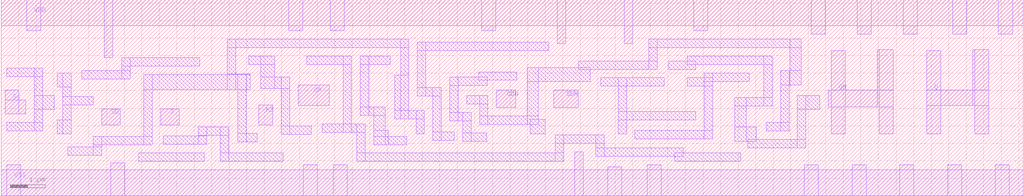
<source format=lef>

#******
# Preview export LEF
#
#	 Preview sub-version 5.10.41.500.5.115
#
# REF LIBS: tsl18fs120_scl 
# TECH LIB NAME: ts018_scl_prim
# TECH FILE NAME: techfile.cds
#******

VERSION 5.4 ;

NAMESCASESENSITIVE ON ;

DIVIDERCHAR "/" ;
BUSBITCHARS "[]" ;

UNITS
    DATABASE MICRONS 1000  ;
    TIME NANOSECONDS 1  ;
    CAPACITANCE PICOFARADS 1  ;
    RESISTANCE OHMS 1  ;
END UNITS

 MANUFACTURINGGRID    0.005000 ;
SITE CoreSite
    SYMMETRY Y  ;
    CLASS CORE  ;
    SIZE 0.560 BY 5.600 ;
END CoreSite

MACRO xr03da
    CLASS CORE ;
    FOREIGN xr03da 0 0 ;
    ORIGIN 0.000 0.000 ;
    SIZE 15.120 BY 5.600 ;
    SYMMETRY X Y ;
    SITE CoreSite ;
    PIN A1
        DIRECTION INPUT ;
        ANTENNAGATEAREA 0.386  LAYER M1  ;
        PORT
        LAYER M1 ;
        RECT  4.200 1.990 4.440 3.160 ;
        RECT  3.980 1.990 4.440 2.480 ;
        END
    END A1
    PIN A2
        DIRECTION INPUT ;
        ANTENNAGATEAREA 0.298  LAYER M1  ;
        PORT
        LAYER M1 ;
        RECT  0.620 2.660 1.250 3.110 ;
        END
    END A2
    PIN A3
        DIRECTION INPUT ;
        ANTENNAGATEAREA 0.392  LAYER M1  ;
        PORT
        LAYER M1 ;
        RECT  0.840 2.010 1.620 2.410 ;
        END
    END A3
    PIN Z
        DIRECTION OUTPUT ;
        ANTENNADIFFAREA 6.677  LAYER M1  ;
        PORT
        LAYER M1 ;
        RECT  14.470 1.180 14.990 2.980 ;
        RECT  11.380 1.210 14.990 2.980 ;
        RECT  12.440 1.210 12.940 4.330 ;
        RECT  10.010 2.570 12.940 3.070 ;
        RECT  10.120 1.210 14.990 1.710 ;
        RECT  10.120 1.200 10.520 1.710 ;
        RECT  10.010 2.570 10.510 4.330 ;
        END
    END Z
    PIN VDD
        DIRECTION INOUT ;
        USE POWER ;
        SHAPE ABUTMENT ;
        PORT
        LAYER M1 ;
        RECT  0.000 4.860 15.120 5.600 ;
        RECT  14.560 4.620 14.980 5.600 ;
        RECT  13.270 3.210 13.510 5.600 ;
        RECT  12.060 4.590 12.460 5.600 ;
        RECT  10.750 3.300 11.150 5.600 ;
        RECT  9.630 4.590 10.030 5.600 ;
        RECT  8.320 4.620 8.720 5.600 ;
        RECT  6.700 4.610 7.100 5.600 ;
        RECT  3.680 4.620 4.080 5.600 ;
        RECT  0.750 4.620 1.150 5.600 ;
        END
    END VDD
    PIN VSS
        DIRECTION INOUT ;
        USE GROUND ;
        SHAPE ABUTMENT ;
        PORT
        LAYER M1 ;
        RECT  0.000 0.000 15.120 0.740 ;
        RECT  13.620 0.000 14.020 0.980 ;
        RECT  12.240 0.000 12.640 0.980 ;
        RECT  10.860 0.000 11.260 0.980 ;
        RECT  9.480 0.000 9.880 0.980 ;
        RECT  7.940 0.000 8.350 0.980 ;
        RECT  6.660 0.000 7.100 1.260 ;
        RECT  3.220 0.000 3.620 0.980 ;
        RECT  0.500 0.000 0.900 0.980 ;
        END
    END VSS
    OBS
        LAYER M1 ;
        RECT  1.140 0.980 2.270 1.220 ;
        RECT  1.140 0.980 1.380 1.760 ;
        RECT  0.140 1.480 1.380 1.760 ;
        RECT  0.140 1.480 0.550 1.880 ;
        RECT  0.140 1.480 0.470 2.060 ;
        RECT  0.140 1.480 0.380 3.610 ;
        RECT  0.230 3.360 0.470 4.060 ;
        RECT  3.010 1.720 3.600 1.960 ;
        RECT  3.010 1.720 3.250 3.900 ;
        RECT  3.010 3.480 3.470 3.900 ;
        RECT  1.620 1.510 2.170 1.750 ;
        RECT  1.930 1.510 2.170 2.940 ;
        RECT  1.650 2.700 2.170 2.940 ;
        RECT  3.500 2.200 3.740 3.230 ;
        RECT  1.650 2.700 1.890 4.380 ;
        RECT  3.720 2.990 3.960 4.380 ;
        RECT  1.650 4.140 3.960 4.380 ;
        RECT  4.060 0.990 6.010 1.230 ;
        RECT  4.060 0.990 4.300 1.480 ;
        RECT  2.530 1.240 4.300 1.480 ;
        RECT  2.530 1.240 2.770 2.490 ;
        RECT  2.410 2.250 2.650 3.650 ;
        RECT  6.040 1.980 6.570 2.390 ;
        RECT  6.040 1.980 6.280 3.750 ;
        RECT  4.680 1.470 6.470 1.710 ;
        RECT  6.230 1.500 7.110 1.740 ;
        RECT  4.680 1.470 4.930 2.530 ;
        RECT  6.860 1.500 7.110 3.230 ;
        RECT  6.540 2.820 7.110 3.230 ;
        RECT  4.760 2.270 5.000 4.040 ;
        RECT  4.420 3.640 5.000 4.040 ;
        RECT  7.550 1.220 8.070 1.640 ;
        RECT  7.550 1.220 7.790 3.820 ;
        RECT  5.300 1.950 5.800 2.360 ;
        RECT  8.030 2.530 8.440 2.930 ;
        RECT  5.300 1.950 5.540 4.350 ;
        RECT  8.110 2.530 8.350 4.350 ;
        RECT  5.300 4.110 8.350 4.350 ;
        RECT  8.740 1.280 9.440 1.680 ;
        RECT  9.070 1.940 11.150 2.340 ;
        RECT  9.070 1.280 9.440 4.200 ;
        RECT  8.890 3.790 9.440 4.200 ;
    END
END xr03da

MACRO xr03d7
    CLASS CORE ;
    FOREIGN xr03d7 0 0 ;
    ORIGIN 0.000 0.000 ;
    SIZE 13.440 BY 5.600 ;
    SYMMETRY X Y ;
    SITE CoreSite ;
    PIN A1
        DIRECTION INPUT ;
        ANTENNAGATEAREA 0.386  LAYER M1  ;
        PORT
        LAYER M1 ;
        RECT  3.980 2.580 4.420 3.200 ;
        END
    END A1
    PIN A2
        DIRECTION INPUT ;
        ANTENNAGATEAREA 0.290  LAYER M1  ;
        PORT
        LAYER M1 ;
        RECT  0.310 1.900 0.710 2.300 ;
        RECT  0.120 2.020 0.500 2.460 ;
        END
    END A2
    PIN A3
        DIRECTION INPUT ;
        ANTENNAGATEAREA 0.394  LAYER M1  ;
        PORT
        LAYER M1 ;
        RECT  0.620 2.670 1.060 3.580 ;
        END
    END A3
    PIN Z
        DIRECTION OUTPUT ;
        ANTENNADIFFAREA 4.960  LAYER M1  ;
        PORT
        LAYER M1 ;
        RECT  10.880 2.660 13.320 2.900 ;
        RECT  12.900 1.230 13.320 2.900 ;
        RECT  9.340 1.230 13.320 1.470 ;
        RECT  10.880 2.660 11.120 4.340 ;
        RECT  9.490 3.520 11.120 3.760 ;
        END
    END Z
    PIN VDD
        DIRECTION INOUT ;
        USE POWER ;
        SHAPE ABUTMENT ;
        PORT
        LAYER M1 ;
        RECT  0.000 4.860 13.440 5.600 ;
        RECT  12.700 4.100 13.100 5.600 ;
        RECT  11.360 3.260 11.760 5.600 ;
        RECT  10.240 4.620 10.640 5.600 ;
        RECT  8.940 4.620 9.340 5.600 ;
        RECT  7.580 4.620 7.980 5.600 ;
        RECT  6.280 4.400 6.680 5.600 ;
        RECT  3.600 4.590 4.000 5.600 ;
        RECT  0.740 4.400 1.140 5.600 ;
        END
    END VDD
    PIN VSS
        DIRECTION INOUT ;
        USE GROUND ;
        SHAPE ABUTMENT ;
        PORT
        LAYER M1 ;
        RECT  0.000 0.000 13.440 0.740 ;
        RECT  11.580 0.000 11.980 0.990 ;
        RECT  10.080 0.000 10.480 0.990 ;
        RECT  8.600 0.000 9.000 0.980 ;
        RECT  6.690 0.000 6.930 2.270 ;
        RECT  3.130 0.000 3.530 0.890 ;
        RECT  0.420 0.000 0.820 0.890 ;
        END
    END VSS
    OBS
        LAYER M1 ;
        RECT  1.060 0.980 2.260 1.220 ;
        RECT  0.950 1.130 1.290 1.370 ;
        RECT  0.150 1.410 1.190 1.650 ;
        RECT  0.950 1.130 1.190 2.430 ;
        RECT  0.950 2.190 1.540 2.430 ;
        RECT  1.300 2.190 1.540 4.060 ;
        RECT  0.150 3.820 1.540 4.060 ;
        RECT  3.080 1.630 3.320 2.170 ;
        RECT  2.910 1.940 3.150 3.510 ;
        RECT  1.510 1.470 2.010 1.950 ;
        RECT  1.710 1.950 2.020 2.020 ;
        RECT  1.780 1.950 2.020 2.380 ;
        RECT  3.390 2.400 3.630 3.980 ;
        RECT  2.970 3.750 3.570 3.990 ;
        RECT  1.800 2.210 2.040 4.620 ;
        RECT  2.970 3.750 3.210 4.620 ;
        RECT  1.470 4.380 3.210 4.620 ;
        RECT  3.780 0.980 5.750 1.220 ;
        RECT  2.500 1.130 4.020 1.370 ;
        RECT  2.500 1.130 2.740 1.770 ;
        RECT  2.250 1.460 2.650 1.860 ;
        RECT  2.310 1.460 2.650 1.920 ;
        RECT  2.310 1.460 2.550 4.140 ;
        RECT  5.950 1.940 6.190 3.340 ;
        RECT  5.620 3.070 6.190 3.340 ;
        RECT  5.620 3.070 5.860 3.690 ;
        RECT  6.140 1.130 6.380 1.700 ;
        RECT  4.370 1.460 6.380 1.700 ;
        RECT  4.370 1.460 4.770 2.320 ;
        RECT  4.660 2.070 4.900 3.850 ;
        RECT  4.170 3.610 4.900 3.850 ;
        RECT  7.430 0.980 7.860 1.380 ;
        RECT  7.430 0.980 7.670 2.750 ;
        RECT  6.710 2.510 7.670 2.750 ;
        RECT  6.710 2.510 6.950 3.680 ;
        RECT  6.710 3.440 7.280 3.680 ;
        RECT  5.210 1.940 5.450 2.720 ;
        RECT  7.900 2.920 8.300 3.320 ;
        RECT  7.580 3.000 8.300 3.320 ;
        RECT  5.940 3.920 7.820 4.160 ;
        RECT  7.580 3.000 7.820 4.160 ;
        RECT  5.140 3.930 6.010 4.170 ;
        RECT  5.140 2.400 5.380 4.610 ;
        RECT  4.910 4.210 5.380 4.610 ;
        RECT  8.100 1.240 8.340 2.260 ;
        RECT  8.100 1.860 12.640 2.260 ;
        RECT  8.630 1.860 8.910 3.850 ;
        RECT  8.220 3.610 8.910 3.850 ;
        RECT  8.220 3.610 8.480 4.370 ;
    END
END xr03d7

MACRO xr03d4
    CLASS CORE ;
    FOREIGN xr03d4 0 0 ;
    ORIGIN 0.000 0.000 ;
    SIZE 11.200 BY 5.600 ;
    SYMMETRY X Y ;
    SITE CoreSite ;
    PIN A1
        DIRECTION INPUT ;
        ANTENNAGATEAREA 0.427  LAYER M1  ;
        PORT
        LAYER M1 ;
        RECT  5.330 2.830 6.100 3.070 ;
        RECT  5.640 2.580 6.100 3.070 ;
        RECT  5.640 1.630 5.880 3.070 ;
        END
    END A1
    PIN A2
        DIRECTION INPUT ;
        ANTENNAGATEAREA 0.311  LAYER M1  ;
        PORT
        LAYER M1 ;
        RECT  0.620 2.580 1.030 3.020 ;
        RECT  0.620 2.020 1.000 3.020 ;
        END
    END A2
    PIN A3
        DIRECTION INPUT ;
        ANTENNAGATEAREA 0.329  LAYER M1  ;
        PORT
        LAYER M1 ;
        RECT  1.270 2.020 1.620 2.630 ;
        RECT  1.240 2.020 1.620 2.460 ;
        END
    END A3
    PIN Z
        DIRECTION OUTPUT ;
        ANTENNADIFFAREA 3.183  LAYER M1  ;
        PORT
        LAYER M1 ;
        RECT  9.070 3.360 10.900 3.600 ;
        RECT  8.880 1.630 10.670 1.870 ;
        RECT  9.580 1.630 10.020 3.600 ;
        RECT  8.880 1.630 10.020 1.930 ;
        END
    END Z
    PIN VDD
        DIRECTION INOUT ;
        USE POWER ;
        SHAPE ABUTMENT ;
        PORT
        LAYER M1 ;
        RECT  0.000 4.860 11.200 5.600 ;
        RECT  9.690 4.620 10.090 5.600 ;
        RECT  8.140 4.610 8.540 5.600 ;
        RECT  5.550 4.400 5.790 5.600 ;
        RECT  4.230 4.270 4.470 5.600 ;
        RECT  1.150 3.770 1.390 5.600 ;
        END
    END VDD
    PIN VSS
        DIRECTION INOUT ;
        USE GROUND ;
        SHAPE ABUTMENT ;
        PORT
        LAYER M1 ;
        RECT  0.000 0.000 11.200 0.740 ;
        RECT  9.610 0.000 9.850 1.190 ;
        RECT  8.110 0.000 8.510 0.890 ;
        RECT  5.380 0.000 5.620 1.200 ;
        RECT  3.880 0.000 4.280 0.890 ;
        RECT  0.970 0.000 1.210 1.560 ;
        END
    END VSS
    OBS
        LAYER M1 ;
        RECT  0.120 1.460 0.550 1.780 ;
        RECT  0.120 1.460 0.360 3.590 ;
        RECT  0.120 3.270 0.730 3.590 ;
        RECT  0.490 3.270 0.730 4.620 ;
        RECT  0.140 4.380 0.730 4.620 ;
        RECT  3.190 1.490 3.550 3.650 ;
        RECT  1.630 1.460 2.100 1.780 ;
        RECT  1.860 1.460 2.100 4.620 ;
        RECT  1.830 2.870 2.100 4.620 ;
        RECT  1.830 4.380 3.870 4.620 ;
        RECT  2.450 1.490 2.690 2.160 ;
        RECT  3.790 2.600 4.560 2.840 ;
        RECT  2.570 1.950 2.810 4.130 ;
        RECT  3.790 2.600 4.030 4.130 ;
        RECT  2.570 3.890 4.030 4.130 ;
        RECT  4.470 1.570 5.090 1.810 ;
        RECT  4.850 2.070 5.240 2.470 ;
        RECT  4.850 1.570 5.090 3.650 ;
        RECT  7.440 1.610 7.920 1.930 ;
        RECT  7.440 1.610 7.680 3.680 ;
        RECT  7.440 3.360 7.920 3.680 ;
        RECT  6.040 1.130 8.400 1.370 ;
        RECT  6.040 1.100 6.580 1.420 ;
        RECT  8.160 1.130 8.400 2.540 ;
        RECT  7.920 2.220 8.400 2.540 ;
        RECT  6.340 1.100 6.580 3.680 ;
        RECT  6.040 3.360 6.580 3.680 ;
        RECT  8.340 2.830 8.920 3.070 ;
        RECT  6.860 1.610 7.100 4.160 ;
        RECT  8.340 2.830 8.580 4.160 ;
        RECT  6.860 3.920 8.580 4.160 ;
    END
END xr03d4

MACRO xr03d2
    CLASS CORE ;
    FOREIGN xr03d2 0 0 ;
    ORIGIN 0.000 0.000 ;
    SIZE 10.080 BY 5.600 ;
    SYMMETRY X Y ;
    SITE CoreSite ;
    PIN A1
        DIRECTION INPUT ;
        ANTENNAGATEAREA 0.427  LAYER M1  ;
        PORT
        LAYER M1 ;
        RECT  5.330 2.830 6.100 3.070 ;
        RECT  5.640 2.580 6.100 3.070 ;
        RECT  5.640 1.630 5.880 3.070 ;
        END
    END A1
    PIN A2
        DIRECTION INPUT ;
        ANTENNAGATEAREA 0.311  LAYER M1  ;
        PORT
        LAYER M1 ;
        RECT  0.620 2.580 1.030 3.020 ;
        RECT  0.620 2.020 1.000 3.020 ;
        END
    END A2
    PIN A3
        DIRECTION INPUT ;
        ANTENNAGATEAREA 0.329  LAYER M1  ;
        PORT
        LAYER M1 ;
        RECT  1.270 2.020 1.620 2.630 ;
        RECT  1.240 2.020 1.620 2.460 ;
        END
    END A3
    PIN Z
        DIRECTION OUTPUT ;
        ANTENNADIFFAREA 1.202  LAYER M1  ;
        PORT
        LAYER M1 ;
        RECT  8.940 3.360 9.460 3.680 ;
        RECT  9.160 2.020 9.460 3.680 ;
        RECT  8.960 1.610 9.200 2.460 ;
        END
    END Z
    PIN VDD
        DIRECTION INOUT ;
        USE POWER ;
        SHAPE ABUTMENT ;
        PORT
        LAYER M1 ;
        RECT  0.000 4.860 10.080 5.600 ;
        RECT  9.610 4.300 9.850 5.600 ;
        RECT  8.220 4.400 8.460 5.600 ;
        RECT  5.550 4.400 5.790 5.600 ;
        RECT  4.240 4.250 4.480 5.600 ;
        RECT  1.150 3.770 1.390 5.600 ;
        END
    END VDD
    PIN VSS
        DIRECTION INOUT ;
        USE GROUND ;
        SHAPE ABUTMENT ;
        PORT
        LAYER M1 ;
        RECT  0.000 0.000 10.080 0.740 ;
        RECT  9.610 0.000 9.850 1.380 ;
        RECT  8.110 0.000 8.510 0.890 ;
        RECT  5.380 0.000 5.620 1.200 ;
        RECT  3.880 0.000 4.280 1.030 ;
        RECT  0.970 0.000 1.210 1.560 ;
        END
    END VSS
    OBS
        LAYER M1 ;
        RECT  0.120 1.460 0.550 1.780 ;
        RECT  0.120 1.460 0.360 3.590 ;
        RECT  0.120 3.270 0.730 3.590 ;
        RECT  0.490 3.270 0.730 4.620 ;
        RECT  0.140 4.380 0.730 4.620 ;
        RECT  3.190 1.490 3.550 3.650 ;
        RECT  1.630 1.460 2.100 1.780 ;
        RECT  1.860 1.460 2.100 4.620 ;
        RECT  1.830 2.870 2.100 4.620 ;
        RECT  1.830 4.380 3.870 4.620 ;
        RECT  2.450 1.490 2.690 2.160 ;
        RECT  3.790 2.760 4.560 3.000 ;
        RECT  2.570 1.950 2.810 4.130 ;
        RECT  3.790 2.760 4.030 4.130 ;
        RECT  2.570 3.890 4.030 4.130 ;
        RECT  4.470 1.570 5.090 1.810 ;
        RECT  4.850 2.070 5.240 2.470 ;
        RECT  4.850 1.570 5.090 3.650 ;
        RECT  7.440 1.610 7.920 1.930 ;
        RECT  7.440 1.610 7.680 3.680 ;
        RECT  7.440 3.360 7.920 3.680 ;
        RECT  6.040 1.130 8.400 1.370 ;
        RECT  6.040 1.100 6.580 1.420 ;
        RECT  8.160 1.130 8.400 2.540 ;
        RECT  7.920 2.220 8.400 2.540 ;
        RECT  6.340 1.100 6.580 3.680 ;
        RECT  6.040 3.360 6.580 3.680 ;
        RECT  8.340 2.830 8.920 3.070 ;
        RECT  6.860 1.610 7.100 4.160 ;
        RECT  8.340 2.830 8.580 4.160 ;
        RECT  6.860 3.920 8.580 4.160 ;
    END
END xr03d2

MACRO xr03d1
    CLASS CORE ;
    FOREIGN xr03d1 0 0 ;
    ORIGIN 0.000 0.000 ;
    SIZE 9.520 BY 5.600 ;
    SYMMETRY X Y ;
    SITE CoreSite ;
    PIN A1
        DIRECTION INPUT ;
        ANTENNAGATEAREA 0.427  LAYER M1  ;
        PORT
        LAYER M1 ;
        RECT  5.330 2.830 6.100 3.070 ;
        RECT  5.640 2.580 6.100 3.070 ;
        RECT  5.640 1.630 5.880 3.070 ;
        END
    END A1
    PIN A2
        DIRECTION INPUT ;
        ANTENNAGATEAREA 0.311  LAYER M1  ;
        PORT
        LAYER M1 ;
        RECT  0.620 2.580 1.030 3.020 ;
        RECT  0.620 2.020 1.000 3.020 ;
        END
    END A2
    PIN A3
        DIRECTION INPUT ;
        ANTENNAGATEAREA 0.329  LAYER M1  ;
        PORT
        LAYER M1 ;
        RECT  1.270 2.020 1.620 2.630 ;
        RECT  1.240 2.020 1.620 2.460 ;
        END
    END A3
    PIN Z
        DIRECTION OUTPUT ;
        ANTENNADIFFAREA 1.054  LAYER M1  ;
        PORT
        LAYER M1 ;
        RECT  8.820 3.360 9.400 3.600 ;
        RECT  9.160 1.180 9.400 3.600 ;
        RECT  9.020 1.180 9.400 1.900 ;
        END
    END Z
    PIN VDD
        DIRECTION INOUT ;
        USE POWER ;
        SHAPE ABUTMENT ;
        PORT
        LAYER M1 ;
        RECT  0.000 4.860 9.520 5.600 ;
        RECT  8.190 4.400 8.430 5.600 ;
        RECT  5.550 4.400 5.790 5.600 ;
        RECT  4.250 4.230 4.490 5.600 ;
        RECT  1.150 3.770 1.390 5.600 ;
        END
    END VDD
    PIN VSS
        DIRECTION INOUT ;
        USE GROUND ;
        SHAPE ABUTMENT ;
        PORT
        LAYER M1 ;
        RECT  0.000 0.000 9.520 0.740 ;
        RECT  8.210 0.000 8.600 0.890 ;
        RECT  5.470 0.000 5.710 1.200 ;
        RECT  3.930 0.000 4.170 1.750 ;
        RECT  0.970 0.000 1.210 1.560 ;
        END
    END VSS
    OBS
        LAYER M1 ;
        RECT  0.120 1.460 0.550 1.780 ;
        RECT  0.120 1.460 0.360 3.590 ;
        RECT  0.120 3.270 0.730 3.590 ;
        RECT  0.490 3.270 0.730 4.620 ;
        RECT  0.140 4.380 0.730 4.620 ;
        RECT  3.190 1.490 3.550 3.650 ;
        RECT  1.630 1.460 2.100 1.780 ;
        RECT  1.860 1.460 2.100 4.620 ;
        RECT  1.830 2.870 2.100 4.620 ;
        RECT  1.830 4.380 3.870 4.620 ;
        RECT  2.450 1.490 2.690 2.160 ;
        RECT  3.790 2.600 4.560 2.840 ;
        RECT  2.570 1.950 2.810 4.130 ;
        RECT  3.790 2.600 4.030 4.130 ;
        RECT  2.570 3.890 4.030 4.130 ;
        RECT  4.590 1.490 5.090 1.810 ;
        RECT  4.850 2.070 5.240 2.470 ;
        RECT  4.850 1.490 5.090 3.650 ;
        RECT  7.440 1.690 8.010 1.930 ;
        RECT  7.440 1.690 7.680 3.680 ;
        RECT  7.440 3.360 7.920 3.680 ;
        RECT  6.130 1.130 8.540 1.370 ;
        RECT  6.130 1.100 6.580 1.420 ;
        RECT  8.300 1.130 8.540 2.460 ;
        RECT  7.920 2.220 8.540 2.460 ;
        RECT  6.340 1.100 6.580 3.680 ;
        RECT  6.040 3.360 6.580 3.680 ;
        RECT  8.340 2.750 8.920 3.070 ;
        RECT  6.860 1.610 7.190 4.160 ;
        RECT  8.340 2.750 8.580 4.160 ;
        RECT  6.860 3.920 8.580 4.160 ;
    END
END xr03d1

MACRO xr02da
    CLASS CORE ;
    FOREIGN xr02da 0 0 ;
    ORIGIN 0.000 0.000 ;
    SIZE 11.760 BY 5.600 ;
    SYMMETRY X Y ;
    SITE CoreSite ;
    PIN A1
        DIRECTION INPUT ;
        ANTENNAGATEAREA 0.283  LAYER M1  ;
        PORT
        LAYER M1 ;
        RECT  0.580 2.580 1.060 3.020 ;
        RECT  0.580 1.980 0.980 3.020 ;
        END
    END A1
    PIN A2
        DIRECTION INPUT ;
        ANTENNAGATEAREA 0.290  LAYER M1  ;
        PORT
        LAYER M1 ;
        RECT  3.980 2.410 4.420 3.020 ;
        RECT  3.980 2.090 4.380 3.020 ;
        END
    END A2
    PIN Z
        DIRECTION OUTPUT ;
        ANTENNADIFFAREA 6.347  LAYER M1  ;
        PORT
        LAYER M1 ;
        RECT  8.160 1.780 11.610 2.460 ;
        RECT  11.200 1.140 11.610 2.460 ;
        RECT  10.540 1.780 10.940 4.310 ;
        RECT  6.640 2.610 10.940 3.890 ;
        RECT  8.160 1.780 10.940 3.890 ;
        RECT  8.160 1.230 10.220 3.890 ;
        RECT  9.240 1.230 9.640 4.040 ;
        RECT  7.940 2.610 8.340 3.990 ;
        RECT  6.990 1.230 10.220 1.730 ;
        END
    END Z
    PIN VDD
        DIRECTION INOUT ;
        USE POWER ;
        SHAPE ABUTMENT ;
        PORT
        LAYER M1 ;
        RECT  0.000 4.860 11.760 5.600 ;
        RECT  11.200 3.050 11.600 5.600 ;
        RECT  9.980 4.620 10.380 5.600 ;
        RECT  8.680 4.550 9.080 5.600 ;
        RECT  7.380 4.550 7.780 5.600 ;
        RECT  6.080 4.120 6.480 5.600 ;
        RECT  4.780 3.540 5.180 5.600 ;
        RECT  3.180 4.000 3.580 5.600 ;
        RECT  0.750 4.710 1.150 5.600 ;
        END
    END VDD
    PIN VSS
        DIRECTION INOUT ;
        USE GROUND ;
        SHAPE ABUTMENT ;
        PORT
        LAYER M1 ;
        RECT  0.000 0.000 11.760 0.740 ;
        RECT  10.460 0.000 10.860 1.540 ;
        RECT  9.090 0.000 9.490 0.980 ;
        RECT  7.730 0.000 8.130 0.990 ;
        RECT  6.380 0.000 6.780 0.980 ;
        RECT  4.900 0.000 5.300 1.570 ;
        RECT  3.470 0.000 3.870 0.890 ;
        RECT  0.930 0.000 1.330 0.890 ;
        END
    END VSS
    OBS
        LAYER M1 ;
        RECT  0.150 1.500 1.830 1.740 ;
        RECT  1.680 1.550 2.770 1.790 ;
        RECT  1.810 1.550 2.050 3.500 ;
        RECT  0.150 3.260 2.050 3.500 ;
        RECT  3.490 1.610 4.420 1.850 ;
        RECT  3.490 1.610 3.730 2.920 ;
        RECT  2.930 2.590 3.730 2.920 ;
        RECT  2.930 2.590 3.330 3.760 ;
        RECT  2.930 3.520 4.240 3.760 ;
        RECT  4.000 3.520 4.240 4.390 ;
        RECT  2.020 0.980 3.240 1.220 ;
        RECT  4.210 0.990 4.610 1.370 ;
        RECT  3.010 1.130 4.610 1.370 ;
        RECT  3.010 1.130 3.250 2.320 ;
        RECT  2.290 2.080 3.250 2.320 ;
        RECT  2.290 2.080 2.530 4.000 ;
        RECT  1.980 3.760 2.530 4.000 ;
        RECT  5.640 1.250 6.400 1.650 ;
        RECT  6.000 1.980 7.910 2.380 ;
        RECT  6.000 1.250 6.400 3.130 ;
        RECT  5.340 2.730 6.400 3.130 ;
    END
END xr02da

MACRO xr02d7
    CLASS CORE ;
    FOREIGN xr02d7 0 0 ;
    ORIGIN 0.000 0.000 ;
    SIZE 10.080 BY 5.600 ;
    SYMMETRY X Y ;
    SITE CoreSite ;
    PIN A1
        DIRECTION INPUT ;
        ANTENNAGATEAREA 0.283  LAYER M1  ;
        PORT
        LAYER M1 ;
        RECT  0.120 1.980 0.800 2.380 ;
        RECT  0.120 1.980 0.500 3.020 ;
        END
    END A1
    PIN A2
        DIRECTION INPUT ;
        ANTENNAGATEAREA 0.298  LAYER M1  ;
        PORT
        LAYER M1 ;
        RECT  4.340 2.560 4.980 3.020 ;
        RECT  3.960 2.490 4.580 2.730 ;
        RECT  3.960 2.170 4.200 2.730 ;
        END
    END A2
    PIN Z
        DIRECTION OUTPUT ;
        ANTENNADIFFAREA 4.584  LAYER M1  ;
        PORT
        LAYER M1 ;
        RECT  6.620 1.250 9.850 1.650 ;
        RECT  9.450 0.980 9.850 1.650 ;
        RECT  8.960 2.580 9.460 3.020 ;
        RECT  6.540 2.570 9.420 2.970 ;
        RECT  9.020 1.250 9.420 3.020 ;
        RECT  8.960 2.570 9.360 3.800 ;
        RECT  7.660 2.570 8.060 4.340 ;
        END
    END Z
    PIN VDD
        DIRECTION INOUT ;
        USE POWER ;
        SHAPE ABUTMENT ;
        PORT
        LAYER M1 ;
        RECT  0.000 4.860 10.080 5.600 ;
        RECT  9.530 4.620 9.930 5.600 ;
        RECT  8.220 4.620 8.620 5.600 ;
        RECT  7.180 3.260 7.420 5.600 ;
        RECT  5.800 3.950 6.200 5.600 ;
        RECT  4.490 3.950 4.890 5.600 ;
        RECT  3.290 3.520 3.530 5.600 ;
        RECT  0.570 4.710 0.970 5.600 ;
        END
    END VDD
    PIN VSS
        DIRECTION INOUT ;
        USE GROUND ;
        SHAPE ABUTMENT ;
        PORT
        LAYER M1 ;
        RECT  0.000 0.000 10.080 0.740 ;
        RECT  8.680 0.000 9.080 0.980 ;
        RECT  7.360 0.000 7.760 0.980 ;
        RECT  5.880 0.000 6.280 0.990 ;
        RECT  3.500 0.000 3.900 0.890 ;
        RECT  0.930 0.000 1.330 0.890 ;
        END
    END VSS
    OBS
        LAYER M1 ;
        RECT  0.150 1.500 1.830 1.740 ;
        RECT  1.750 1.510 2.760 1.750 ;
        RECT  1.800 1.510 2.040 3.500 ;
        RECT  0.150 3.260 2.040 3.500 ;
        RECT  3.480 1.610 4.660 1.850 ;
        RECT  3.480 1.610 3.720 2.710 ;
        RECT  2.940 2.470 3.720 2.710 ;
        RECT  3.260 2.470 3.500 3.280 ;
        RECT  3.260 3.040 4.100 3.280 ;
        RECT  3.860 3.040 4.100 4.610 ;
        RECT  2.010 0.980 3.240 1.220 ;
        RECT  3.000 1.130 5.140 1.370 ;
        RECT  4.900 1.130 5.140 2.290 ;
        RECT  3.000 0.980 3.240 2.230 ;
        RECT  2.330 1.990 3.240 2.230 ;
        RECT  4.900 2.050 5.630 2.290 ;
        RECT  5.390 2.050 5.630 2.680 ;
        RECT  2.330 1.990 2.570 4.000 ;
        RECT  2.000 3.760 2.570 4.000 ;
        RECT  5.380 1.250 5.620 1.810 ;
        RECT  5.380 1.570 6.210 1.810 ;
        RECT  5.910 1.570 6.210 2.330 ;
        RECT  5.910 1.930 8.670 2.330 ;
        RECT  5.910 1.570 6.150 3.520 ;
        RECT  5.060 3.280 6.150 3.520 ;
    END
END xr02d7

MACRO xr02d4
    CLASS CORE ;
    FOREIGN xr02d4 0 0 ;
    ORIGIN 0.000 0.000 ;
    SIZE 6.720 BY 5.600 ;
    SYMMETRY X Y ;
    SITE CoreSite ;
    PIN A1
        DIRECTION INPUT ;
        ANTENNAGATEAREA 0.263  LAYER M1  ;
        PORT
        LAYER M1 ;
        RECT  2.300 3.700 2.740 4.520 ;
        END
    END A1
    PIN A2
        DIRECTION INPUT ;
        ANTENNAGATEAREA 0.346  LAYER M1  ;
        PORT
        LAYER M1 ;
        RECT  1.180 2.020 1.620 2.920 ;
        END
    END A2
    PIN Z
        DIRECTION OUTPUT ;
        ANTENNADIFFAREA 3.068  LAYER M1  ;
        PORT
        LAYER M1 ;
        RECT  4.780 1.750 6.550 1.990 ;
        RECT  4.610 3.130 6.330 3.370 ;
        RECT  5.100 1.750 5.540 3.370 ;
        END
    END Z
    PIN VDD
        DIRECTION INOUT ;
        USE POWER ;
        SHAPE ABUTMENT ;
        PORT
        LAYER M1 ;
        RECT  0.000 4.860 6.720 5.600 ;
        RECT  5.200 4.620 5.600 5.600 ;
        RECT  3.820 3.610 4.060 5.600 ;
        RECT  1.020 3.990 1.260 5.600 ;
        END
    END VDD
    PIN VSS
        DIRECTION INOUT ;
        USE GROUND ;
        SHAPE ABUTMENT ;
        PORT
        LAYER M1 ;
        RECT  0.000 0.000 6.720 0.740 ;
        RECT  5.460 0.000 5.860 0.980 ;
        RECT  4.120 0.000 4.360 1.560 ;
        RECT  1.060 0.000 1.460 1.050 ;
        END
    END VSS
    OBS
        LAYER M1 ;
        RECT  0.200 1.290 2.630 1.530 ;
        RECT  2.390 1.290 2.630 2.050 ;
        RECT  0.200 1.290 0.610 2.170 ;
        RECT  0.200 1.290 0.440 4.310 ;
        RECT  0.200 3.990 0.600 4.310 ;
        RECT  1.860 2.600 3.840 2.840 ;
        RECT  1.860 1.770 2.100 3.400 ;
        RECT  0.690 3.160 2.100 3.400 ;
        RECT  2.920 1.410 3.160 2.280 ;
        RECT  2.920 2.040 4.320 2.280 ;
        RECT  4.080 2.520 4.630 2.760 ;
        RECT  4.080 2.040 4.320 3.370 ;
        RECT  2.490 3.130 4.320 3.370 ;
    END
END xr02d4

MACRO xr02d2
    CLASS CORE ;
    FOREIGN xr02d2 0 0 ;
    ORIGIN 0.000 0.000 ;
    SIZE 6.160 BY 5.600 ;
    SYMMETRY X Y ;
    SITE CoreSite ;
    PIN A1
        DIRECTION INPUT ;
        ANTENNAGATEAREA 0.263  LAYER M1  ;
        PORT
        LAYER M1 ;
        RECT  2.300 3.700 2.740 4.620 ;
        END
    END A1
    PIN A2
        DIRECTION INPUT ;
        ANTENNAGATEAREA 0.346  LAYER M1  ;
        PORT
        LAYER M1 ;
        RECT  1.180 2.020 1.620 2.920 ;
        END
    END A2
    PIN Z
        DIRECTION OUTPUT ;
        ANTENNADIFFAREA 1.332  LAYER M1  ;
        PORT
        LAYER M1 ;
        RECT  5.100 2.580 5.540 3.020 ;
        RECT  4.720 3.750 5.340 3.990 ;
        RECT  5.100 1.750 5.340 3.990 ;
        RECT  4.780 1.750 5.340 1.990 ;
        END
    END Z
    PIN VDD
        DIRECTION INOUT ;
        USE POWER ;
        SHAPE ABUTMENT ;
        PORT
        LAYER M1 ;
        RECT  0.000 4.860 6.160 5.600 ;
        RECT  5.650 4.050 5.890 5.600 ;
        RECT  3.950 3.610 4.190 5.600 ;
        RECT  1.020 3.990 1.260 5.600 ;
        END
    END VDD
    PIN VSS
        DIRECTION INOUT ;
        USE GROUND ;
        SHAPE ABUTMENT ;
        PORT
        LAYER M1 ;
        RECT  0.000 0.000 6.160 0.740 ;
        RECT  5.590 0.000 5.830 1.560 ;
        RECT  4.120 0.000 4.360 1.560 ;
        RECT  1.060 0.000 1.460 1.050 ;
        END
    END VSS
    OBS
        LAYER M1 ;
        RECT  0.200 1.290 2.630 1.530 ;
        RECT  2.390 1.290 2.630 2.050 ;
        RECT  0.200 1.290 0.610 2.170 ;
        RECT  0.200 1.290 0.440 4.310 ;
        RECT  0.200 3.990 0.600 4.310 ;
        RECT  1.860 2.600 3.950 2.840 ;
        RECT  1.860 1.770 2.100 3.400 ;
        RECT  0.690 3.160 2.100 3.400 ;
        RECT  2.920 1.410 3.160 2.280 ;
        RECT  2.920 2.040 4.430 2.280 ;
        RECT  4.190 2.200 4.630 2.600 ;
        RECT  4.190 2.040 4.430 3.370 ;
        RECT  2.490 3.130 4.430 3.370 ;
    END
END xr02d2

MACRO xr02d1
    CLASS CORE ;
    FOREIGN xr02d1 0 0 ;
    ORIGIN 0.000 0.000 ;
    SIZE 5.600 BY 5.600 ;
    SYMMETRY X Y ;
    SITE CoreSite ;
    PIN A1
        DIRECTION INPUT ;
        ANTENNAGATEAREA 0.263  LAYER M1  ;
        PORT
        LAYER M1 ;
        RECT  2.300 3.700 2.740 4.620 ;
        END
    END A1
    PIN A2
        DIRECTION INPUT ;
        ANTENNAGATEAREA 0.346  LAYER M1  ;
        PORT
        LAYER M1 ;
        RECT  1.180 2.020 1.620 2.920 ;
        END
    END A2
    PIN Z
        DIRECTION OUTPUT ;
        ANTENNADIFFAREA 1.046  LAYER M1  ;
        PORT
        LAYER M1 ;
        RECT  4.640 3.830 5.480 4.070 ;
        RECT  5.100 1.670 5.480 4.070 ;
        RECT  4.880 1.670 5.480 2.070 ;
        END
    END Z
    PIN VDD
        DIRECTION INOUT ;
        USE POWER ;
        SHAPE ABUTMENT ;
        PORT
        LAYER M1 ;
        RECT  0.000 4.860 5.600 5.600 ;
        RECT  3.950 3.610 4.190 5.600 ;
        RECT  1.020 3.990 1.260 5.600 ;
        END
    END VDD
    PIN VSS
        DIRECTION INOUT ;
        USE GROUND ;
        SHAPE ABUTMENT ;
        PORT
        LAYER M1 ;
        RECT  0.000 0.000 5.600 0.740 ;
        RECT  4.210 0.000 4.450 1.560 ;
        RECT  1.060 0.000 1.460 1.050 ;
        END
    END VSS
    OBS
        LAYER M1 ;
        RECT  0.200 1.290 2.630 1.530 ;
        RECT  2.390 1.290 2.630 2.050 ;
        RECT  0.200 1.290 0.610 2.170 ;
        RECT  0.200 1.290 0.440 4.310 ;
        RECT  0.200 3.990 0.600 4.310 ;
        RECT  1.860 2.600 4.010 2.840 ;
        RECT  1.860 1.770 2.100 3.400 ;
        RECT  0.690 3.160 2.100 3.400 ;
        RECT  3.010 1.410 3.250 2.280 ;
        RECT  3.010 2.040 4.640 2.280 ;
        RECT  4.400 2.040 4.640 3.370 ;
        RECT  2.490 3.130 4.640 3.370 ;
    END
END xr02d1

MACRO xn02da
    CLASS CORE ;
    FOREIGN xn02da 0 0 ;
    ORIGIN 0.000 0.000 ;
    SIZE 11.760 BY 5.600 ;
    SYMMETRY X Y ;
    SITE CoreSite ;
    PIN A1
        DIRECTION INPUT ;
        ANTENNAGATEAREA 0.297  LAYER M1  ;
        PORT
        LAYER M1 ;
        RECT  3.420 3.150 3.900 3.580 ;
        RECT  3.660 2.600 3.900 3.580 ;
        RECT  3.440 3.140 3.900 3.580 ;
        END
    END A1
    PIN A2
        DIRECTION INPUT ;
        ANTENNAGATEAREA 0.648  LAYER M1  ;
        PORT
        LAYER M1 ;
        RECT  0.120 2.580 0.810 2.920 ;
        RECT  0.120 2.580 0.510 3.020 ;
        END
    END A2
    PIN ZN
        DIRECTION OUTPUT ;
        ANTENNADIFFAREA 6.569  LAYER M1  ;
        PORT
        LAYER M1 ;
        RECT  11.290 1.240 11.640 3.720 ;
        RECT  6.400 2.580 11.640 2.940 ;
        RECT  8.460 1.240 11.640 2.940 ;
        RECT  8.820 1.240 9.060 4.340 ;
        RECT  7.170 1.240 11.640 1.700 ;
        RECT  6.400 2.580 6.640 4.350 ;
        END
    END ZN
    PIN VDD
        DIRECTION INOUT ;
        USE POWER ;
        SHAPE ABUTMENT ;
        PORT
        LAYER M1 ;
        RECT  0.000 4.860 11.760 5.600 ;
        RECT  10.640 4.010 11.040 5.600 ;
        RECT  9.380 3.240 9.620 5.600 ;
        RECT  8.180 4.620 8.580 5.600 ;
        RECT  6.960 3.250 7.200 5.600 ;
        RECT  5.740 4.620 6.140 5.600 ;
        RECT  4.430 4.230 4.830 5.600 ;
        RECT  3.020 4.610 3.420 5.600 ;
        RECT  0.630 4.710 1.030 5.600 ;
        END
    END VDD
    PIN VSS
        DIRECTION INOUT ;
        USE GROUND ;
        SHAPE ABUTMENT ;
        PORT
        LAYER M1 ;
        RECT  0.000 0.000 11.760 0.740 ;
        RECT  10.860 0.000 11.260 0.920 ;
        RECT  9.420 0.000 9.820 0.900 ;
        RECT  7.920 0.000 8.320 0.900 ;
        RECT  6.480 0.000 6.880 0.900 ;
        RECT  5.120 0.000 5.360 1.660 ;
        RECT  3.580 0.000 3.820 0.890 ;
        RECT  0.830 0.000 1.070 0.890 ;
        END
    END VSS
    OBS
        LAYER M1 ;
        RECT  0.150 1.610 1.350 1.860 ;
        RECT  1.110 2.060 1.490 2.470 ;
        RECT  1.080 2.100 1.490 2.470 ;
        RECT  2.880 2.620 3.280 2.940 ;
        RECT  2.880 2.620 3.180 3.410 ;
        RECT  2.580 3.170 3.180 3.410 ;
        RECT  0.150 3.260 1.350 3.500 ;
        RECT  1.110 1.610 1.350 4.060 ;
        RECT  2.580 3.170 2.820 4.060 ;
        RECT  1.110 3.820 2.820 4.060 ;
        RECT  0.160 0.980 0.560 1.370 ;
        RECT  1.300 0.980 3.350 1.220 ;
        RECT  0.160 1.130 1.540 1.370 ;
        RECT  4.070 1.610 4.630 1.850 ;
        RECT  4.390 1.610 4.630 2.350 ;
        RECT  2.280 2.110 4.630 2.350 ;
        RECT  2.280 2.110 2.520 2.930 ;
        RECT  4.070 3.750 4.380 3.990 ;
        RECT  4.140 2.110 4.380 3.990 ;
        RECT  3.690 3.820 4.260 4.060 ;
        RECT  4.070 0.980 4.880 1.220 ;
        RECT  3.590 1.130 4.310 1.370 ;
        RECT  3.590 1.130 3.830 1.760 ;
        RECT  1.730 1.520 3.830 1.760 ;
        RECT  1.730 1.520 1.970 3.500 ;
        RECT  1.730 3.260 2.320 3.500 ;
        RECT  5.750 1.240 6.150 2.340 ;
        RECT  5.080 1.930 6.150 2.340 ;
        RECT  5.080 1.940 8.220 2.340 ;
        RECT  5.080 1.930 5.480 3.900 ;
    END
END xn02da

MACRO xn02d7
    CLASS CORE ;
    FOREIGN xn02d7 0 0 ;
    ORIGIN 0.000 0.000 ;
    SIZE 10.080 BY 5.600 ;
    SYMMETRY X Y ;
    SITE CoreSite ;
    PIN A1
        DIRECTION INPUT ;
        ANTENNAGATEAREA 0.297  LAYER M1  ;
        PORT
        LAYER M1 ;
        RECT  3.420 3.140 3.900 3.580 ;
        RECT  3.660 2.600 3.900 3.580 ;
        END
    END A1
    PIN A2
        DIRECTION INPUT ;
        ANTENNAGATEAREA 0.648  LAYER M1  ;
        PORT
        LAYER M1 ;
        RECT  0.120 2.520 0.810 2.920 ;
        RECT  0.120 2.520 0.510 3.020 ;
        END
    END A2
    PIN ZN
        DIRECTION OUTPUT ;
        ANTENNADIFFAREA 4.519  LAYER M1  ;
        PORT
        LAYER M1 ;
        RECT  6.370 2.740 9.960 2.980 ;
        RECT  9.440 1.410 9.960 2.980 ;
        RECT  6.980 1.410 9.960 1.650 ;
        RECT  7.670 2.740 7.910 4.550 ;
        RECT  6.370 2.740 6.610 4.350 ;
        END
    END ZN
    PIN VDD
        DIRECTION INOUT ;
        USE POWER ;
        SHAPE ABUTMENT ;
        PORT
        LAYER M1 ;
        RECT  0.000 4.860 10.080 5.600 ;
        RECT  9.480 4.430 9.880 5.600 ;
        RECT  8.230 3.470 8.470 5.600 ;
        RECT  6.930 3.220 7.170 5.600 ;
        RECT  5.730 4.620 6.130 5.600 ;
        RECT  4.490 4.200 4.730 5.600 ;
        RECT  3.020 4.620 3.420 5.600 ;
        RECT  0.630 4.710 1.030 5.600 ;
        END
    END VDD
    PIN VSS
        DIRECTION INOUT ;
        USE GROUND ;
        SHAPE ABUTMENT ;
        PORT
        LAYER M1 ;
        RECT  0.000 0.000 10.080 0.740 ;
        RECT  9.530 0.000 9.930 1.010 ;
        RECT  7.740 0.000 8.150 1.010 ;
        RECT  6.410 0.000 6.810 1.010 ;
        RECT  4.870 1.500 5.450 1.740 ;
        RECT  5.210 0.000 5.450 1.740 ;
        RECT  3.580 0.000 3.820 0.890 ;
        RECT  0.830 0.000 1.070 0.890 ;
        END
    END VSS
    OBS
        LAYER M1 ;
        RECT  0.150 1.610 1.350 1.860 ;
        RECT  1.110 2.060 1.490 2.470 ;
        RECT  1.080 2.100 1.490 2.470 ;
        RECT  2.880 2.620 3.280 2.940 ;
        RECT  2.880 2.620 3.180 3.410 ;
        RECT  2.580 3.170 3.180 3.410 ;
        RECT  0.150 3.260 1.350 3.500 ;
        RECT  1.110 1.610 1.350 4.060 ;
        RECT  2.580 3.170 2.820 4.060 ;
        RECT  1.110 3.820 2.820 4.060 ;
        RECT  0.160 0.980 0.560 1.370 ;
        RECT  1.310 0.980 3.350 1.220 ;
        RECT  0.160 1.130 1.550 1.370 ;
        RECT  4.070 1.610 4.630 1.850 ;
        RECT  4.390 1.610 4.630 2.350 ;
        RECT  2.280 2.110 4.630 2.350 ;
        RECT  2.280 2.110 2.520 2.930 ;
        RECT  4.080 3.760 4.380 3.970 ;
        RECT  4.140 2.110 4.380 3.970 ;
        RECT  3.690 3.820 4.270 4.060 ;
        RECT  4.070 0.980 4.880 1.220 ;
        RECT  3.590 1.130 4.310 1.370 ;
        RECT  3.590 1.130 3.830 1.760 ;
        RECT  1.780 1.520 3.830 1.760 ;
        RECT  1.780 1.520 2.020 2.410 ;
        RECT  1.730 2.170 1.970 3.500 ;
        RECT  1.730 3.260 2.320 3.500 ;
        RECT  5.720 1.290 5.960 2.400 ;
        RECT  5.050 2.160 8.720 2.400 ;
        RECT  5.050 2.160 5.290 3.980 ;
    END
END xn02d7

MACRO xn02d4
    CLASS CORE ;
    FOREIGN xn02d4 0 0 ;
    ORIGIN 0.000 0.000 ;
    SIZE 7.280 BY 5.600 ;
    SYMMETRY X Y ;
    SITE CoreSite ;
    PIN A1
        DIRECTION INPUT ;
        ANTENNAGATEAREA 0.532  LAYER M1  ;
        PORT
        LAYER M1 ;
        RECT  0.120 2.240 0.810 2.480 ;
        RECT  0.120 2.240 0.500 3.020 ;
        END
    END A1
    PIN A2
        DIRECTION INPUT ;
        ANTENNAGATEAREA 0.185  LAYER M1  ;
        PORT
        LAYER M1 ;
        RECT  3.980 2.020 4.420 2.980 ;
        END
    END A2
    PIN ZN
        DIRECTION OUTPUT ;
        ANTENNADIFFAREA 2.695  LAYER M1  ;
        PORT
        LAYER M1 ;
        RECT  5.410 3.130 7.120 3.370 ;
        RECT  5.420 1.810 7.120 2.050 ;
        RECT  6.220 1.810 6.660 3.370 ;
        END
    END ZN
    PIN VDD
        DIRECTION INOUT ;
        USE POWER ;
        SHAPE ABUTMENT ;
        PORT
        LAYER M1 ;
        RECT  0.000 4.860 7.280 5.600 ;
        RECT  6.230 4.450 6.470 5.600 ;
        RECT  4.910 4.450 5.150 5.600 ;
        RECT  3.610 4.260 3.850 5.600 ;
        RECT  1.050 4.260 1.290 5.600 ;
        END
    END VDD
    PIN VSS
        DIRECTION INOUT ;
        USE GROUND ;
        SHAPE ABUTMENT ;
        PORT
        LAYER M1 ;
        RECT  0.000 0.000 7.280 0.740 ;
        RECT  6.240 0.000 6.480 1.320 ;
        RECT  4.920 0.000 5.160 1.320 ;
        RECT  3.450 0.000 3.690 1.300 ;
        RECT  0.940 0.000 1.340 0.980 ;
        END
    END VSS
    OBS
        LAYER M1 ;
        RECT  0.150 1.540 1.300 1.780 ;
        RECT  1.060 2.340 2.660 2.580 ;
        RECT  1.060 1.540 1.300 3.560 ;
        RECT  0.310 3.320 1.300 3.560 ;
        RECT  0.310 3.320 0.550 4.450 ;
        RECT  4.220 1.080 4.460 1.780 ;
        RECT  3.380 1.540 4.460 1.780 ;
        RECT  3.380 1.540 3.620 3.500 ;
        RECT  3.380 3.260 4.530 3.500 ;
        RECT  2.140 1.710 3.140 1.950 ;
        RECT  2.900 3.740 5.170 3.980 ;
        RECT  4.930 2.510 5.170 3.980 ;
        RECT  2.900 1.710 3.140 4.100 ;
        RECT  2.330 3.860 3.140 4.100 ;
    END
END xn02d4

MACRO xn02d2
    CLASS CORE ;
    FOREIGN xn02d2 0 0 ;
    ORIGIN 0.000 0.000 ;
    SIZE 6.720 BY 5.600 ;
    SYMMETRY X Y ;
    SITE CoreSite ;
    PIN A1
        DIRECTION INPUT ;
        ANTENNAGATEAREA 0.529  LAYER M1  ;
        PORT
        LAYER M1 ;
        RECT  0.120 2.240 0.810 2.480 ;
        RECT  0.120 2.240 0.500 3.020 ;
        END
    END A1
    PIN A2
        DIRECTION INPUT ;
        ANTENNAGATEAREA 0.185  LAYER M1  ;
        PORT
        LAYER M1 ;
        RECT  3.980 2.020 4.420 2.980 ;
        END
    END A2
    PIN ZN
        DIRECTION OUTPUT ;
        ANTENNADIFFAREA 1.162  LAYER M1  ;
        PORT
        LAYER M1 ;
        RECT  5.610 3.130 6.100 3.580 ;
        RECT  5.610 1.770 5.850 3.580 ;
        END
    END ZN
    PIN VDD
        DIRECTION INOUT ;
        USE POWER ;
        SHAPE ABUTMENT ;
        PORT
        LAYER M1 ;
        RECT  0.000 4.860 6.720 5.600 ;
        RECT  6.230 4.170 6.470 5.600 ;
        RECT  4.880 4.220 5.120 5.600 ;
        RECT  3.790 4.260 4.030 5.600 ;
        RECT  1.230 4.260 1.470 5.600 ;
        END
    END VDD
    PIN VSS
        DIRECTION INOUT ;
        USE GROUND ;
        SHAPE ABUTMENT ;
        PORT
        LAYER M1 ;
        RECT  0.000 0.000 6.720 0.740 ;
        RECT  6.170 0.000 6.570 0.940 ;
        RECT  4.870 0.000 5.110 2.170 ;
        RECT  3.480 0.000 3.720 1.300 ;
        RECT  0.920 0.000 1.320 0.980 ;
        END
    END VSS
    OBS
        LAYER M1 ;
        RECT  0.150 1.540 1.300 1.780 ;
        RECT  1.060 2.340 2.660 2.580 ;
        RECT  1.060 1.540 1.300 3.560 ;
        RECT  0.490 3.320 1.300 3.560 ;
        RECT  0.490 3.320 0.730 4.450 ;
        RECT  4.250 1.080 4.490 1.780 ;
        RECT  3.380 1.540 4.490 1.780 ;
        RECT  3.380 1.540 3.620 3.500 ;
        RECT  3.380 3.260 4.710 3.500 ;
        RECT  2.170 1.710 3.140 1.950 ;
        RECT  2.510 3.240 3.140 3.480 ;
        RECT  2.900 1.710 3.140 3.980 ;
        RECT  5.000 2.600 5.240 3.980 ;
        RECT  2.900 3.740 5.240 3.980 ;
    END
END xn02d2

MACRO xn02d1
    CLASS CORE ;
    FOREIGN xn02d1 0 0 ;
    ORIGIN 0.000 0.000 ;
    SIZE 6.160 BY 5.600 ;
    SYMMETRY X Y ;
    SITE CoreSite ;
    PIN A1
        DIRECTION INPUT ;
        ANTENNAGATEAREA 0.529  LAYER M1  ;
        PORT
        LAYER M1 ;
        RECT  0.120 2.240 0.810 2.480 ;
        RECT  0.120 2.240 0.500 3.020 ;
        END
    END A1
    PIN A2
        DIRECTION INPUT ;
        ANTENNAGATEAREA 0.185  LAYER M1  ;
        PORT
        LAYER M1 ;
        RECT  3.980 2.020 4.420 2.980 ;
        END
    END A2
    PIN ZN
        DIRECTION OUTPUT ;
        ANTENNADIFFAREA 1.064  LAYER M1  ;
        PORT
        LAYER M1 ;
        RECT  5.660 1.460 6.040 3.450 ;
        END
    END ZN
    PIN VDD
        DIRECTION INOUT ;
        USE POWER ;
        SHAPE ABUTMENT ;
        PORT
        LAYER M1 ;
        RECT  0.000 4.860 6.160 5.600 ;
        RECT  5.090 4.220 5.330 5.600 ;
        RECT  3.790 4.260 4.030 5.600 ;
        RECT  1.230 4.260 1.470 5.600 ;
        END
    END VDD
    PIN VSS
        DIRECTION INOUT ;
        USE GROUND ;
        SHAPE ABUTMENT ;
        PORT
        LAYER M1 ;
        RECT  0.000 0.000 6.160 0.740 ;
        RECT  4.950 0.000 5.190 1.490 ;
        RECT  3.480 0.000 3.720 1.300 ;
        RECT  0.920 0.000 1.320 0.980 ;
        END
    END VSS
    OBS
        LAYER M1 ;
        RECT  0.150 1.540 1.300 1.780 ;
        RECT  1.060 2.340 2.660 2.580 ;
        RECT  1.060 1.540 1.300 3.560 ;
        RECT  0.490 3.320 1.300 3.560 ;
        RECT  0.490 3.320 0.730 4.450 ;
        RECT  4.250 1.080 4.490 1.780 ;
        RECT  3.380 1.540 4.490 1.780 ;
        RECT  3.380 1.540 3.620 3.500 ;
        RECT  3.380 3.260 4.710 3.500 ;
        RECT  2.170 1.710 3.140 1.950 ;
        RECT  2.510 3.240 3.140 3.480 ;
        RECT  2.900 1.710 3.140 3.980 ;
        RECT  5.180 2.520 5.420 3.980 ;
        RECT  2.900 3.740 5.420 3.980 ;
    END
END xn02d1

MACRO su01d4
    CLASS CORE ;
    FOREIGN su01d4 0 0 ;
    ORIGIN 0.000 0.000 ;
    SIZE 14.560 BY 5.600 ;
    SYMMETRY X Y ;
    SITE CoreSite ;
    PIN A
        DIRECTION INPUT ;
        ANTENNAGATEAREA 1.153  LAYER M1  ;
        PORT
        LAYER M1 ;
        RECT  5.150 2.290 7.570 2.530 ;
        RECT  3.540 2.750 5.550 2.990 ;
        RECT  5.150 1.960 5.550 2.990 ;
        RECT  5.100 2.580 5.540 3.020 ;
        END
    END A
    PIN B
        DIRECTION INPUT ;
        ANTENNAGATEAREA 0.328  LAYER M1  ;
        PORT
        LAYER M1 ;
        RECT  1.180 3.140 1.620 3.580 ;
        RECT  1.180 2.600 1.420 3.580 ;
        RECT  0.600 2.600 1.420 2.840 ;
        RECT  0.600 2.600 0.840 3.160 ;
        END
    END B
    PIN CI
        DIRECTION INPUT ;
        ANTENNAGATEAREA 0.762  LAYER M1  ;
        PORT
        LAYER M1 ;
        RECT  2.740 2.250 4.870 2.490 ;
        RECT  2.300 2.220 3.200 2.460 ;
        RECT  2.300 2.000 2.780 2.460 ;
        END
    END CI
    PIN CO
        DIRECTION OUTPUT ;
        ANTENNADIFFAREA 2.813  LAYER M1  ;
        PORT
        LAYER M1 ;
        RECT  12.620 1.340 14.410 1.580 ;
        RECT  14.010 1.180 14.410 1.580 ;
        RECT  12.220 2.690 14.250 2.930 ;
        RECT  14.010 1.180 14.250 2.930 ;
        RECT  13.500 2.580 14.250 2.930 ;
        RECT  13.500 2.580 13.940 3.020 ;
        RECT  13.520 2.580 13.760 4.620 ;
        RECT  12.620 1.180 13.020 1.580 ;
        RECT  12.220 2.690 12.460 4.620 ;
        END
    END CO
    PIN S
        DIRECTION OUTPUT ;
        ANTENNADIFFAREA 3.035  LAYER M1  ;
        PORT
        LAYER M1 ;
        RECT  9.750 1.340 11.540 1.580 ;
        RECT  11.140 1.180 11.540 1.580 ;
        RECT  10.700 2.580 11.360 3.020 ;
        RECT  10.820 2.500 11.360 3.020 ;
        RECT  11.120 1.340 11.360 3.020 ;
        RECT  9.530 2.580 11.360 2.820 ;
        RECT  9.750 1.180 10.150 1.580 ;
        END
    END S
    PIN VDD
        DIRECTION INOUT ;
        USE POWER ;
        SHAPE ABUTMENT ;
        PORT
        LAYER M1 ;
        RECT  0.000 4.860 14.560 5.600 ;
        RECT  14.000 3.530 14.400 5.600 ;
        RECT  12.700 3.520 13.100 5.600 ;
        RECT  11.400 4.620 11.800 5.600 ;
        RECT  10.100 4.620 10.500 5.600 ;
        RECT  7.350 4.650 7.750 5.600 ;
        RECT  6.190 4.650 6.590 5.600 ;
        RECT  3.070 4.340 3.630 4.580 ;
        RECT  3.070 4.340 3.310 5.600 ;
        RECT  0.720 4.120 1.120 5.600 ;
        END
    END VDD
    PIN VSS
        DIRECTION INOUT ;
        USE GROUND ;
        SHAPE ABUTMENT ;
        PORT
        LAYER M1 ;
        RECT  0.000 0.000 14.560 0.740 ;
        RECT  13.360 0.000 13.760 0.990 ;
        RECT  11.880 0.000 12.280 1.200 ;
        RECT  10.400 0.000 10.800 0.990 ;
        RECT  7.510 0.000 7.910 0.890 ;
        RECT  6.330 0.000 6.730 0.890 ;
        RECT  3.520 0.000 3.920 0.890 ;
        RECT  0.600 0.000 1.000 0.890 ;
        END
    END VSS
    OBS
        LAYER M1 ;
        RECT  0.120 1.270 0.550 1.670 ;
        RECT  0.120 1.350 1.400 1.670 ;
        RECT  1.160 1.350 1.400 2.350 ;
        RECT  0.120 1.270 0.360 3.820 ;
        RECT  0.120 3.500 0.550 3.820 ;
        RECT  2.480 3.350 4.200 3.590 ;
        RECT  2.750 1.440 4.150 1.680 ;
        RECT  3.910 1.440 4.150 1.960 ;
        RECT  3.910 1.720 4.510 1.960 ;
        RECT  7.520 3.250 8.500 3.490 ;
        RECT  6.760 3.270 8.090 3.510 ;
        RECT  8.280 1.050 8.680 1.550 ;
        RECT  6.920 1.310 8.680 1.550 ;
        RECT  4.640 1.020 6.040 1.260 ;
        RECT  5.800 1.020 6.040 2.030 ;
        RECT  9.100 1.180 9.340 2.330 ;
        RECT  5.800 1.790 9.340 2.030 ;
        RECT  8.910 1.930 10.240 2.330 ;
        RECT  6.230 2.770 9.150 3.010 ;
        RECT  6.230 2.770 6.470 3.700 ;
        RECT  4.500 3.460 6.470 3.700 ;
        RECT  8.910 1.790 9.150 4.110 ;
        RECT  1.660 1.260 2.410 1.500 ;
        RECT  13.030 1.930 13.430 2.330 ;
        RECT  11.650 2.090 13.430 2.330 ;
        RECT  1.660 1.260 1.900 2.900 ;
        RECT  11.650 2.090 11.890 3.800 ;
        RECT  9.390 3.560 11.890 3.800 ;
        RECT  1.900 2.660 2.140 4.530 ;
        RECT  1.900 3.830 4.260 4.070 ;
        RECT  6.950 3.830 8.440 4.070 ;
        RECT  4.020 3.960 7.190 4.200 ;
        RECT  8.200 3.830 8.440 4.620 ;
        RECT  1.900 3.830 2.330 4.530 ;
        RECT  9.390 3.560 9.630 4.620 ;
        RECT  8.200 4.380 9.630 4.620 ;
    END
END su01d4

MACRO su01d2
    CLASS CORE ;
    FOREIGN su01d2 0 0 ;
    ORIGIN 0.000 0.000 ;
    SIZE 12.320 BY 5.600 ;
    SYMMETRY X Y ;
    SITE CoreSite ;
    PIN A
        DIRECTION INPUT ;
        ANTENNAGATEAREA 0.948  LAYER M1  ;
        PORT
        LAYER M1 ;
        RECT  0.400 2.350 2.680 2.590 ;
        RECT  0.400 2.350 1.060 3.030 ;
        END
    END A
    PIN B
        DIRECTION INPUT ;
        ANTENNAGATEAREA 0.394  LAYER M1  ;
        PORT
        LAYER M1 ;
        RECT  8.160 2.580 8.900 3.190 ;
        END
    END B
    PIN CI
        DIRECTION INPUT ;
        ANTENNAGATEAREA 0.675  LAYER M1  ;
        PORT
        LAYER M1 ;
        RECT  6.210 2.020 6.660 3.030 ;
        RECT  4.850 2.120 6.660 2.360 ;
        END
    END CI
    PIN CO
        DIRECTION OUTPUT ;
        ANTENNADIFFAREA 1.231  LAYER M1  ;
        PORT
        LAYER M1 ;
        RECT  11.000 3.160 11.700 3.580 ;
        RECT  11.460 1.720 11.700 3.580 ;
        RECT  11.000 1.720 11.700 2.120 ;
        END
    END CO
    PIN S
        DIRECTION OUTPUT ;
        ANTENNADIFFAREA 1.231  LAYER M1  ;
        PORT
        LAYER M1 ;
        RECT  9.580 3.150 10.140 3.580 ;
        RECT  9.900 1.720 10.140 3.580 ;
        RECT  9.700 1.720 10.140 2.120 ;
        END
    END S
    PIN VDD
        DIRECTION INOUT ;
        USE POWER ;
        SHAPE ABUTMENT ;
        PORT
        LAYER M1 ;
        RECT  0.000 4.860 12.320 5.600 ;
        RECT  11.640 4.290 11.880 5.600 ;
        RECT  10.340 4.310 10.580 5.600 ;
        RECT  8.930 4.710 9.330 5.600 ;
        RECT  7.650 4.710 8.050 5.600 ;
        RECT  4.600 4.710 5.000 5.600 ;
        RECT  2.960 4.040 3.630 4.280 ;
        RECT  2.960 4.040 3.200 5.600 ;
        RECT  0.800 3.960 1.040 5.600 ;
        END
    END VDD
    PIN VSS
        DIRECTION INOUT ;
        USE GROUND ;
        SHAPE ABUTMENT ;
        PORT
        LAYER M1 ;
        RECT  0.000 0.000 12.320 0.740 ;
        RECT  11.560 0.000 11.970 1.420 ;
        RECT  10.260 0.000 10.660 1.420 ;
        RECT  7.820 0.000 8.220 0.890 ;
        RECT  4.650 0.000 4.890 1.260 ;
        RECT  3.310 0.000 3.550 1.260 ;
        RECT  0.800 0.000 1.040 1.260 ;
        END
    END VSS
    OBS
        LAYER M1 ;
        RECT  0.150 3.300 1.780 3.540 ;
        RECT  1.540 3.300 1.780 4.330 ;
        RECT  1.280 0.980 1.860 1.220 ;
        RECT  1.280 0.980 1.520 1.880 ;
        RECT  0.150 1.640 1.520 1.880 ;
        RECT  3.790 3.080 4.590 3.320 ;
        RECT  4.350 3.080 4.590 3.970 ;
        RECT  4.350 3.730 5.570 3.970 ;
        RECT  3.830 1.580 5.740 1.820 ;
        RECT  7.620 1.750 8.740 1.990 ;
        RECT  7.620 1.750 7.860 3.720 ;
        RECT  7.620 3.480 8.650 3.720 ;
        RECT  6.940 1.130 9.460 1.370 ;
        RECT  6.130 1.420 7.180 1.660 ;
        RECT  9.220 1.130 9.460 2.910 ;
        RECT  9.220 2.510 9.660 2.910 ;
        RECT  6.940 1.130 7.180 3.570 ;
        RECT  5.930 3.330 7.180 3.570 ;
        RECT  2.030 1.740 3.240 1.980 ;
        RECT  3.000 2.600 5.880 2.840 ;
        RECT  10.380 2.600 11.150 2.840 ;
        RECT  5.480 2.600 5.880 3.030 ;
        RECT  2.030 3.240 3.240 3.480 ;
        RECT  3.000 1.740 3.240 3.800 ;
        RECT  3.000 3.560 4.110 3.800 ;
        RECT  10.380 2.600 10.620 4.070 ;
        RECT  9.140 3.830 10.620 4.070 ;
        RECT  3.870 3.560 4.110 4.470 ;
        RECT  9.140 3.830 9.380 4.470 ;
        RECT  3.870 4.230 9.380 4.470 ;
    END
END su01d2

MACRO su01d1
    CLASS CORE ;
    FOREIGN su01d1 0 0 ;
    ORIGIN 0.000 0.000 ;
    SIZE 11.200 BY 5.600 ;
    SYMMETRY X Y ;
    SITE CoreSite ;
    PIN A
        DIRECTION INPUT ;
        ANTENNAGATEAREA 0.948  LAYER M1  ;
        PORT
        LAYER M1 ;
        RECT  0.400 2.350 2.680 2.590 ;
        RECT  0.400 2.350 1.060 3.030 ;
        END
    END A
    PIN B
        DIRECTION INPUT ;
        ANTENNAGATEAREA 0.365  LAYER M1  ;
        PORT
        LAYER M1 ;
        RECT  8.160 3.010 8.820 3.250 ;
        RECT  8.540 2.580 8.820 3.250 ;
        END
    END B
    PIN CI
        DIRECTION INPUT ;
        ANTENNAGATEAREA 0.675  LAYER M1  ;
        PORT
        LAYER M1 ;
        RECT  6.210 2.020 6.660 3.030 ;
        RECT  4.850 2.120 6.660 2.360 ;
        END
    END CI
    PIN CO
        DIRECTION OUTPUT ;
        ANTENNADIFFAREA 1.170  LAYER M1  ;
        PORT
        LAYER M1 ;
        RECT  10.290 3.320 11.060 3.720 ;
        RECT  10.780 1.770 11.060 3.720 ;
        RECT  10.540 1.770 11.060 2.170 ;
        END
    END CO
    PIN S
        DIRECTION OUTPUT ;
        ANTENNADIFFAREA 1.113  LAYER M1  ;
        PORT
        LAYER M1 ;
        RECT  9.100 1.770 9.570 2.170 ;
        RECT  9.060 3.160 9.380 3.560 ;
        RECT  9.100 1.770 9.380 3.560 ;
        END
    END S
    PIN VDD
        DIRECTION INOUT ;
        USE POWER ;
        SHAPE ABUTMENT ;
        PORT
        LAYER M1 ;
        RECT  0.000 4.860 11.200 5.600 ;
        RECT  9.630 4.290 9.870 5.600 ;
        RECT  7.650 4.710 8.050 5.600 ;
        RECT  4.600 4.710 5.000 5.600 ;
        RECT  2.960 4.040 3.630 4.280 ;
        RECT  2.960 4.040 3.200 5.600 ;
        RECT  0.800 3.960 1.040 5.600 ;
        END
    END VDD
    PIN VSS
        DIRECTION INOUT ;
        USE GROUND ;
        SHAPE ABUTMENT ;
        PORT
        LAYER M1 ;
        RECT  0.000 0.000 11.200 0.740 ;
        RECT  9.930 0.000 10.330 1.520 ;
        RECT  7.820 0.000 8.220 0.890 ;
        RECT  4.650 0.000 4.890 1.260 ;
        RECT  3.310 0.000 3.550 1.260 ;
        RECT  0.800 0.000 1.040 1.260 ;
        END
    END VSS
    OBS
        LAYER M1 ;
        RECT  0.150 3.300 1.780 3.540 ;
        RECT  1.540 3.300 1.780 4.330 ;
        RECT  1.280 0.980 1.860 1.220 ;
        RECT  1.280 0.980 1.520 1.880 ;
        RECT  0.150 1.640 1.520 1.880 ;
        RECT  3.790 3.080 4.590 3.320 ;
        RECT  4.350 3.080 4.590 3.970 ;
        RECT  4.350 3.730 5.570 3.970 ;
        RECT  3.830 1.580 5.740 1.820 ;
        RECT  8.550 1.670 8.790 2.320 ;
        RECT  7.420 2.080 8.790 2.320 ;
        RECT  7.420 2.080 7.940 2.600 ;
        RECT  7.420 2.080 7.660 3.900 ;
        RECT  7.420 3.660 8.650 3.900 ;
        RECT  8.480 0.980 9.230 1.220 ;
        RECT  6.940 1.130 8.720 1.370 ;
        RECT  6.130 1.420 7.180 1.660 ;
        RECT  6.940 1.130 7.180 3.570 ;
        RECT  5.930 3.330 7.180 3.570 ;
        RECT  2.030 1.740 3.240 1.980 ;
        RECT  3.000 2.600 5.880 2.840 ;
        RECT  9.810 2.710 10.520 2.950 ;
        RECT  5.480 2.600 5.880 3.030 ;
        RECT  2.030 3.240 3.240 3.480 ;
        RECT  3.000 1.740 3.240 3.800 ;
        RECT  3.000 3.560 4.110 3.800 ;
        RECT  9.810 2.710 10.050 4.040 ;
        RECT  9.140 3.800 10.050 4.040 ;
        RECT  3.870 3.560 4.110 4.470 ;
        RECT  9.140 3.800 9.380 4.470 ;
        RECT  3.870 4.230 9.380 4.470 ;
    END
END su01d1

MACRO su01d0
    CLASS CORE ;
    FOREIGN su01d0 0 0 ;
    ORIGIN 0.000 0.000 ;
    SIZE 11.200 BY 5.600 ;
    SYMMETRY X Y ;
    SITE CoreSite ;
    PIN A
        DIRECTION INPUT ;
        ANTENNAGATEAREA 0.948  LAYER M1  ;
        PORT
        LAYER M1 ;
        RECT  0.400 2.350 2.680 2.590 ;
        RECT  0.400 2.350 1.060 3.030 ;
        END
    END A
    PIN B
        DIRECTION INPUT ;
        ANTENNAGATEAREA 0.365  LAYER M1  ;
        PORT
        LAYER M1 ;
        RECT  8.160 3.010 8.820 3.250 ;
        RECT  8.540 2.580 8.820 3.250 ;
        END
    END B
    PIN CI
        DIRECTION INPUT ;
        ANTENNAGATEAREA 0.675  LAYER M1  ;
        PORT
        LAYER M1 ;
        RECT  6.210 2.020 6.660 3.030 ;
        RECT  4.850 2.120 6.660 2.360 ;
        END
    END CI
    PIN CO
        DIRECTION OUTPUT ;
        ANTENNADIFFAREA 0.632  LAYER M1  ;
        PORT
        LAYER M1 ;
        RECT  10.290 4.020 11.060 4.420 ;
        RECT  10.780 1.770 11.060 4.420 ;
        RECT  10.550 1.770 11.060 2.170 ;
        END
    END CO
    PIN S
        DIRECTION OUTPUT ;
        ANTENNADIFFAREA 0.863  LAYER M1  ;
        PORT
        LAYER M1 ;
        RECT  9.060 1.770 9.570 2.170 ;
        RECT  9.060 1.770 9.380 3.450 ;
        END
    END S
    PIN VDD
        DIRECTION INOUT ;
        USE POWER ;
        SHAPE ABUTMENT ;
        PORT
        LAYER M1 ;
        RECT  0.000 4.860 11.200 5.600 ;
        RECT  9.630 4.310 9.870 5.600 ;
        RECT  7.650 4.710 8.050 5.600 ;
        RECT  4.600 4.710 5.000 5.600 ;
        RECT  2.960 4.040 3.630 4.280 ;
        RECT  2.960 4.040 3.200 5.600 ;
        RECT  0.800 3.960 1.040 5.600 ;
        END
    END VDD
    PIN VSS
        DIRECTION INOUT ;
        USE GROUND ;
        SHAPE ABUTMENT ;
        PORT
        LAYER M1 ;
        RECT  0.000 0.000 11.200 0.740 ;
        RECT  9.960 0.000 10.360 0.890 ;
        RECT  7.820 0.000 8.220 0.890 ;
        RECT  4.650 0.000 4.890 1.260 ;
        RECT  3.310 0.000 3.550 1.260 ;
        RECT  0.800 0.000 1.040 1.260 ;
        END
    END VSS
    OBS
        LAYER M1 ;
        RECT  0.150 3.300 1.780 3.540 ;
        RECT  1.540 3.300 1.780 4.330 ;
        RECT  1.280 0.980 1.860 1.220 ;
        RECT  1.280 0.980 1.520 1.880 ;
        RECT  0.150 1.640 1.520 1.880 ;
        RECT  3.790 3.080 4.590 3.320 ;
        RECT  4.350 3.080 4.590 3.970 ;
        RECT  4.350 3.730 5.570 3.970 ;
        RECT  3.830 1.580 5.740 1.820 ;
        RECT  8.550 1.670 8.790 2.320 ;
        RECT  7.420 2.080 8.790 2.320 ;
        RECT  7.420 2.080 7.940 2.600 ;
        RECT  7.420 2.080 7.660 3.900 ;
        RECT  7.420 3.660 8.650 3.900 ;
        RECT  6.940 1.130 10.050 1.370 ;
        RECT  6.130 1.420 7.180 1.660 ;
        RECT  9.810 1.130 10.050 2.730 ;
        RECT  9.620 2.490 10.050 2.730 ;
        RECT  6.940 1.130 7.180 3.570 ;
        RECT  5.930 3.330 7.180 3.570 ;
        RECT  2.030 1.740 3.240 1.980 ;
        RECT  3.000 2.600 5.880 2.840 ;
        RECT  5.480 2.600 5.880 3.030 ;
        RECT  2.030 3.240 3.240 3.480 ;
        RECT  3.000 1.740 3.240 3.800 ;
        RECT  9.810 3.380 10.440 3.620 ;
        RECT  3.000 3.560 4.110 3.800 ;
        RECT  9.810 3.360 10.050 4.040 ;
        RECT  9.140 3.800 10.050 4.040 ;
        RECT  3.870 3.560 4.110 4.470 ;
        RECT  9.140 3.800 9.380 4.470 ;
        RECT  3.870 4.230 9.380 4.470 ;
    END
END su01d0

MACRO srlab4
    CLASS CORE ;
    FOREIGN srlab4 0 0 ;
    ORIGIN 0.000 0.000 ;
    SIZE 8.400 BY 5.600 ;
    SYMMETRY X Y ;
    SITE CoreSite ;
    PIN Q
        DIRECTION OUTPUT ;
        ANTENNADIFFAREA 2.732  LAYER M1  ;
        PORT
        LAYER M1 ;
        RECT  6.150 2.010 7.870 2.250 ;
        RECT  7.630 1.570 7.870 2.250 ;
        RECT  7.340 2.010 7.780 2.460 ;
        RECT  7.360 2.010 7.600 4.310 ;
        RECT  6.060 3.720 7.600 3.990 ;
        RECT  6.150 1.560 6.390 2.250 ;
        RECT  6.060 3.720 6.300 4.340 ;
        END
    END Q
    PIN QN
        DIRECTION OUTPUT ;
        ANTENNADIFFAREA 2.531  LAYER M1  ;
        PORT
        LAYER M1 ;
        RECT  5.330 2.580 6.100 3.020 ;
        RECT  4.760 3.550 5.570 3.790 ;
        RECT  5.330 1.830 5.570 3.790 ;
        RECT  4.730 1.830 5.570 2.070 ;
        RECT  3.350 4.020 5.000 4.260 ;
        RECT  4.760 3.550 5.000 4.260 ;
        END
    END QN
    PIN RN
        DIRECTION INPUT ;
        ANTENNAGATEAREA 0.472  LAYER M1  ;
        PORT
        LAYER M1 ;
        RECT  0.230 2.440 0.550 2.840 ;
        RECT  0.120 2.580 0.500 3.020 ;
        END
    END RN
    PIN SN
        DIRECTION INPUT ;
        ANTENNAGATEAREA 0.464  LAYER M1  ;
        PORT
        LAYER M1 ;
        RECT  2.860 1.460 3.300 2.240 ;
        END
    END SN
    PIN VDD
        DIRECTION INOUT ;
        USE POWER ;
        SHAPE ABUTMENT ;
        PORT
        LAYER M1 ;
        RECT  0.000 4.860 8.400 5.600 ;
        RECT  7.840 3.210 8.240 5.600 ;
        RECT  6.730 4.620 7.130 5.600 ;
        RECT  5.420 4.620 5.820 5.600 ;
        RECT  4.110 4.620 4.510 5.600 ;
        RECT  2.800 4.620 3.200 5.600 ;
        RECT  1.460 4.120 1.860 5.600 ;
        RECT  0.150 4.140 0.550 5.600 ;
        END
    END VDD
    PIN VSS
        DIRECTION INOUT ;
        USE GROUND ;
        SHAPE ABUTMENT ;
        PORT
        LAYER M1 ;
        RECT  0.000 0.000 8.400 0.740 ;
        RECT  6.810 0.000 7.210 1.420 ;
        RECT  5.290 0.000 5.690 1.200 ;
        RECT  3.920 0.000 4.320 1.910 ;
        RECT  3.160 0.000 3.560 1.200 ;
        RECT  1.380 0.000 1.780 0.890 ;
        END
    END VSS
    OBS
        LAYER M1 ;
        RECT  0.230 1.080 0.470 2.200 ;
        RECT  0.230 1.960 1.030 2.200 ;
        RECT  0.790 1.960 1.030 3.560 ;
        RECT  1.710 2.350 2.070 2.750 ;
        RECT  0.790 2.430 1.040 3.560 ;
        RECT  1.710 2.350 1.950 3.130 ;
        RECT  0.790 2.890 1.950 3.130 ;
        RECT  0.790 2.890 1.110 3.560 ;
        RECT  0.720 3.160 1.110 3.560 ;
        RECT  1.270 1.380 2.610 1.620 ;
        RECT  1.270 1.380 1.510 2.010 ;
        RECT  2.370 2.610 5.090 2.850 ;
        RECT  2.370 1.380 2.610 3.760 ;
        RECT  2.030 3.520 2.610 3.760 ;
    END
END srlab4

MACRO srlab2
    CLASS CORE ;
    FOREIGN srlab2 0 0 ;
    ORIGIN 0.000 0.000 ;
    SIZE 6.160 BY 5.600 ;
    SYMMETRY X Y ;
    SITE CoreSite ;
    PIN Q
        DIRECTION OUTPUT ;
        ANTENNADIFFAREA 1.730  LAYER M1  ;
        PORT
        LAYER M1 ;
        RECT  5.020 3.050 6.010 3.450 ;
        RECT  5.670 1.460 6.010 3.450 ;
        RECT  5.100 1.460 6.010 2.170 ;
        END
    END Q
    PIN QN
        DIRECTION OUTPUT ;
        ANTENNADIFFAREA 1.254  LAYER M1  ;
        PORT
        LAYER M1 ;
        RECT  3.880 1.460 4.420 2.060 ;
        RECT  3.600 3.050 4.120 3.450 ;
        RECT  3.880 1.460 4.120 3.450 ;
        END
    END QN
    PIN RN
        DIRECTION INPUT ;
        ANTENNAGATEAREA 0.454  LAYER M1  ;
        PORT
        LAYER M1 ;
        RECT  0.140 2.050 0.500 3.020 ;
        END
    END RN
    PIN SN
        DIRECTION INPUT ;
        ANTENNAGATEAREA 0.432  LAYER M1  ;
        PORT
        LAYER M1 ;
        RECT  1.610 2.050 2.110 2.450 ;
        RECT  1.820 1.460 2.110 2.450 ;
        END
    END SN
    PIN VDD
        DIRECTION INOUT ;
        USE POWER ;
        SHAPE ABUTMENT ;
        PORT
        LAYER M1 ;
        RECT  0.000 4.860 6.160 5.600 ;
        RECT  5.690 4.150 5.930 5.600 ;
        RECT  4.270 4.170 4.510 5.600 ;
        RECT  2.970 4.170 3.210 5.600 ;
        RECT  1.410 4.170 1.650 5.600 ;
        RECT  0.150 4.530 0.550 5.600 ;
        END
    END VDD
    PIN VSS
        DIRECTION INOUT ;
        USE GROUND ;
        SHAPE ABUTMENT ;
        PORT
        LAYER M1 ;
        RECT  0.000 0.000 6.160 0.740 ;
        RECT  4.770 0.000 5.170 0.980 ;
        RECT  3.080 0.000 3.480 1.220 ;
        RECT  1.430 0.000 1.670 1.150 ;
        END
    END VSS
    OBS
        LAYER M1 ;
        RECT  2.620 2.410 3.630 2.650 ;
        RECT  2.620 1.520 2.870 3.370 ;
        RECT  2.100 3.130 2.870 3.370 ;
        RECT  0.150 1.540 1.060 1.780 ;
        RECT  4.360 2.570 5.270 2.810 ;
        RECT  0.820 1.540 1.060 3.930 ;
        RECT  4.360 2.570 4.600 3.930 ;
        RECT  0.820 3.690 4.600 3.930 ;
        RECT  2.420 3.690 2.660 4.600 ;
    END
END srlab2

MACRO srlab1
    CLASS CORE ;
    FOREIGN srlab1 0 0 ;
    ORIGIN 0.000 0.000 ;
    SIZE 5.600 BY 5.600 ;
    SYMMETRY X Y ;
    SITE CoreSite ;
    PIN Q
        DIRECTION OUTPUT ;
        ANTENNADIFFAREA 1.240  LAYER M1  ;
        PORT
        LAYER M1 ;
        RECT  4.220 1.740 5.280 1.980 ;
        RECT  4.220 1.740 4.460 3.450 ;
        RECT  4.060 2.540 4.460 3.020 ;
        END
    END Q
    PIN QN
        DIRECTION OUTPUT ;
        ANTENNADIFFAREA 1.068  LAYER M1  ;
        PORT
        LAYER M1 ;
        RECT  3.520 1.460 3.780 3.450 ;
        RECT  3.400 1.460 3.780 1.960 ;
        END
    END QN
    PIN RN
        DIRECTION INPUT ;
        ANTENNAGATEAREA 0.454  LAYER M1  ;
        PORT
        LAYER M1 ;
        RECT  0.140 2.050 0.500 3.020 ;
        END
    END RN
    PIN SN
        DIRECTION INPUT ;
        ANTENNAGATEAREA 0.432  LAYER M1  ;
        PORT
        LAYER M1 ;
        RECT  1.610 2.050 2.110 2.450 ;
        RECT  1.820 1.460 2.110 2.450 ;
        END
    END SN
    PIN VDD
        DIRECTION INOUT ;
        USE POWER ;
        SHAPE ABUTMENT ;
        PORT
        LAYER M1 ;
        RECT  0.000 4.860 5.600 5.600 ;
        RECT  4.960 4.170 5.200 5.600 ;
        RECT  2.950 4.190 3.190 5.600 ;
        RECT  1.410 4.170 1.650 5.600 ;
        RECT  0.150 4.530 0.550 5.600 ;
        END
    END VDD
    PIN VSS
        DIRECTION INOUT ;
        USE GROUND ;
        SHAPE ABUTMENT ;
        PORT
        LAYER M1 ;
        RECT  0.000 0.000 5.600 0.740 ;
        RECT  4.220 0.000 4.460 1.490 ;
        RECT  1.430 0.000 1.670 1.150 ;
        END
    END VSS
    OBS
        LAYER M1 ;
        RECT  2.620 2.090 3.140 2.490 ;
        RECT  2.620 1.520 2.870 3.370 ;
        RECT  2.100 3.130 2.870 3.370 ;
        RECT  0.150 1.540 1.060 1.780 ;
        RECT  0.820 1.540 1.060 3.930 ;
        RECT  4.710 2.520 4.950 3.930 ;
        RECT  0.820 3.690 4.950 3.930 ;
        RECT  2.420 3.690 2.660 4.600 ;
    END
END srlab1

MACRO slnlq4
    CLASS CORE ;
    FOREIGN slnlq4 0 0 ;
    ORIGIN 0.000 0.000 ;
    SIZE 17.920 BY 5.600 ;
    SYMMETRY X Y ;
    SITE CoreSite ;
    PIN D
        DIRECTION INPUT ;
        ANTENNAGATEAREA 0.452  LAYER M1  ;
        PORT
        LAYER M1 ;
        RECT  4.030 2.050 4.270 2.600 ;
        RECT  3.660 2.360 4.270 2.600 ;
        RECT  3.420 2.580 3.920 3.020 ;
        END
    END D
    PIN EN
        DIRECTION INPUT ;
        ANTENNAGATEAREA 0.443  LAYER M1  ;
        PORT
        LAYER M1 ;
        RECT  16.860 2.440 17.300 3.020 ;
        END
    END EN
    PIN Q
        DIRECTION OUTPUT ;
        ANTENNADIFFAREA 2.654  LAYER M1  ;
        PORT
        LAYER M1 ;
        RECT  7.400 3.060 9.840 3.460 ;
        RECT  9.600 1.910 9.840 3.460 ;
        RECT  7.290 1.910 9.840 2.150 ;
        RECT  8.770 1.240 9.010 2.150 ;
        RECT  8.160 3.060 8.900 3.580 ;
        RECT  7.290 1.240 7.530 2.150 ;
        END
    END Q
    PIN SC
        DIRECTION INPUT ;
        ANTENNAGATEAREA 0.476  LAYER M1  ;
        PORT
        LAYER M1 ;
        RECT  0.120 2.010 0.640 2.830 ;
        END
    END SC
    PIN SD
        DIRECTION INPUT ;
        ANTENNAGATEAREA 0.463  LAYER M1  ;
        PORT
        LAYER M1 ;
        RECT  2.300 2.450 2.740 3.020 ;
        RECT  1.970 2.450 2.740 2.690 ;
        END
    END SD
    PIN SO
        DIRECTION OUTPUT ;
        ANTENNADIFFAREA 2.344  LAYER M1  ;
        PORT
        LAYER M1 ;
        RECT  15.740 3.690 16.460 4.120 ;
        RECT  16.200 1.630 16.460 4.120 ;
        RECT  15.850 1.630 16.460 1.870 ;
        RECT  14.840 3.770 16.460 4.010 ;
        RECT  14.840 3.770 15.080 4.350 ;
        END
    END SO
    PIN VDD
        DIRECTION INOUT ;
        USE POWER ;
        SHAPE ABUTMENT ;
        PORT
        LAYER M1 ;
        RECT  0.000 4.860 17.920 5.600 ;
        RECT  16.800 4.310 17.200 5.600 ;
        RECT  15.500 4.620 15.900 5.600 ;
        RECT  14.190 4.620 14.590 5.600 ;
        RECT  12.020 3.890 12.260 5.600 ;
        RECT  9.260 4.390 9.660 5.600 ;
        RECT  7.600 4.350 8.000 5.600 ;
        RECT  6.290 4.400 6.690 5.600 ;
        RECT  3.190 4.180 3.590 5.600 ;
        RECT  0.800 3.550 1.040 5.600 ;
        END
    END VDD
    PIN VSS
        DIRECTION INOUT ;
        USE GROUND ;
        SHAPE ABUTMENT ;
        PORT
        LAYER M1 ;
        RECT  0.000 0.000 17.920 0.740 ;
        RECT  16.440 0.000 16.840 0.910 ;
        RECT  15.060 0.000 15.470 0.910 ;
        RECT  12.510 0.000 12.750 1.200 ;
        RECT  9.510 0.000 9.750 1.640 ;
        RECT  8.030 0.000 8.270 1.640 ;
        RECT  6.550 0.000 6.790 1.640 ;
        RECT  3.240 0.000 3.640 1.200 ;
        RECT  0.740 0.000 1.140 0.890 ;
        END
    END VSS
    OBS
        LAYER M1 ;
        RECT  0.150 1.430 1.250 1.670 ;
        RECT  1.010 1.430 1.250 3.310 ;
        RECT  0.230 3.070 1.250 3.310 ;
        RECT  0.230 3.070 0.470 4.620 ;
        RECT  1.590 1.620 1.830 2.170 ;
        RECT  1.590 1.930 3.390 2.170 ;
        RECT  1.490 1.940 1.730 3.840 ;
        RECT  1.280 3.600 1.520 4.600 ;
        RECT  1.280 4.360 1.860 4.600 ;
        RECT  2.040 1.010 2.710 1.250 ;
        RECT  2.470 1.010 2.710 1.680 ;
        RECT  2.470 1.440 4.790 1.680 ;
        RECT  4.550 1.440 4.790 3.100 ;
        RECT  4.290 2.860 4.790 3.100 ;
        RECT  2.070 3.390 2.810 3.630 ;
        RECT  4.290 2.860 4.530 3.820 ;
        RECT  2.560 3.580 4.530 3.820 ;
        RECT  2.070 3.390 2.310 4.000 ;
        RECT  5.590 1.800 5.830 3.570 ;
        RECT  5.030 0.980 6.310 1.240 ;
        RECT  5.030 0.980 5.490 1.380 ;
        RECT  6.070 0.980 6.310 2.130 ;
        RECT  6.070 1.890 6.920 2.130 ;
        RECT  6.680 1.890 6.920 2.800 ;
        RECT  6.680 2.400 9.360 2.800 ;
        RECT  5.030 0.980 5.270 4.280 ;
        RECT  4.940 3.860 5.360 4.280 ;
        RECT  10.080 1.210 10.580 1.610 ;
        RECT  6.190 2.420 6.430 4.110 ;
        RECT  10.080 1.210 10.320 4.110 ;
        RECT  6.190 3.870 10.320 4.110 ;
        RECT  11.490 0.980 12.090 1.220 ;
        RECT  11.490 0.980 11.730 2.690 ;
        RECT  11.220 2.450 11.730 2.690 ;
        RECT  11.220 2.450 11.460 3.170 ;
        RECT  11.220 2.930 11.770 3.170 ;
        RECT  11.000 1.210 11.240 2.210 ;
        RECT  10.710 1.970 11.240 2.210 ;
        RECT  12.450 1.990 13.030 2.230 ;
        RECT  12.450 1.990 12.690 2.550 ;
        RECT  12.030 2.380 12.650 2.620 ;
        RECT  10.710 1.970 10.950 3.650 ;
        RECT  12.030 2.380 12.270 3.650 ;
        RECT  10.680 3.410 12.270 3.650 ;
        RECT  10.680 3.400 10.920 4.620 ;
        RECT  14.130 1.090 14.370 1.680 ;
        RECT  13.860 1.440 14.370 1.680 ;
        RECT  13.860 1.440 14.100 3.450 ;
        RECT  13.350 3.210 14.100 3.450 ;
        RECT  13.350 3.210 13.810 3.610 ;
        RECT  13.350 3.210 13.590 3.930 ;
        RECT  13.030 3.680 13.450 4.140 ;
        RECT  13.250 1.130 13.490 1.750 ;
        RECT  11.970 1.510 13.610 1.750 ;
        RECT  11.970 1.510 12.210 2.140 ;
        RECT  15.550 2.530 15.960 2.940 ;
        RECT  14.480 2.540 15.960 2.940 ;
        RECT  13.370 1.510 13.610 2.960 ;
        RECT  12.870 2.720 13.610 2.960 ;
        RECT  12.870 2.720 13.110 3.440 ;
        RECT  12.550 3.040 13.110 3.440 ;
        RECT  14.480 2.540 14.720 3.530 ;
        RECT  12.550 3.040 12.790 4.620 ;
        RECT  13.710 4.140 14.580 4.380 ;
        RECT  14.340 3.290 14.580 4.380 ;
        RECT  12.550 4.380 13.950 4.620 ;
        RECT  15.100 1.150 17.800 1.390 ;
        RECT  15.100 1.150 15.340 1.790 ;
        RECT  14.610 1.550 15.340 1.790 ;
        RECT  14.610 1.550 14.850 2.260 ;
        RECT  17.560 1.150 17.800 3.830 ;
        RECT  17.360 3.430 17.800 3.830 ;
    END
END slnlq4

MACRO slnlq2
    CLASS CORE ;
    FOREIGN slnlq2 0 0 ;
    ORIGIN 0.000 0.000 ;
    SIZE 15.680 BY 5.600 ;
    SYMMETRY X Y ;
    SITE CoreSite ;
    PIN D
        DIRECTION INPUT ;
        ANTENNAGATEAREA 0.452  LAYER M1  ;
        PORT
        LAYER M1 ;
        RECT  4.030 2.050 4.270 2.600 ;
        RECT  3.660 2.360 4.270 2.600 ;
        RECT  3.420 2.580 3.920 3.020 ;
        END
    END D
    PIN EN
        DIRECTION INPUT ;
        ANTENNAGATEAREA 0.440  LAYER M1  ;
        PORT
        LAYER M1 ;
        RECT  14.620 2.590 15.080 3.030 ;
        RECT  14.630 2.400 15.030 3.030 ;
        END
    END EN
    PIN Q
        DIRECTION OUTPUT ;
        ANTENNADIFFAREA 1.509  LAYER M1  ;
        PORT
        LAYER M1 ;
        RECT  7.370 3.060 8.500 3.580 ;
        RECT  8.260 1.830 8.500 3.580 ;
        RECT  7.400 1.830 8.500 2.070 ;
        RECT  7.400 1.550 7.640 2.070 ;
        RECT  7.190 1.240 7.590 1.740 ;
        END
    END Q
    PIN SC
        DIRECTION INPUT ;
        ANTENNAGATEAREA 0.476  LAYER M1  ;
        PORT
        LAYER M1 ;
        RECT  0.120 2.010 0.640 2.830 ;
        END
    END SC
    PIN SD
        DIRECTION INPUT ;
        ANTENNAGATEAREA 0.463  LAYER M1  ;
        PORT
        LAYER M1 ;
        RECT  2.300 2.450 2.740 3.020 ;
        RECT  1.970 2.450 2.740 2.690 ;
        END
    END SD
    PIN SO
        DIRECTION OUTPUT ;
        ANTENNADIFFAREA 1.735  LAYER M1  ;
        PORT
        LAYER M1 ;
        RECT  14.140 1.850 14.380 2.570 ;
        RECT  13.500 3.140 14.170 3.580 ;
        RECT  13.930 2.330 14.170 3.580 ;
        RECT  13.830 1.850 14.380 2.090 ;
        END
    END SO
    PIN VDD
        DIRECTION INOUT ;
        USE POWER ;
        SHAPE ABUTMENT ;
        PORT
        LAYER M1 ;
        RECT  0.000 4.860 15.680 5.600 ;
        RECT  14.220 4.620 14.620 5.600 ;
        RECT  12.920 4.620 13.320 5.600 ;
        RECT  10.650 3.960 11.050 5.600 ;
        RECT  7.960 4.380 8.360 5.600 ;
        RECT  6.340 4.400 6.760 5.600 ;
        RECT  3.190 4.180 3.590 5.600 ;
        RECT  0.800 3.550 1.040 5.600 ;
        END
    END VDD
    PIN VSS
        DIRECTION INOUT ;
        USE GROUND ;
        SHAPE ABUTMENT ;
        PORT
        LAYER M1 ;
        RECT  0.000 0.000 15.680 0.740 ;
        RECT  14.540 0.000 14.940 0.980 ;
        RECT  13.230 0.000 13.630 0.980 ;
        RECT  10.810 0.000 11.210 1.200 ;
        RECT  7.930 1.350 8.550 1.590 ;
        RECT  8.310 0.000 8.550 1.590 ;
        RECT  6.530 0.000 6.770 1.640 ;
        RECT  3.240 0.000 3.640 1.200 ;
        RECT  0.740 0.000 1.140 0.890 ;
        END
    END VSS
    OBS
        LAYER M1 ;
        RECT  0.150 1.430 1.250 1.670 ;
        RECT  1.010 1.430 1.250 3.310 ;
        RECT  0.230 3.070 1.250 3.310 ;
        RECT  0.230 3.070 0.470 4.620 ;
        RECT  1.590 1.620 1.830 2.170 ;
        RECT  1.590 1.930 3.390 2.170 ;
        RECT  1.490 1.940 1.730 3.840 ;
        RECT  1.280 3.600 1.520 4.600 ;
        RECT  1.280 4.360 1.860 4.600 ;
        RECT  2.040 1.010 2.710 1.250 ;
        RECT  2.470 1.010 2.710 1.690 ;
        RECT  2.470 1.450 4.790 1.690 ;
        RECT  4.550 1.450 4.790 3.100 ;
        RECT  4.290 2.860 4.790 3.100 ;
        RECT  2.070 3.390 2.810 3.630 ;
        RECT  4.290 2.860 4.530 3.820 ;
        RECT  2.560 3.580 4.530 3.820 ;
        RECT  2.070 3.390 2.310 4.000 ;
        RECT  5.570 1.880 5.810 3.240 ;
        RECT  5.590 2.960 5.830 3.570 ;
        RECT  5.090 0.980 5.460 1.390 ;
        RECT  5.090 1.070 6.290 1.310 ;
        RECT  5.090 1.070 5.490 1.390 ;
        RECT  6.050 1.070 6.290 2.220 ;
        RECT  6.050 1.980 6.860 2.220 ;
        RECT  6.620 1.980 6.860 2.550 ;
        RECT  6.620 2.310 8.020 2.550 ;
        RECT  7.070 2.310 8.020 2.730 ;
        RECT  5.090 0.980 5.330 4.280 ;
        RECT  4.940 3.860 5.360 4.280 ;
        RECT  8.790 1.700 9.030 2.340 ;
        RECT  6.140 2.460 6.380 4.140 ;
        RECT  8.810 2.050 9.050 4.140 ;
        RECT  6.140 3.900 9.050 4.140 ;
        RECT  10.120 0.980 10.390 1.530 ;
        RECT  10.120 0.980 10.360 2.380 ;
        RECT  9.930 2.140 10.170 3.130 ;
        RECT  9.930 2.890 10.480 3.130 ;
        RECT  9.300 0.980 9.850 1.220 ;
        RECT  9.610 0.980 9.850 1.700 ;
        RECT  11.080 1.920 11.600 2.240 ;
        RECT  11.080 1.920 11.320 2.620 ;
        RECT  10.770 2.380 11.320 2.620 ;
        RECT  9.440 1.460 9.680 3.030 ;
        RECT  10.770 2.380 11.010 2.900 ;
        RECT  10.720 2.630 10.960 3.610 ;
        RECT  9.390 3.370 10.960 3.610 ;
        RECT  9.390 2.750 9.630 4.620 ;
        RECT  12.330 1.090 12.570 3.580 ;
        RECT  12.150 3.180 12.390 3.830 ;
        RECT  11.860 3.590 12.390 3.830 ;
        RECT  11.860 3.590 12.100 4.140 ;
        RECT  10.630 1.440 12.080 1.680 ;
        RECT  11.630 1.130 11.870 1.680 ;
        RECT  10.600 1.650 10.890 1.770 ;
        RECT  10.600 1.650 10.840 2.140 ;
        RECT  11.670 2.470 12.080 2.710 ;
        RECT  11.840 1.440 12.080 2.710 ;
        RECT  13.290 2.500 13.690 2.900 ;
        RECT  12.990 2.660 13.690 2.900 ;
        RECT  11.560 2.480 11.820 3.250 ;
        RECT  11.420 2.850 11.820 3.250 ;
        RECT  11.370 3.100 11.610 4.620 ;
        RECT  12.420 4.140 13.230 4.380 ;
        RECT  12.990 2.660 13.230 4.380 ;
        RECT  11.370 4.380 12.680 4.620 ;
        RECT  12.810 1.220 15.560 1.460 ;
        RECT  15.130 1.750 15.560 2.150 ;
        RECT  12.810 1.220 13.050 2.270 ;
        RECT  15.320 1.220 15.560 3.540 ;
        RECT  15.000 3.300 15.560 3.540 ;
    END
END slnlq2

MACRO slnlq1
    CLASS CORE ;
    FOREIGN slnlq1 0 0 ;
    ORIGIN 0.000 0.000 ;
    SIZE 15.120 BY 5.600 ;
    SYMMETRY X Y ;
    SITE CoreSite ;
    PIN D
        DIRECTION INPUT ;
        ANTENNAGATEAREA 0.452  LAYER M1  ;
        PORT
        LAYER M1 ;
        RECT  4.030 1.990 4.270 2.600 ;
        RECT  3.660 2.360 4.270 2.600 ;
        RECT  3.420 2.580 3.920 3.020 ;
        END
    END D
    PIN EN
        DIRECTION INPUT ;
        ANTENNAGATEAREA 0.440  LAYER M1  ;
        PORT
        LAYER M1 ;
        RECT  12.780 2.580 13.430 3.020 ;
        END
    END EN
    PIN Q
        DIRECTION OUTPUT ;
        ANTENNADIFFAREA 1.168  LAYER M1  ;
        PORT
        LAYER M1 ;
        RECT  7.720 2.580 8.410 3.190 ;
        RECT  7.210 3.100 8.360 3.340 ;
        RECT  7.720 2.000 7.960 3.340 ;
        RECT  7.140 1.970 7.840 2.210 ;
        RECT  7.140 1.650 7.540 2.210 ;
        END
    END Q
    PIN SC
        DIRECTION INPUT ;
        ANTENNAGATEAREA 0.476  LAYER M1  ;
        PORT
        LAYER M1 ;
        RECT  0.120 2.010 0.640 2.830 ;
        END
    END SC
    PIN SD
        DIRECTION INPUT ;
        ANTENNAGATEAREA 0.463  LAYER M1  ;
        PORT
        LAYER M1 ;
        RECT  2.300 2.450 2.740 3.020 ;
        RECT  1.970 2.450 2.740 2.690 ;
        END
    END SD
    PIN SO
        DIRECTION OUTPUT ;
        ANTENNADIFFAREA 1.370  LAYER M1  ;
        PORT
        LAYER M1 ;
        RECT  14.620 2.020 15.000 2.460 ;
        RECT  14.650 1.640 14.890 4.350 ;
        END
    END SO
    PIN VDD
        DIRECTION INOUT ;
        USE POWER ;
        SHAPE ABUTMENT ;
        PORT
        LAYER M1 ;
        RECT  0.000 4.860 15.120 5.600 ;
        RECT  14.000 4.620 14.400 5.600 ;
        RECT  12.810 4.420 13.050 5.600 ;
        RECT  10.490 3.960 10.890 5.600 ;
        RECT  7.800 4.370 8.200 5.600 ;
        RECT  6.340 4.400 6.760 5.600 ;
        RECT  3.190 4.180 3.590 5.600 ;
        RECT  0.800 3.550 1.040 5.600 ;
        END
    END VDD
    PIN VSS
        DIRECTION INOUT ;
        USE GROUND ;
        SHAPE ABUTMENT ;
        PORT
        LAYER M1 ;
        RECT  0.000 0.000 15.120 0.740 ;
        RECT  13.980 0.000 14.380 0.980 ;
        RECT  13.290 0.000 13.530 1.090 ;
        RECT  10.920 0.000 11.320 1.200 ;
        RECT  7.960 0.000 8.200 1.760 ;
        RECT  6.590 0.000 6.990 1.260 ;
        RECT  3.240 0.000 3.640 1.200 ;
        RECT  0.740 0.000 1.140 0.890 ;
        END
    END VSS
    OBS
        LAYER M1 ;
        RECT  0.150 1.430 1.250 1.670 ;
        RECT  1.010 1.430 1.250 3.310 ;
        RECT  0.230 3.070 1.250 3.310 ;
        RECT  0.230 3.070 0.470 4.620 ;
        RECT  1.590 1.620 1.830 2.170 ;
        RECT  1.590 1.930 3.400 2.170 ;
        RECT  1.490 1.940 1.730 3.840 ;
        RECT  1.280 3.600 1.520 4.600 ;
        RECT  1.280 4.360 1.860 4.600 ;
        RECT  2.040 1.010 2.710 1.250 ;
        RECT  2.470 1.010 2.710 1.680 ;
        RECT  4.520 0.980 4.760 1.680 ;
        RECT  2.470 1.440 4.760 1.680 ;
        RECT  4.410 1.440 4.750 1.710 ;
        RECT  4.520 0.980 4.750 3.100 ;
        RECT  4.510 1.440 4.530 3.820 ;
        RECT  4.290 2.860 4.530 3.820 ;
        RECT  2.070 3.390 2.810 3.630 ;
        RECT  2.560 3.580 4.530 3.820 ;
        RECT  2.070 3.390 2.310 4.000 ;
        RECT  5.730 1.710 6.160 2.110 ;
        RECT  5.730 1.710 5.970 2.960 ;
        RECT  5.590 2.720 5.830 3.580 ;
        RECT  5.000 0.990 5.610 1.230 ;
        RECT  6.250 2.450 7.480 2.690 ;
        RECT  5.000 0.990 5.240 4.510 ;
        RECT  6.250 2.450 6.490 4.160 ;
        RECT  5.000 3.920 6.490 4.160 ;
        RECT  5.000 3.920 5.270 4.510 ;
        RECT  8.700 1.650 8.940 3.730 ;
        RECT  6.730 3.070 6.970 4.000 ;
        RECT  8.630 3.290 8.870 4.000 ;
        RECT  6.730 3.760 8.870 4.000 ;
        RECT  10.030 0.980 10.580 1.300 ;
        RECT  10.030 0.980 10.270 1.540 ;
        RECT  9.980 1.380 10.220 2.450 ;
        RECT  10.030 2.290 10.270 3.210 ;
        RECT  9.920 2.810 10.320 3.210 ;
        RECT  9.180 0.980 9.790 1.220 ;
        RECT  10.990 2.050 11.540 2.290 ;
        RECT  10.990 2.050 11.230 2.560 ;
        RECT  10.580 2.380 11.180 2.620 ;
        RECT  9.180 0.980 9.420 3.650 ;
        RECT  10.580 2.380 10.820 3.690 ;
        RECT  9.230 3.450 10.820 3.690 ;
        RECT  9.230 3.450 9.470 4.620 ;
        RECT  12.270 1.090 12.760 1.490 ;
        RECT  11.900 3.180 12.510 3.580 ;
        RECT  12.270 1.090 12.510 3.580 ;
        RECT  11.700 3.490 12.150 3.730 ;
        RECT  11.700 3.490 11.940 4.140 ;
        RECT  12.860 1.720 14.170 1.960 ;
        RECT  13.670 1.720 14.170 2.160 ;
        RECT  12.750 1.730 12.990 2.270 ;
        RECT  13.670 1.720 13.910 3.560 ;
        RECT  13.290 3.320 13.910 3.560 ;
        RECT  10.510 1.570 12.030 1.810 ;
        RECT  11.690 1.130 12.030 1.810 ;
        RECT  10.460 1.690 10.730 2.140 ;
        RECT  11.470 2.610 12.030 2.850 ;
        RECT  11.790 1.130 12.030 2.850 ;
        RECT  11.260 2.850 11.740 2.920 ;
        RECT  11.420 2.770 11.660 3.250 ;
        RECT  11.260 2.850 11.660 3.250 ;
        RECT  13.310 3.840 14.390 4.080 ;
        RECT  14.150 2.530 14.390 4.080 ;
        RECT  12.330 3.940 13.610 4.180 ;
        RECT  11.210 2.980 11.450 4.620 ;
        RECT  12.330 3.940 12.570 4.620 ;
        RECT  11.210 4.380 12.570 4.620 ;
    END
END slnlq1

MACRO slnln4
    CLASS CORE ;
    FOREIGN slnln4 0 0 ;
    ORIGIN 0.000 0.000 ;
    SIZE 19.040 BY 5.600 ;
    SYMMETRY X Y ;
    SITE CoreSite ;
    PIN D
        DIRECTION INPUT ;
        ANTENNAGATEAREA 0.445  LAYER M1  ;
        PORT
        LAYER M1 ;
        RECT  1.740 2.580 2.180 3.020 ;
        RECT  1.760 2.350 2.160 3.020 ;
        END
    END D
    PIN EN
        DIRECTION INPUT ;
        ANTENNAGATEAREA 0.432  LAYER M1  ;
        PORT
        LAYER M1 ;
        RECT  18.460 3.140 18.920 3.580 ;
        RECT  18.460 2.760 18.860 3.580 ;
        END
    END EN
    PIN QN
        DIRECTION OUTPUT ;
        ANTENNADIFFAREA 2.819  LAYER M1  ;
        PORT
        LAYER M1 ;
        RECT  6.220 1.860 9.080 2.100 ;
        RECT  8.840 1.510 9.080 2.100 ;
        RECT  6.220 3.580 8.770 3.980 ;
        RECT  7.360 1.510 7.600 2.100 ;
        RECT  6.220 3.140 6.660 3.980 ;
        RECT  6.220 1.860 6.570 3.980 ;
        END
    END QN
    PIN SC
        DIRECTION INPUT ;
        ANTENNAGATEAREA 0.476  LAYER M1  ;
        PORT
        LAYER M1 ;
        RECT  0.140 2.460 0.540 2.920 ;
        RECT  0.120 2.020 0.500 2.460 ;
        END
    END SC
    PIN SD
        DIRECTION INPUT ;
        ANTENNAGATEAREA 0.469  LAYER M1  ;
        PORT
        LAYER M1 ;
        RECT  3.420 2.580 4.390 3.020 ;
        RECT  4.150 2.210 4.390 3.020 ;
        END
    END SD
    PIN SO
        DIRECTION OUTPUT ;
        ANTENNADIFFAREA 2.781  LAYER M1  ;
        PORT
        LAYER M1 ;
        RECT  12.280 1.440 15.080 1.680 ;
        RECT  14.680 1.070 15.080 1.680 ;
        RECT  12.280 3.220 15.070 3.620 ;
        RECT  13.200 1.070 13.600 1.680 ;
        RECT  12.280 2.580 12.830 3.620 ;
        RECT  12.280 1.440 12.680 3.620 ;
        END
    END SO
    PIN VDD
        DIRECTION INOUT ;
        USE POWER ;
        SHAPE ABUTMENT ;
        PORT
        LAYER M1 ;
        RECT  0.000 4.860 19.040 5.600 ;
        RECT  17.750 4.620 18.150 5.600 ;
        RECT  15.440 4.340 15.840 5.600 ;
        RECT  13.900 4.340 14.300 5.600 ;
        RECT  12.040 4.340 12.440 5.600 ;
        RECT  9.330 4.710 9.730 5.600 ;
        RECT  7.760 4.710 8.160 5.600 ;
        RECT  6.360 4.710 6.760 5.600 ;
        RECT  3.200 4.190 3.600 5.600 ;
        RECT  0.720 4.460 1.120 5.600 ;
        END
    END VDD
    PIN VSS
        DIRECTION INOUT ;
        USE GROUND ;
        SHAPE ABUTMENT ;
        PORT
        LAYER M1 ;
        RECT  0.000 0.000 19.040 0.740 ;
        RECT  17.850 0.000 18.250 0.950 ;
        RECT  15.420 0.000 15.820 1.200 ;
        RECT  13.940 0.000 14.340 1.200 ;
        RECT  12.460 0.000 12.860 1.200 ;
        RECT  9.500 0.000 9.900 1.620 ;
        RECT  8.020 0.000 8.420 1.620 ;
        RECT  6.540 0.000 6.940 1.620 ;
        RECT  3.270 0.000 3.670 0.890 ;
        RECT  0.740 0.000 1.140 1.050 ;
        END
    END VSS
    OBS
        LAYER M1 ;
        RECT  0.150 1.500 1.020 1.740 ;
        RECT  0.780 2.330 1.480 2.570 ;
        RECT  0.780 1.500 1.020 3.400 ;
        RECT  0.150 3.160 1.020 3.400 ;
        RECT  1.510 1.790 3.180 2.030 ;
        RECT  1.510 1.660 1.910 2.060 ;
        RECT  2.370 3.230 3.180 3.470 ;
        RECT  2.940 1.790 3.180 3.470 ;
        RECT  1.460 3.260 2.600 3.500 ;
        RECT  2.040 0.980 2.620 1.220 ;
        RECT  2.380 0.980 2.620 1.550 ;
        RECT  2.380 1.310 4.870 1.550 ;
        RECT  4.630 1.310 4.870 3.600 ;
        RECT  4.100 3.360 4.870 3.600 ;
        RECT  2.720 3.710 4.340 3.950 ;
        RECT  4.100 3.360 4.340 3.950 ;
        RECT  1.990 3.940 2.960 4.180 ;
        RECT  5.640 1.330 6.200 1.570 ;
        RECT  5.640 1.330 5.880 3.390 ;
        RECT  5.670 3.250 5.910 3.840 ;
        RECT  9.990 2.500 10.230 3.220 ;
        RECT  9.420 2.980 10.230 3.220 ;
        RECT  5.140 1.270 5.380 4.570 ;
        RECT  9.420 2.980 9.660 4.460 ;
        RECT  4.990 4.220 9.660 4.460 ;
        RECT  4.990 4.170 5.390 4.570 ;
        RECT  10.240 1.220 10.710 1.620 ;
        RECT  9.510 2.020 10.710 2.260 ;
        RECT  9.510 2.020 9.750 2.580 ;
        RECT  6.880 2.340 9.750 2.580 ;
        RECT  10.470 1.220 10.710 3.700 ;
        RECT  9.900 3.460 10.710 3.700 ;
        RECT  11.800 1.210 12.040 3.080 ;
        RECT  11.440 2.840 12.040 3.080 ;
        RECT  16.070 0.980 16.780 1.220 ;
        RECT  16.070 0.980 16.310 1.810 ;
        RECT  15.690 1.570 16.310 1.810 ;
        RECT  13.020 1.920 15.930 2.320 ;
        RECT  15.690 1.570 15.930 3.620 ;
        RECT  15.690 3.380 16.410 3.620 ;
        RECT  10.950 1.220 11.380 1.620 ;
        RECT  16.250 2.050 16.490 3.140 ;
        RECT  16.250 2.900 16.890 3.140 ;
        RECT  10.950 3.860 16.890 4.100 ;
        RECT  16.650 2.900 16.890 4.100 ;
        RECT  10.950 1.220 11.190 4.490 ;
        RECT  10.670 4.090 11.190 4.490 ;
        RECT  16.890 2.090 17.400 2.490 ;
        RECT  17.160 1.530 17.400 4.580 ;
        RECT  16.840 4.340 17.400 4.580 ;
        RECT  17.640 1.610 18.840 1.850 ;
        RECT  17.640 1.610 17.890 4.380 ;
        RECT  17.640 4.140 18.890 4.380 ;
    END
END slnln4

MACRO slnln2
    CLASS CORE ;
    FOREIGN slnln2 0 0 ;
    ORIGIN 0.000 0.000 ;
    SIZE 15.680 BY 5.600 ;
    SYMMETRY X Y ;
    SITE CoreSite ;
    PIN D
        DIRECTION INPUT ;
        ANTENNAGATEAREA 0.445  LAYER M1  ;
        PORT
        LAYER M1 ;
        RECT  1.740 2.580 2.180 3.020 ;
        RECT  1.760 2.390 2.160 3.020 ;
        END
    END D
    PIN EN
        DIRECTION INPUT ;
        ANTENNAGATEAREA 0.440  LAYER M1  ;
        PORT
        LAYER M1 ;
        RECT  15.000 2.020 15.560 2.610 ;
        END
    END EN
    PIN QN
        DIRECTION OUTPUT ;
        ANTENNADIFFAREA 1.408  LAYER M1  ;
        PORT
        LAYER M1 ;
        RECT  6.780 3.020 7.790 3.260 ;
        RECT  6.780 1.730 7.600 1.970 ;
        RECT  7.360 1.270 7.600 1.970 ;
        RECT  6.780 1.730 7.220 3.260 ;
        END
    END QN
    PIN SC
        DIRECTION INPUT ;
        ANTENNAGATEAREA 0.476  LAYER M1  ;
        PORT
        LAYER M1 ;
        RECT  0.140 2.020 0.540 2.920 ;
        RECT  0.120 2.020 0.540 2.460 ;
        END
    END SC
    PIN SD
        DIRECTION INPUT ;
        ANTENNAGATEAREA 0.469  LAYER M1  ;
        PORT
        LAYER M1 ;
        RECT  3.420 2.580 4.390 3.020 ;
        RECT  4.150 2.210 4.390 3.020 ;
        END
    END SD
    PIN SO
        DIRECTION OUTPUT ;
        ANTENNADIFFAREA 1.444  LAYER M1  ;
        PORT
        LAYER M1 ;
        RECT  11.260 2.600 12.120 3.020 ;
        RECT  11.260 1.440 12.040 1.720 ;
        RECT  11.800 1.090 12.040 1.720 ;
        RECT  11.260 1.440 11.700 3.020 ;
        END
    END SO
    PIN VDD
        DIRECTION INOUT ;
        USE POWER ;
        SHAPE ABUTMENT ;
        PORT
        LAYER M1 ;
        RECT  0.000 4.860 15.680 5.600 ;
        RECT  14.390 4.620 14.790 5.600 ;
        RECT  12.510 4.710 12.910 5.600 ;
        RECT  11.150 4.710 11.550 5.600 ;
        RECT  8.040 4.710 8.440 5.600 ;
        RECT  6.620 4.710 7.020 5.600 ;
        RECT  3.190 4.190 3.590 5.600 ;
        RECT  0.720 4.460 1.120 5.600 ;
        END
    END VDD
    PIN VSS
        DIRECTION INOUT ;
        USE GROUND ;
        SHAPE ABUTMENT ;
        PORT
        LAYER M1 ;
        RECT  0.000 0.000 15.680 0.740 ;
        RECT  14.540 0.000 14.940 0.950 ;
        RECT  12.540 0.000 12.780 1.220 ;
        RECT  10.980 0.000 11.380 1.200 ;
        RECT  8.020 0.000 8.420 1.510 ;
        RECT  6.540 0.000 6.940 1.490 ;
        RECT  3.270 0.000 3.670 0.890 ;
        RECT  0.740 0.000 1.140 1.050 ;
        END
    END VSS
    OBS
        LAYER M1 ;
        RECT  0.150 1.500 1.020 1.740 ;
        RECT  0.780 2.330 1.480 2.570 ;
        RECT  0.780 1.500 1.020 3.400 ;
        RECT  0.150 3.160 1.020 3.400 ;
        RECT  1.510 1.790 3.180 2.030 ;
        RECT  1.510 1.660 1.910 2.060 ;
        RECT  2.370 3.230 3.180 3.470 ;
        RECT  2.940 1.790 3.180 3.470 ;
        RECT  1.460 3.260 2.590 3.500 ;
        RECT  2.040 0.980 2.620 1.220 ;
        RECT  2.380 0.980 2.620 1.550 ;
        RECT  2.380 1.310 4.880 1.550 ;
        RECT  4.640 1.310 4.880 3.600 ;
        RECT  3.990 3.360 4.880 3.600 ;
        RECT  2.710 3.710 4.230 3.950 ;
        RECT  3.990 3.360 4.230 3.950 ;
        RECT  1.990 3.940 2.950 4.180 ;
        RECT  5.800 1.250 6.200 1.650 ;
        RECT  5.960 1.250 6.200 3.350 ;
        RECT  5.960 2.950 6.400 3.350 ;
        RECT  5.140 1.270 5.380 3.940 ;
        RECT  8.400 2.270 8.640 3.940 ;
        RECT  5.140 3.700 8.640 3.940 ;
        RECT  8.840 1.220 9.130 1.990 ;
        RECT  7.840 1.750 9.130 1.990 ;
        RECT  7.840 1.750 8.080 2.610 ;
        RECT  7.640 2.210 8.080 2.610 ;
        RECT  8.890 1.220 9.130 3.430 ;
        RECT  10.320 1.210 10.560 2.510 ;
        RECT  10.350 2.220 10.590 3.190 ;
        RECT  10.350 2.790 10.780 3.190 ;
        RECT  12.880 2.050 13.120 2.840 ;
        RECT  12.480 2.600 13.120 2.840 ;
        RECT  9.580 1.210 9.820 3.760 ;
        RECT  12.480 2.600 12.720 3.760 ;
        RECT  9.580 3.520 12.720 3.760 ;
        RECT  13.040 0.980 13.600 1.220 ;
        RECT  13.040 0.980 13.280 1.810 ;
        RECT  12.300 1.570 13.600 1.810 ;
        RECT  12.300 1.570 12.540 2.360 ;
        RECT  11.970 1.960 12.540 2.360 ;
        RECT  13.360 1.570 13.600 3.490 ;
        RECT  13.080 3.090 13.600 3.490 ;
        RECT  13.850 1.500 14.090 2.480 ;
        RECT  5.840 4.220 14.130 4.460 ;
        RECT  13.890 1.900 14.130 4.460 ;
        RECT  4.770 4.380 6.180 4.620 ;
        RECT  14.520 1.480 15.530 1.720 ;
        RECT  14.370 2.760 14.770 3.160 ;
        RECT  14.520 1.480 14.760 3.650 ;
        RECT  14.520 3.410 15.450 3.650 ;
        RECT  15.210 3.410 15.450 4.570 ;
    END
END slnln2

MACRO slnln1
    CLASS CORE ;
    FOREIGN slnln1 0 0 ;
    ORIGIN 0.000 0.000 ;
    SIZE 15.680 BY 5.600 ;
    SYMMETRY X Y ;
    SITE CoreSite ;
    PIN D
        DIRECTION INPUT ;
        ANTENNAGATEAREA 0.445  LAYER M1  ;
        PORT
        LAYER M1 ;
        RECT  1.740 2.580 2.180 3.020 ;
        RECT  1.760 2.270 2.160 3.020 ;
        END
    END D
    PIN EN
        DIRECTION INPUT ;
        ANTENNAGATEAREA 0.432  LAYER M1  ;
        PORT
        LAYER M1 ;
        RECT  14.620 2.580 15.260 3.160 ;
        END
    END EN
    PIN QN
        DIRECTION OUTPUT ;
        ANTENNADIFFAREA 1.169  LAYER M1  ;
        PORT
        LAYER M1 ;
        RECT  6.170 2.010 7.600 2.250 ;
        RECT  7.360 1.650 7.600 2.250 ;
        RECT  6.170 3.580 7.360 3.980 ;
        RECT  6.170 2.980 6.660 3.980 ;
        RECT  6.170 2.010 6.410 3.980 ;
        END
    END QN
    PIN SC
        DIRECTION INPUT ;
        ANTENNAGATEAREA 0.476  LAYER M1  ;
        PORT
        LAYER M1 ;
        RECT  0.140 2.460 0.540 2.920 ;
        RECT  0.120 2.020 0.500 2.460 ;
        END
    END SC
    PIN SD
        DIRECTION INPUT ;
        ANTENNAGATEAREA 0.469  LAYER M1  ;
        PORT
        LAYER M1 ;
        RECT  3.420 2.580 4.390 3.020 ;
        RECT  4.150 2.210 4.390 3.020 ;
        END
    END SD
    PIN SO
        DIRECTION OUTPUT ;
        ANTENNADIFFAREA 1.157  LAYER M1  ;
        PORT
        LAYER M1 ;
        RECT  10.610 1.490 11.850 1.730 ;
        RECT  11.610 1.140 11.850 1.730 ;
        RECT  10.610 3.370 11.540 3.610 ;
        RECT  10.610 3.140 11.140 3.610 ;
        RECT  10.610 1.490 10.850 3.610 ;
        END
    END SO
    PIN VDD
        DIRECTION INOUT ;
        USE POWER ;
        SHAPE ABUTMENT ;
        PORT
        LAYER M1 ;
        RECT  0.000 4.860 15.680 5.600 ;
        RECT  14.060 4.620 14.460 5.600 ;
        RECT  11.840 4.340 12.240 5.600 ;
        RECT  10.370 4.340 10.770 5.600 ;
        RECT  7.660 4.710 8.060 5.600 ;
        RECT  6.360 4.710 6.760 5.600 ;
        RECT  3.270 4.190 3.510 5.600 ;
        RECT  0.720 4.460 1.120 5.600 ;
        END
    END VDD
    PIN VSS
        DIRECTION INOUT ;
        USE GROUND ;
        SHAPE ABUTMENT ;
        PORT
        LAYER M1 ;
        RECT  0.000 0.000 15.680 0.740 ;
        RECT  14.250 0.000 14.650 0.950 ;
        RECT  12.120 0.000 12.520 0.890 ;
        RECT  10.790 0.000 11.190 1.250 ;
        RECT  7.800 0.000 8.200 1.260 ;
        RECT  6.620 0.000 6.860 1.760 ;
        RECT  3.270 0.000 3.670 0.890 ;
        RECT  0.740 0.000 1.140 1.050 ;
        END
    END VSS
    OBS
        LAYER M1 ;
        RECT  0.150 1.500 1.020 1.740 ;
        RECT  0.780 2.330 1.480 2.570 ;
        RECT  0.780 1.500 1.020 3.400 ;
        RECT  0.150 3.160 1.020 3.400 ;
        RECT  1.510 1.640 1.910 2.030 ;
        RECT  1.510 1.790 3.180 2.030 ;
        RECT  2.370 3.230 3.180 3.470 ;
        RECT  2.940 1.790 3.180 3.470 ;
        RECT  1.460 3.260 2.590 3.500 ;
        RECT  2.040 0.980 2.620 1.220 ;
        RECT  2.380 1.130 4.640 1.370 ;
        RECT  4.400 1.130 4.640 1.970 ;
        RECT  4.630 1.730 4.870 3.600 ;
        RECT  4.090 3.360 4.870 3.600 ;
        RECT  2.710 3.710 4.330 3.950 ;
        RECT  4.090 3.360 4.330 3.950 ;
        RECT  1.990 3.940 2.950 4.180 ;
        RECT  5.650 1.520 6.200 1.760 ;
        RECT  5.650 1.520 5.890 3.440 ;
        RECT  5.670 3.300 5.910 3.840 ;
        RECT  8.320 2.500 8.560 3.220 ;
        RECT  7.750 2.980 8.560 3.220 ;
        RECT  7.750 2.980 7.990 4.460 ;
        RECT  4.990 4.220 7.990 4.460 ;
        RECT  5.140 1.470 5.380 4.570 ;
        RECT  4.990 4.170 5.380 4.570 ;
        RECT  8.570 1.240 9.040 1.740 ;
        RECT  7.840 1.500 9.040 1.740 ;
        RECT  7.840 1.500 8.080 2.730 ;
        RECT  6.880 2.490 8.080 2.730 ;
        RECT  8.800 1.240 9.040 3.700 ;
        RECT  8.230 3.460 9.040 3.700 ;
        RECT  10.130 1.210 10.370 3.080 ;
        RECT  9.770 2.840 10.370 3.080 ;
        RECT  9.280 1.210 9.710 1.610 ;
        RECT  12.650 2.050 12.890 3.140 ;
        RECT  12.650 2.900 13.290 3.140 ;
        RECT  9.280 3.860 13.290 4.100 ;
        RECT  13.050 2.900 13.290 4.100 ;
        RECT  9.280 1.210 9.520 4.490 ;
        RECT  9.000 4.090 9.520 4.490 ;
        RECT  12.750 0.980 13.310 1.220 ;
        RECT  12.750 0.980 12.990 1.810 ;
        RECT  12.090 1.570 12.990 1.810 ;
        RECT  11.100 1.980 12.330 2.380 ;
        RECT  12.090 1.570 12.330 3.620 ;
        RECT  12.090 3.380 12.810 3.620 ;
        RECT  13.290 2.090 13.800 2.490 ;
        RECT  13.560 1.560 13.800 4.580 ;
        RECT  13.240 4.340 13.800 4.580 ;
        RECT  14.050 1.640 15.240 1.880 ;
        RECT  14.050 1.640 14.290 3.640 ;
        RECT  14.050 3.400 15.210 3.640 ;
    END
END slnln1

MACRO slnlb4
    CLASS CORE ;
    FOREIGN slnlb4 0 0 ;
    ORIGIN 0.000 0.000 ;
    SIZE 20.720 BY 5.600 ;
    SYMMETRY X Y ;
    SITE CoreSite ;
    PIN D
        DIRECTION INPUT ;
        ANTENNAGATEAREA 0.454  LAYER M1  ;
        PORT
        LAYER M1 ;
        RECT  2.300 2.010 2.740 2.460 ;
        RECT  2.410 2.010 2.650 3.060 ;
        END
    END D
    PIN EN
        DIRECTION INPUT ;
        ANTENNAGATEAREA 0.439  LAYER M1  ;
        PORT
        LAYER M1 ;
        RECT  4.540 2.020 5.190 2.420 ;
        RECT  4.540 2.020 4.980 2.460 ;
        END
    END EN
    PIN Q
        DIRECTION OUTPUT ;
        ANTENNADIFFAREA 2.659  LAYER M1  ;
        PORT
        LAYER M1 ;
        RECT  20.170 3.130 20.600 3.580 ;
        RECT  20.220 1.570 20.600 3.580 ;
        RECT  19.280 1.570 20.600 1.810 ;
        RECT  18.230 3.130 20.600 3.370 ;
        END
    END Q
    PIN QN
        DIRECTION OUTPUT ;
        ANTENNADIFFAREA 3.410  LAYER M1  ;
        PORT
        LAYER M1 ;
        RECT  17.260 1.460 18.420 1.900 ;
        RECT  16.250 1.410 18.050 1.650 ;
        RECT  17.650 1.080 18.050 1.900 ;
        RECT  16.390 2.390 17.510 2.630 ;
        RECT  17.260 1.410 17.510 2.630 ;
        RECT  15.590 3.540 17.290 3.780 ;
        RECT  16.390 2.390 16.630 3.780 ;
        RECT  16.250 1.050 16.490 1.650 ;
        END
    END QN
    PIN SC
        DIRECTION INPUT ;
        ANTENNAGATEAREA 0.476  LAYER M1  ;
        PORT
        LAYER M1 ;
        RECT  0.120 2.500 0.540 2.830 ;
        RECT  0.120 2.500 0.510 3.020 ;
        END
    END SC
    PIN SD
        DIRECTION INPUT ;
        ANTENNAGATEAREA 0.470  LAYER M1  ;
        PORT
        LAYER M1 ;
        RECT  1.630 0.980 2.910 1.220 ;
        RECT  1.630 2.660 2.050 3.060 ;
        RECT  1.380 3.140 1.870 3.380 ;
        RECT  1.630 0.980 1.870 3.380 ;
        RECT  1.180 3.700 1.620 4.140 ;
        RECT  1.380 3.140 1.620 4.140 ;
        END
    END SD
    PIN SO
        DIRECTION OUTPUT ;
        ANTENNADIFFAREA 3.463  LAYER M1  ;
        PORT
        LAYER M1 ;
        RECT  15.180 1.460 15.620 1.900 ;
        RECT  13.570 2.450 15.580 2.690 ;
        RECT  15.340 1.460 15.580 2.690 ;
        RECT  13.290 1.430 15.440 1.670 ;
        RECT  14.770 1.070 15.010 1.670 ;
        RECT  13.290 0.980 13.530 1.670 ;
        END
    END SO
    PIN VDD
        DIRECTION INOUT ;
        USE POWER ;
        SHAPE ABUTMENT ;
        PORT
        LAYER M1 ;
        RECT  0.000 4.860 20.720 5.600 ;
        RECT  20.170 3.900 20.570 5.600 ;
        RECT  18.810 3.810 19.210 5.600 ;
        RECT  17.450 4.610 17.870 5.600 ;
        RECT  16.150 4.610 16.550 5.600 ;
        RECT  14.310 4.610 14.710 5.600 ;
        RECT  13.000 4.610 13.400 5.600 ;
        RECT  11.620 4.710 12.020 5.600 ;
        RECT  8.410 4.380 8.810 5.600 ;
        RECT  5.210 4.290 5.610 5.600 ;
        RECT  3.130 4.490 3.530 5.600 ;
        RECT  0.720 4.530 1.120 5.600 ;
        END
    END VDD
    PIN VSS
        DIRECTION INOUT ;
        USE GROUND ;
        SHAPE ABUTMENT ;
        PORT
        LAYER M1 ;
        RECT  0.000 0.000 20.720 0.740 ;
        RECT  20.050 0.000 20.450 1.170 ;
        RECT  18.570 0.000 18.970 1.160 ;
        RECT  16.910 0.000 17.310 0.980 ;
        RECT  15.430 0.000 15.830 0.980 ;
        RECT  13.950 0.000 14.350 0.980 ;
        RECT  11.170 0.000 11.570 0.890 ;
        RECT  9.370 0.000 9.770 0.890 ;
        RECT  5.350 0.000 5.750 0.890 ;
        RECT  3.290 0.000 3.690 0.890 ;
        RECT  0.740 0.000 1.140 0.890 ;
        END
    END VSS
    OBS
        LAYER M1 ;
        RECT  0.150 1.580 1.020 1.820 ;
        RECT  0.780 1.580 1.020 2.420 ;
        RECT  0.780 2.180 1.290 2.420 ;
        RECT  1.050 2.180 1.290 2.900 ;
        RECT  0.780 2.660 1.290 2.900 ;
        RECT  0.780 2.660 1.020 3.520 ;
        RECT  0.150 3.280 1.020 3.520 ;
        RECT  3.460 1.310 4.460 1.550 ;
        RECT  3.460 1.310 3.700 3.520 ;
        RECT  3.460 3.280 4.240 3.520 ;
        RECT  4.760 1.330 5.790 1.570 ;
        RECT  5.550 1.330 5.790 2.920 ;
        RECT  5.470 2.520 5.870 2.920 ;
        RECT  5.290 2.680 5.530 3.370 ;
        RECT  4.540 3.130 5.530 3.370 ;
        RECT  2.110 1.510 3.220 1.750 ;
        RECT  2.980 1.510 3.220 4.000 ;
        RECT  6.060 3.660 7.140 3.900 ;
        RECT  6.900 1.460 7.140 3.900 ;
        RECT  1.920 3.760 6.300 4.000 ;
        RECT  8.200 1.460 8.700 1.780 ;
        RECT  8.200 1.460 8.440 2.260 ;
        RECT  7.860 2.020 8.440 2.260 ;
        RECT  7.860 2.020 8.100 3.450 ;
        RECT  7.860 3.050 8.280 3.450 ;
        RECT  6.200 1.050 9.190 1.220 ;
        RECT  6.200 0.980 9.130 1.220 ;
        RECT  8.890 1.130 10.420 1.290 ;
        RECT  8.950 1.130 10.420 1.370 ;
        RECT  6.200 0.980 6.440 2.310 ;
        RECT  6.260 2.150 6.500 3.400 ;
        RECT  5.840 3.160 6.500 3.400 ;
        RECT  11.140 1.610 11.540 1.930 ;
        RECT  11.140 1.610 11.380 3.510 ;
        RECT  10.980 3.110 11.380 3.510 ;
        RECT  10.660 1.130 12.050 1.370 ;
        RECT  11.810 1.130 12.050 1.930 ;
        RECT  10.660 1.130 10.900 1.790 ;
        RECT  11.810 1.690 12.340 1.930 ;
        RECT  10.400 1.620 10.820 2.020 ;
        RECT  12.100 1.690 12.340 2.290 ;
        RECT  12.320 2.050 12.560 2.610 ;
        RECT  10.580 1.550 10.820 2.900 ;
        RECT  10.320 2.660 10.820 2.900 ;
        RECT  10.320 2.660 10.560 3.500 ;
        RECT  12.590 0.980 12.830 1.810 ;
        RECT  12.800 1.910 14.570 2.150 ;
        RECT  11.620 2.170 11.860 3.370 ;
        RECT  12.800 1.570 13.040 3.370 ;
        RECT  11.620 3.130 13.040 3.370 ;
        RECT  8.940 1.660 10.080 2.060 ;
        RECT  15.900 1.900 17.020 2.150 ;
        RECT  8.680 2.020 9.180 2.260 ;
        RECT  8.680 2.020 8.920 2.740 ;
        RECT  8.340 2.500 8.920 2.740 ;
        RECT  15.900 1.900 16.140 3.170 ;
        RECT  13.310 2.930 16.140 3.170 ;
        RECT  9.490 3.480 10.080 3.720 ;
        RECT  9.840 1.660 10.080 3.990 ;
        RECT  11.620 3.610 13.550 3.850 ;
        RECT  13.310 2.930 13.550 3.850 ;
        RECT  9.840 3.750 11.860 3.990 ;
        RECT  7.380 1.540 7.960 1.780 ;
        RECT  17.750 2.520 19.800 2.760 ;
        RECT  9.160 2.520 9.400 3.220 ;
        RECT  8.520 2.980 9.400 3.220 ;
        RECT  7.380 1.540 7.620 3.930 ;
        RECT  8.520 2.980 8.760 4.140 ;
        RECT  7.380 3.690 7.980 3.930 ;
        RECT  7.740 3.900 9.330 4.140 ;
        RECT  12.070 4.120 17.990 4.360 ;
        RECT  17.750 2.520 17.990 4.360 ;
        RECT  9.090 3.900 9.330 4.620 ;
        RECT  10.710 4.230 12.310 4.470 ;
        RECT  7.740 3.690 7.980 4.620 ;
        RECT  7.100 4.380 7.980 4.620 ;
        RECT  9.090 4.380 10.950 4.620 ;
    END
END slnlb4

MACRO slnlb2
    CLASS CORE ;
    FOREIGN slnlb2 0 0 ;
    ORIGIN 0.000 0.000 ;
    SIZE 17.360 BY 5.600 ;
    SYMMETRY X Y ;
    SITE CoreSite ;
    PIN D
        DIRECTION INPUT ;
        ANTENNAGATEAREA 0.454  LAYER M1  ;
        PORT
        LAYER M1 ;
        RECT  2.300 2.010 2.740 2.460 ;
        RECT  2.430 2.010 2.670 3.060 ;
        END
    END D
    PIN EN
        DIRECTION INPUT ;
        ANTENNAGATEAREA 0.439  LAYER M1  ;
        PORT
        LAYER M1 ;
        RECT  4.540 2.020 5.090 2.460 ;
        END
    END EN
    PIN Q
        DIRECTION OUTPUT ;
        ANTENNADIFFAREA 1.493  LAYER M1  ;
        PORT
        LAYER M1 ;
        RECT  16.270 1.460 16.740 1.900 ;
        RECT  16.270 1.460 16.510 4.300 ;
        RECT  15.840 1.460 16.740 1.700 ;
        END
    END Q
    PIN QN
        DIRECTION OUTPUT ;
        ANTENNADIFFAREA 1.530  LAYER M1  ;
        PORT
        LAYER M1 ;
        RECT  14.890 3.570 15.360 3.890 ;
        RECT  15.120 1.380 15.360 3.890 ;
        RECT  14.620 1.380 15.360 1.900 ;
        RECT  14.510 1.380 15.360 1.700 ;
        END
    END QN
    PIN SC
        DIRECTION INPUT ;
        ANTENNAGATEAREA 0.476  LAYER M1  ;
        PORT
        LAYER M1 ;
        RECT  0.120 2.500 0.540 2.830 ;
        RECT  0.120 2.500 0.510 3.020 ;
        END
    END SC
    PIN SD
        DIRECTION INPUT ;
        ANTENNAGATEAREA 0.470  LAYER M1  ;
        PORT
        LAYER M1 ;
        RECT  1.630 0.980 2.930 1.220 ;
        RECT  1.630 2.660 2.070 3.060 ;
        RECT  1.380 3.140 1.870 3.380 ;
        RECT  1.630 0.980 1.870 3.380 ;
        RECT  1.180 3.700 1.620 4.140 ;
        RECT  1.380 3.140 1.620 4.140 ;
        END
    END SD
    PIN SO
        DIRECTION OUTPUT ;
        ANTENNADIFFAREA 1.646  LAYER M1  ;
        PORT
        LAYER M1 ;
        RECT  13.670 1.730 14.210 2.130 ;
        RECT  13.500 1.460 13.940 1.900 ;
        RECT  13.670 1.460 13.910 3.410 ;
        END
    END SO
    PIN VDD
        DIRECTION INOUT ;
        USE POWER ;
        SHAPE ABUTMENT ;
        PORT
        LAYER M1 ;
        RECT  0.000 4.860 17.360 5.600 ;
        RECT  16.870 3.130 17.110 5.600 ;
        RECT  15.630 4.610 16.030 5.600 ;
        RECT  14.330 4.610 14.730 5.600 ;
        RECT  13.020 4.610 13.420 5.600 ;
        RECT  11.720 4.710 12.120 5.600 ;
        RECT  8.410 4.380 8.810 5.600 ;
        RECT  5.210 4.290 5.610 5.600 ;
        RECT  3.130 4.490 3.530 5.600 ;
        RECT  0.720 4.530 1.120 5.600 ;
        END
    END VDD
    PIN VSS
        DIRECTION INOUT ;
        USE GROUND ;
        SHAPE ABUTMENT ;
        PORT
        LAYER M1 ;
        RECT  0.000 0.000 17.360 0.740 ;
        RECT  15.250 0.000 15.650 0.980 ;
        RECT  13.030 0.000 13.430 0.890 ;
        RECT  12.330 0.000 12.730 0.890 ;
        RECT  9.370 0.000 9.770 0.890 ;
        RECT  5.370 0.000 5.770 0.890 ;
        RECT  3.310 0.000 3.710 0.890 ;
        RECT  0.740 0.000 1.140 0.890 ;
        END
    END VSS
    OBS
        LAYER M1 ;
        RECT  0.150 1.580 1.020 1.820 ;
        RECT  0.780 1.580 1.020 2.420 ;
        RECT  0.780 2.180 1.310 2.420 ;
        RECT  1.070 2.180 1.310 2.900 ;
        RECT  0.780 2.660 1.310 2.900 ;
        RECT  0.780 2.660 1.020 3.520 ;
        RECT  0.150 3.280 1.020 3.520 ;
        RECT  3.460 1.310 4.480 1.550 ;
        RECT  3.460 1.310 3.700 3.520 ;
        RECT  3.460 3.280 4.240 3.520 ;
        RECT  4.780 1.330 5.790 1.570 ;
        RECT  5.550 1.330 5.790 2.920 ;
        RECT  5.470 2.520 5.870 2.920 ;
        RECT  5.290 2.600 5.530 3.370 ;
        RECT  4.540 3.130 5.530 3.370 ;
        RECT  2.110 1.510 3.220 1.750 ;
        RECT  2.980 1.510 3.220 4.000 ;
        RECT  6.060 3.660 7.160 3.900 ;
        RECT  6.920 1.460 7.160 3.900 ;
        RECT  1.920 3.760 6.300 4.000 ;
        RECT  8.220 1.460 8.720 1.780 ;
        RECT  8.220 1.460 8.460 2.260 ;
        RECT  7.880 2.020 8.460 2.260 ;
        RECT  7.880 2.020 8.120 3.450 ;
        RECT  7.880 3.050 8.280 3.450 ;
        RECT  6.220 1.050 9.190 1.220 ;
        RECT  6.220 0.980 9.130 1.220 ;
        RECT  8.890 1.130 10.440 1.290 ;
        RECT  8.950 1.130 10.440 1.370 ;
        RECT  6.220 0.980 6.460 2.380 ;
        RECT  6.250 2.260 6.490 3.400 ;
        RECT  5.840 3.160 6.490 3.400 ;
        RECT  11.160 1.600 11.560 1.920 ;
        RECT  11.160 1.600 11.400 3.510 ;
        RECT  11.020 3.110 11.400 3.510 ;
        RECT  10.680 1.100 12.050 1.340 ;
        RECT  11.810 1.100 12.050 1.930 ;
        RECT  11.810 1.690 12.340 1.930 ;
        RECT  10.420 1.620 10.920 2.020 ;
        RECT  12.100 1.830 12.560 2.070 ;
        RECT  12.320 1.830 12.560 2.610 ;
        RECT  10.680 1.100 10.920 2.890 ;
        RECT  10.330 2.650 10.920 2.890 ;
        RECT  10.330 2.650 10.570 3.500 ;
        RECT  12.540 1.230 13.040 1.550 ;
        RECT  12.800 2.420 13.430 2.820 ;
        RECT  11.640 2.170 11.880 3.370 ;
        RECT  12.800 1.230 13.040 3.370 ;
        RECT  11.640 3.130 13.040 3.370 ;
        RECT  8.960 1.660 10.090 1.980 ;
        RECT  8.960 1.660 9.200 2.260 ;
        RECT  8.700 2.020 9.200 2.260 ;
        RECT  8.700 2.020 8.940 2.740 ;
        RECT  8.360 2.500 8.940 2.740 ;
        RECT  14.640 2.480 14.880 3.330 ;
        RECT  9.510 3.450 10.090 3.690 ;
        RECT  9.850 1.660 10.090 3.990 ;
        RECT  14.410 3.090 14.650 3.890 ;
        RECT  11.600 3.650 14.650 3.890 ;
        RECT  9.850 3.750 11.840 3.990 ;
        RECT  7.400 1.460 7.980 1.780 ;
        RECT  9.180 2.520 9.420 3.220 ;
        RECT  8.520 2.980 9.420 3.220 ;
        RECT  7.400 1.460 7.640 4.140 ;
        RECT  8.520 2.980 8.760 4.140 ;
        RECT  7.400 3.900 9.390 4.140 ;
        RECT  9.150 3.900 9.390 4.470 ;
        RECT  12.060 4.130 15.840 4.370 ;
        RECT  15.600 2.010 15.840 4.370 ;
        RECT  9.150 4.230 12.300 4.470 ;
        RECT  7.440 3.900 7.680 4.620 ;
        RECT  7.100 4.380 7.680 4.620 ;
    END
END slnlb2

MACRO slnlb1
    CLASS CORE ;
    FOREIGN slnlb1 0 0 ;
    ORIGIN 0.000 0.000 ;
    SIZE 16.240 BY 5.600 ;
    SYMMETRY X Y ;
    SITE CoreSite ;
    PIN D
        DIRECTION INPUT ;
        ANTENNAGATEAREA 0.454  LAYER M1  ;
        PORT
        LAYER M1 ;
        RECT  2.300 2.010 2.740 2.460 ;
        RECT  2.430 2.010 2.670 3.060 ;
        END
    END D
    PIN EN
        DIRECTION INPUT ;
        ANTENNAGATEAREA 0.439  LAYER M1  ;
        PORT
        LAYER M1 ;
        RECT  4.540 2.020 5.170 2.460 ;
        END
    END EN
    PIN Q
        DIRECTION OUTPUT ;
        ANTENNADIFFAREA 1.184  LAYER M1  ;
        PORT
        LAYER M1 ;
        RECT  15.680 3.800 16.120 4.120 ;
        RECT  15.880 1.830 16.120 4.120 ;
        RECT  15.740 2.580 16.120 3.020 ;
        RECT  15.330 1.830 16.120 2.070 ;
        END
    END Q
    PIN QN
        DIRECTION OUTPUT ;
        ANTENNADIFFAREA 1.115  LAYER M1  ;
        PORT
        LAYER M1 ;
        RECT  14.510 1.460 15.060 1.900 ;
        RECT  14.400 1.230 14.800 1.630 ;
        RECT  14.510 1.230 14.750 3.020 ;
        RECT  14.440 2.850 14.680 3.710 ;
        END
    END QN
    PIN SC
        DIRECTION INPUT ;
        ANTENNAGATEAREA 0.476  LAYER M1  ;
        PORT
        LAYER M1 ;
        RECT  0.120 2.500 0.540 2.830 ;
        RECT  0.120 2.500 0.510 3.020 ;
        END
    END SC
    PIN SD
        DIRECTION INPUT ;
        ANTENNAGATEAREA 0.470  LAYER M1  ;
        PORT
        LAYER M1 ;
        RECT  1.630 0.980 2.930 1.220 ;
        RECT  1.630 2.660 2.070 3.060 ;
        RECT  1.380 3.140 1.870 3.380 ;
        RECT  1.630 0.980 1.870 3.380 ;
        RECT  1.180 3.700 1.620 4.140 ;
        RECT  1.380 3.140 1.620 4.140 ;
        END
    END SD
    PIN SO
        DIRECTION OUTPUT ;
        ANTENNADIFFAREA 1.139  LAYER M1  ;
        PORT
        LAYER M1 ;
        RECT  13.380 1.460 13.940 1.900 ;
        RECT  13.060 3.270 13.620 3.510 ;
        RECT  13.380 1.020 13.620 3.510 ;
        RECT  13.050 1.020 13.620 1.260 ;
        END
    END SO
    PIN VDD
        DIRECTION INOUT ;
        USE POWER ;
        SHAPE ABUTMENT ;
        PORT
        LAYER M1 ;
        RECT  0.000 4.860 16.240 5.600 ;
        RECT  15.060 4.710 15.460 5.600 ;
        RECT  13.660 4.710 14.060 5.600 ;
        RECT  11.660 4.710 12.060 5.600 ;
        RECT  8.430 4.380 8.830 5.600 ;
        RECT  5.210 4.290 5.610 5.600 ;
        RECT  3.130 4.490 3.530 5.600 ;
        RECT  0.720 4.530 1.120 5.600 ;
        END
    END VDD
    PIN VSS
        DIRECTION INOUT ;
        USE GROUND ;
        SHAPE ABUTMENT ;
        PORT
        LAYER M1 ;
        RECT  0.000 0.000 16.240 0.740 ;
        RECT  15.330 0.000 15.730 1.150 ;
        RECT  13.830 0.000 14.230 0.890 ;
        RECT  11.930 0.000 12.330 0.890 ;
        RECT  9.420 0.000 9.820 0.890 ;
        RECT  5.370 0.000 5.770 0.890 ;
        RECT  3.310 0.000 3.710 0.890 ;
        RECT  0.740 0.000 1.140 0.890 ;
        END
    END VSS
    OBS
        LAYER M1 ;
        RECT  0.150 1.580 1.020 1.820 ;
        RECT  0.780 1.580 1.020 2.420 ;
        RECT  0.980 2.180 1.310 2.900 ;
        RECT  0.780 2.660 1.020 3.520 ;
        RECT  0.150 3.280 1.020 3.520 ;
        RECT  3.460 1.310 4.480 1.550 ;
        RECT  3.460 1.310 3.700 3.520 ;
        RECT  3.460 3.280 4.240 3.520 ;
        RECT  4.780 1.330 5.790 1.570 ;
        RECT  5.550 1.330 5.790 2.920 ;
        RECT  5.470 2.520 5.870 2.920 ;
        RECT  5.290 2.670 5.530 3.520 ;
        RECT  4.540 3.280 5.530 3.520 ;
        RECT  2.110 1.510 3.220 1.750 ;
        RECT  2.980 1.510 3.220 4.000 ;
        RECT  6.060 3.660 7.160 3.900 ;
        RECT  6.920 1.460 7.160 3.900 ;
        RECT  1.920 3.760 6.300 4.000 ;
        RECT  8.220 1.460 8.720 1.800 ;
        RECT  8.220 1.460 8.460 2.260 ;
        RECT  7.880 2.020 8.460 2.260 ;
        RECT  7.880 2.020 8.120 3.460 ;
        RECT  7.880 3.140 8.320 3.460 ;
        RECT  6.220 0.980 9.190 1.220 ;
        RECT  8.950 1.130 10.440 1.370 ;
        RECT  6.220 0.980 6.460 2.190 ;
        RECT  6.260 2.040 6.500 3.400 ;
        RECT  5.840 3.160 6.500 3.400 ;
        RECT  11.160 1.620 11.560 1.940 ;
        RECT  11.160 1.620 11.400 2.500 ;
        RECT  11.110 2.260 11.350 3.500 ;
        RECT  10.680 1.130 12.360 1.370 ;
        RECT  10.680 1.130 10.920 2.020 ;
        RECT  10.370 1.620 10.920 2.020 ;
        RECT  12.120 1.130 12.360 2.570 ;
        RECT  12.120 2.250 12.640 2.570 ;
        RECT  10.370 1.620 10.610 3.500 ;
        RECT  12.600 1.640 13.120 1.960 ;
        RECT  11.640 2.210 11.880 3.050 ;
        RECT  12.760 2.790 13.120 3.030 ;
        RECT  12.880 1.640 13.120 3.030 ;
        RECT  11.640 2.810 12.960 3.050 ;
        RECT  12.440 2.810 12.680 3.510 ;
        RECT  8.990 1.650 10.130 1.980 ;
        RECT  8.990 1.650 9.230 2.280 ;
        RECT  8.730 2.040 9.230 2.280 ;
        RECT  13.900 2.140 14.270 2.540 ;
        RECT  8.730 2.040 8.970 2.750 ;
        RECT  8.360 2.510 8.970 2.750 ;
        RECT  9.550 3.470 10.130 3.710 ;
        RECT  9.890 1.650 10.130 3.990 ;
        RECT  13.900 2.140 14.150 3.990 ;
        RECT  9.890 3.750 14.150 3.990 ;
        RECT  7.400 1.460 7.980 1.780 ;
        RECT  9.230 2.520 9.470 3.230 ;
        RECT  8.600 2.990 9.470 3.230 ;
        RECT  15.070 2.530 15.310 3.500 ;
        RECT  8.600 2.990 8.840 4.140 ;
        RECT  7.400 1.460 7.640 4.110 ;
        RECT  7.450 3.900 9.380 4.140 ;
        RECT  9.140 3.900 9.380 4.470 ;
        RECT  14.930 3.260 15.170 4.470 ;
        RECT  9.140 4.230 15.170 4.470 ;
        RECT  7.450 3.900 7.690 4.620 ;
        RECT  7.100 4.380 7.690 4.620 ;
    END
END slnlb1

MACRO slnht4
    CLASS CORE ;
    FOREIGN slnht4 0 0 ;
    ORIGIN 0.000 0.000 ;
    SIZE 22.960 BY 5.600 ;
    SYMMETRY X Y ;
    SITE CoreSite ;
    PIN D
        DIRECTION INPUT ;
        ANTENNAGATEAREA 0.453  LAYER M1  ;
        PORT
        LAYER M1 ;
        RECT  9.420 2.580 10.020 3.020 ;
        END
    END D
    PIN E
        DIRECTION INPUT ;
        ANTENNAGATEAREA 0.440  LAYER M1  ;
        PORT
        LAYER M1 ;
        RECT  22.460 2.180 22.840 3.020 ;
        RECT  22.130 2.180 22.840 2.580 ;
        END
    END E
    PIN OE
        DIRECTION INPUT ;
        ANTENNAGATEAREA 0.499  LAYER M1  ;
        PORT
        LAYER M1 ;
        RECT  0.600 1.960 1.060 2.460 ;
        END
    END OE
    PIN SC
        DIRECTION INPUT ;
        ANTENNAGATEAREA 0.476  LAYER M1  ;
        PORT
        LAYER M1 ;
        RECT  7.210 2.450 7.700 3.080 ;
        END
    END SC
    PIN SD
        DIRECTION INPUT ;
        ANTENNAGATEAREA 0.472  LAYER M1  ;
        PORT
        LAYER M1 ;
        RECT  10.640 2.580 11.230 3.020 ;
        RECT  10.990 2.220 11.230 3.020 ;
        END
    END SD
    PIN SO
        DIRECTION OUTPUT ;
        ANTENNADIFFAREA 3.023  LAYER M1  ;
        PORT
        LAYER M1 ;
        RECT  16.730 1.450 19.290 1.690 ;
        RECT  19.050 1.060 19.290 1.690 ;
        RECT  16.730 3.010 18.940 3.410 ;
        RECT  17.570 1.070 17.810 1.690 ;
        RECT  16.730 2.580 17.330 3.410 ;
        RECT  16.730 1.450 16.970 3.410 ;
        END
    END SO
    PIN Z
        DIRECTION OUTPUT ;
        ANTENNADIFFAREA 2.987  LAYER M1  ;
        PORT
        LAYER M1 ;
        RECT  1.570 1.440 3.430 1.680 ;
        RECT  3.190 0.980 3.430 1.680 ;
        RECT  1.480 3.100 3.190 3.500 ;
        RECT  1.570 1.440 2.180 2.470 ;
        RECT  1.570 1.300 2.030 2.470 ;
        RECT  1.570 1.300 1.810 3.500 ;
        END
    END Z
    PIN VDD
        DIRECTION INOUT ;
        USE POWER ;
        SHAPE ABUTMENT ;
        PORT
        LAYER M1 ;
        RECT  0.000 4.860 22.960 5.600 ;
        RECT  21.630 4.310 21.870 5.600 ;
        RECT  19.140 4.710 19.540 5.600 ;
        RECT  17.770 4.710 18.170 5.600 ;
        RECT  16.300 4.710 16.700 5.600 ;
        RECT  14.870 4.740 15.270 5.600 ;
        RECT  13.520 4.245 13.860 5.600 ;
        RECT  10.270 4.520 10.670 5.600 ;
        RECT  7.790 4.620 8.190 5.600 ;
        RECT  4.710 4.420 4.950 5.600 ;
        RECT  3.350 4.620 3.750 5.600 ;
        RECT  2.050 4.620 2.450 5.600 ;
        RECT  0.720 4.620 1.120 5.600 ;
        END
    END VDD
    PIN VSS
        DIRECTION INOUT ;
        USE GROUND ;
        SHAPE ABUTMENT ;
        PORT
        LAYER M1 ;
        RECT  0.000 0.000 22.960 0.740 ;
        RECT  21.750 0.000 21.990 1.440 ;
        RECT  19.950 0.000 20.350 0.890 ;
        RECT  18.310 0.000 18.550 1.200 ;
        RECT  16.830 0.000 17.070 1.210 ;
        RECT  13.645 0.000 14.045 0.840 ;
        RECT  10.190 0.000 10.430 1.310 ;
        RECT  7.670 0.000 8.070 0.890 ;
        RECT  5.580 0.000 5.980 0.890 ;
        RECT  2.450 0.000 2.690 1.200 ;
        RECT  0.970 0.000 1.210 1.200 ;
        END
    END VSS
    OBS
        LAYER M1 ;
        RECT  0.120 1.070 0.550 1.470 ;
        RECT  4.630 2.410 5.960 2.650 ;
        RECT  0.120 1.070 0.360 4.000 ;
        RECT  0.120 3.060 0.560 4.000 ;
        RECT  4.630 2.410 4.870 4.000 ;
        RECT  0.120 3.760 4.870 4.000 ;
        RECT  4.150 1.930 6.440 2.170 ;
        RECT  3.300 2.580 4.390 2.820 ;
        RECT  6.200 1.930 6.440 3.180 ;
        RECT  5.370 2.940 6.440 3.180 ;
        RECT  4.150 1.460 4.390 3.260 ;
        RECT  4.140 2.580 4.390 3.260 ;
        RECT  3.670 0.980 5.140 1.220 ;
        RECT  6.380 1.040 6.920 1.570 ;
        RECT  4.810 1.130 6.920 1.570 ;
        RECT  3.670 0.980 3.910 2.160 ;
        RECT  2.610 1.920 3.910 2.160 ;
        RECT  6.680 1.040 6.920 3.760 ;
        RECT  6.060 3.520 6.920 3.760 ;
        RECT  7.160 1.230 7.400 1.820 ;
        RECT  7.160 1.580 8.180 1.820 ;
        RECT  7.940 2.340 8.440 2.740 ;
        RECT  7.940 1.580 8.180 3.590 ;
        RECT  7.160 3.350 8.180 3.590 ;
        RECT  8.440 1.840 9.000 2.080 ;
        RECT  8.760 2.100 10.520 2.340 ;
        RECT  8.760 1.840 9.000 3.140 ;
        RECT  8.620 2.900 8.860 3.670 ;
        RECT  8.460 3.270 8.860 3.670 ;
        RECT  8.910 0.980 9.940 1.220 ;
        RECT  9.700 0.980 9.940 1.790 ;
        RECT  11.310 1.140 11.720 1.790 ;
        RECT  9.700 1.550 11.720 1.790 ;
        RECT  11.470 1.140 11.720 3.600 ;
        RECT  11.400 3.200 11.800 3.600 ;
        RECT  9.160 3.360 11.800 3.600 ;
        RECT  9.160 3.360 9.560 3.760 ;
        RECT  12.850 1.540 13.190 1.845 ;
        RECT  12.900 1.540 13.140 3.075 ;
        RECT  12.900 2.790 13.260 3.075 ;
        RECT  12.040 1.070 14.200 1.310 ;
        RECT  12.040 1.070 12.470 1.560 ;
        RECT  13.960 1.070 14.200 2.450 ;
        RECT  13.960 2.030 14.320 2.450 ;
        RECT  12.230 1.070 12.470 3.075 ;
        RECT  12.180 2.790 12.520 3.075 ;
        RECT  13.370 2.030 13.730 2.450 ;
        RECT  13.490 2.030 13.730 3.545 ;
        RECT  14.550 1.310 14.790 3.545 ;
        RECT  12.235 3.305 14.790 3.545 ;
        RECT  9.790 3.900 12.475 4.140 ;
        RECT  12.235 3.305 12.475 4.140 ;
        RECT  7.290 4.130 10.030 4.370 ;
        RECT  7.290 4.130 7.530 4.620 ;
        RECT  6.330 4.380 7.530 4.620 ;
        RECT  16.090 0.980 16.330 3.500 ;
        RECT  15.740 3.230 16.330 3.500 ;
        RECT  19.620 1.310 20.440 1.550 ;
        RECT  19.620 1.310 19.860 2.260 ;
        RECT  17.660 1.940 19.720 2.340 ;
        RECT  19.480 1.940 19.720 3.260 ;
        RECT  19.480 3.020 20.310 3.260 ;
        RECT  19.960 2.490 20.790 2.730 ;
        RECT  15.350 1.010 15.590 2.990 ;
        RECT  15.050 2.750 15.590 2.990 ;
        RECT  15.050 2.750 15.290 3.980 ;
        RECT  20.550 2.490 20.790 3.980 ;
        RECT  15.050 3.740 20.790 3.980 ;
        RECT  20.920 1.030 21.340 1.440 ;
        RECT  12.960 3.775 14.770 4.015 ;
        RECT  14.530 3.775 14.770 4.470 ;
        RECT  21.030 1.030 21.270 4.470 ;
        RECT  14.530 4.230 21.270 4.470 ;
        RECT  12.960 3.775 13.200 4.620 ;
        RECT  12.380 4.380 13.200 4.620 ;
        RECT  22.490 1.260 22.730 1.920 ;
        RECT  21.530 1.680 22.730 1.920 ;
        RECT  21.530 1.680 21.770 3.510 ;
        RECT  21.530 3.270 22.680 3.510 ;
    END
END slnht4

MACRO slnht2
    CLASS CORE ;
    FOREIGN slnht2 0 0 ;
    ORIGIN 0.000 0.000 ;
    SIZE 20.720 BY 5.600 ;
    SYMMETRY X Y ;
    SITE CoreSite ;
    PIN D
        DIRECTION INPUT ;
        ANTENNAGATEAREA 0.453  LAYER M1  ;
        PORT
        LAYER M1 ;
        RECT  8.120 2.580 8.900 3.020 ;
        END
    END D
    PIN E
        DIRECTION INPUT ;
        ANTENNAGATEAREA 0.440  LAYER M1  ;
        PORT
        LAYER M1 ;
        RECT  19.650 2.180 20.100 3.020 ;
        END
    END E
    PIN OE
        DIRECTION INPUT ;
        ANTENNAGATEAREA 0.499  LAYER M1  ;
        PORT
        LAYER M1 ;
        RECT  0.600 1.630 1.060 2.460 ;
        END
    END OE
    PIN SC
        DIRECTION INPUT ;
        ANTENNAGATEAREA 0.476  LAYER M1  ;
        PORT
        LAYER M1 ;
        RECT  6.340 2.140 7.220 2.460 ;
        RECT  6.700 2.020 7.220 2.460 ;
        RECT  6.340 2.140 6.580 2.770 ;
        END
    END SC
    PIN SD
        DIRECTION INPUT ;
        ANTENNAGATEAREA 0.472  LAYER M1  ;
        PORT
        LAYER M1 ;
        RECT  9.340 2.580 10.020 3.020 ;
        RECT  9.610 2.210 10.020 3.020 ;
        END
    END SD
    PIN SO
        DIRECTION OUTPUT ;
        ANTENNADIFFAREA 1.515  LAYER M1  ;
        PORT
        LAYER M1 ;
        RECT  15.430 1.450 16.590 1.690 ;
        RECT  16.350 1.070 16.590 1.690 ;
        RECT  15.180 3.090 16.270 3.350 ;
        RECT  15.180 2.570 15.670 3.350 ;
        RECT  15.430 1.450 15.670 3.350 ;
        END
    END SO
    PIN Z
        DIRECTION OUTPUT ;
        ANTENNADIFFAREA 1.570  LAYER M1  ;
        PORT
        LAYER M1 ;
        RECT  1.710 0.980 1.950 1.520 ;
        RECT  1.180 3.100 1.890 3.590 ;
        RECT  1.550 1.290 1.790 3.590 ;
        END
    END Z
    PIN VDD
        DIRECTION INOUT ;
        USE POWER ;
        SHAPE ABUTMENT ;
        PORT
        LAYER M1 ;
        RECT  0.000 4.860 20.720 5.600 ;
        RECT  18.880 4.300 19.280 5.600 ;
        RECT  16.470 4.710 16.870 5.600 ;
        RECT  15.000 4.710 15.400 5.600 ;
        RECT  13.570 4.740 13.970 5.600 ;
        RECT  12.190 4.360 12.590 5.600 ;
        RECT  8.970 4.520 9.370 5.600 ;
        RECT  6.490 4.620 6.890 5.600 ;
        RECT  3.330 4.420 3.730 5.600 ;
        RECT  2.050 4.620 2.450 5.600 ;
        RECT  0.720 4.620 1.120 5.600 ;
        END
    END VDD
    PIN VSS
        DIRECTION INOUT ;
        USE GROUND ;
        SHAPE ABUTMENT ;
        PORT
        LAYER M1 ;
        RECT  0.000 0.000 20.720 0.740 ;
        RECT  19.190 0.000 19.590 1.440 ;
        RECT  17.010 0.000 17.410 1.200 ;
        RECT  15.530 0.000 15.930 1.210 ;
        RECT  12.335 0.000 12.910 0.820 ;
        RECT  8.890 0.000 9.290 1.310 ;
        RECT  4.100 0.000 4.500 0.890 ;
        RECT  0.890 0.000 1.290 1.200 ;
        END
    END VSS
    OBS
        LAYER M1 ;
        RECT  0.120 0.980 0.550 1.390 ;
        RECT  3.320 2.410 4.660 2.650 ;
        RECT  0.120 0.980 0.360 3.490 ;
        RECT  0.120 3.060 0.560 3.490 ;
        RECT  0.230 3.060 0.470 4.160 ;
        RECT  3.320 2.410 3.560 4.160 ;
        RECT  0.230 3.920 3.560 4.160 ;
        RECT  2.670 1.930 5.140 2.170 ;
        RECT  2.420 2.440 2.910 2.840 ;
        RECT  2.670 1.460 2.910 2.840 ;
        RECT  4.900 1.930 5.140 3.290 ;
        RECT  4.070 3.050 5.140 3.290 ;
        RECT  2.840 2.500 3.080 3.370 ;
        RECT  2.190 0.980 3.660 1.220 ;
        RECT  3.330 1.130 5.620 1.370 ;
        RECT  3.330 1.130 3.730 1.570 ;
        RECT  2.190 0.980 2.430 2.160 ;
        RECT  2.030 1.760 2.430 2.160 ;
        RECT  5.380 1.130 5.620 3.970 ;
        RECT  4.760 3.730 5.620 3.970 ;
        RECT  5.940 0.980 7.380 1.220 ;
        RECT  5.940 0.980 6.180 1.900 ;
        RECT  5.860 1.490 6.270 1.900 ;
        RECT  5.860 1.490 6.100 3.680 ;
        RECT  5.860 3.270 6.270 3.680 ;
        RECT  7.460 2.100 9.220 2.340 ;
        RECT  7.460 1.770 7.700 3.070 ;
        RECT  7.240 2.830 7.480 3.670 ;
        RECT  7.690 0.980 8.480 1.220 ;
        RECT  8.240 0.980 8.480 1.790 ;
        RECT  10.170 1.140 10.410 1.790 ;
        RECT  8.240 1.550 10.525 1.790 ;
        RECT  10.280 1.550 10.525 3.570 ;
        RECT  7.860 3.330 10.525 3.570 ;
        RECT  11.660 1.540 11.920 3.160 ;
        RECT  10.910 1.060 12.960 1.300 ;
        RECT  12.730 1.060 12.960 2.520 ;
        RECT  12.730 2.100 13.110 2.520 ;
        RECT  10.910 1.060 11.170 3.160 ;
        RECT  13.330 1.230 13.590 1.775 ;
        RECT  13.350 1.230 13.590 3.035 ;
        RECT  12.150 2.160 12.390 3.640 ;
        RECT  13.270 2.795 13.510 3.640 ;
        RECT  10.860 3.400 13.510 3.640 ;
        RECT  7.730 3.810 11.100 4.050 ;
        RECT  10.860 3.400 11.100 4.050 ;
        RECT  5.890 4.000 7.970 4.240 ;
        RECT  5.890 4.000 6.130 4.620 ;
        RECT  5.030 4.380 6.130 4.620 ;
        RECT  14.870 0.980 15.110 2.110 ;
        RECT  14.700 1.830 14.940 3.510 ;
        RECT  14.490 3.110 14.940 3.510 ;
        RECT  17.830 1.070 18.070 1.680 ;
        RECT  16.830 1.440 18.070 1.680 ;
        RECT  16.830 1.440 17.070 2.180 ;
        RECT  16.150 1.940 17.070 2.180 ;
        RECT  16.150 1.940 16.550 2.340 ;
        RECT  16.230 1.940 16.550 2.770 ;
        RECT  16.230 2.530 17.070 2.770 ;
        RECT  16.830 2.530 17.070 3.170 ;
        RECT  16.830 2.930 17.640 3.170 ;
        RECT  14.020 0.980 14.370 1.390 ;
        RECT  17.380 2.140 18.120 2.380 ;
        RECT  14.020 0.980 14.260 3.990 ;
        RECT  13.750 3.340 14.260 3.990 ;
        RECT  17.880 2.140 18.120 3.990 ;
        RECT  13.750 3.750 18.120 3.990 ;
        RECT  18.530 1.030 18.770 3.710 ;
        RECT  11.510 3.880 13.490 4.120 ;
        RECT  13.250 3.880 13.490 4.470 ;
        RECT  18.360 3.460 18.610 4.470 ;
        RECT  13.250 4.230 18.610 4.470 ;
        RECT  11.510 3.880 11.750 4.620 ;
        RECT  11.090 4.380 11.750 4.620 ;
        RECT  20.010 1.240 20.250 1.920 ;
        RECT  19.050 1.680 20.250 1.920 ;
        RECT  19.050 1.680 19.290 3.510 ;
        RECT  19.050 3.270 20.010 3.510 ;
    END
END slnht2

MACRO slnht1
    CLASS CORE ;
    FOREIGN slnht1 0 0 ;
    ORIGIN 0.000 0.000 ;
    SIZE 18.480 BY 5.600 ;
    SYMMETRY X Y ;
    SITE CoreSite ;
    PIN D
        DIRECTION INPUT ;
        ANTENNAGATEAREA 0.453  LAYER M1  ;
        PORT
        LAYER M1 ;
        RECT  6.010 2.580 6.660 3.020 ;
        END
    END D
    PIN E
        DIRECTION INPUT ;
        ANTENNAGATEAREA 0.440  LAYER M1  ;
        PORT
        LAYER M1 ;
        RECT  17.820 2.180 18.360 3.020 ;
        RECT  17.630 2.180 18.360 2.610 ;
        END
    END E
    PIN OE
        DIRECTION INPUT ;
        ANTENNAGATEAREA 0.499  LAYER M1  ;
        PORT
        LAYER M1 ;
        RECT  0.600 1.960 1.060 2.460 ;
        RECT  0.600 1.720 0.960 2.460 ;
        END
    END OE
    PIN SC
        DIRECTION INPUT ;
        ANTENNAGATEAREA 0.476  LAYER M1  ;
        PORT
        LAYER M1 ;
        RECT  3.890 2.580 4.460 3.070 ;
        END
    END SC
    PIN SD
        DIRECTION INPUT ;
        ANTENNAGATEAREA 0.472  LAYER M1  ;
        PORT
        LAYER M1 ;
        RECT  7.340 2.580 7.930 3.020 ;
        RECT  7.680 2.210 7.930 3.020 ;
        END
    END SD
    PIN SO
        DIRECTION OUTPUT ;
        ANTENNADIFFAREA 1.129  LAYER M1  ;
        PORT
        LAYER M1 ;
        RECT  15.290 1.530 16.180 1.920 ;
        RECT  15.740 1.070 16.180 1.920 ;
        RECT  14.980 2.850 15.530 3.170 ;
        RECT  15.290 1.530 15.530 3.170 ;
        END
    END SO
    PIN Z
        DIRECTION OUTPUT ;
        ANTENNADIFFAREA 1.529  LAYER M1  ;
        PORT
        LAYER M1 ;
        RECT  1.950 2.730 2.830 2.970 ;
        RECT  2.590 1.070 2.830 2.970 ;
        RECT  2.090 1.070 2.830 1.960 ;
        END
    END Z
    PIN VDD
        DIRECTION INOUT ;
        USE POWER ;
        SHAPE ABUTMENT ;
        PORT
        LAYER M1 ;
        RECT  0.000 4.860 18.480 5.600 ;
        RECT  16.250 4.300 16.650 5.600 ;
        RECT  14.410 4.400 14.810 5.600 ;
        RECT  13.000 4.710 13.400 5.600 ;
        RECT  11.460 4.750 12.070 5.600 ;
        RECT  10.190 4.240 10.590 5.600 ;
        RECT  6.970 4.520 7.370 5.600 ;
        RECT  4.490 4.620 4.890 5.600 ;
        RECT  3.150 4.270 3.550 5.600 ;
        RECT  0.720 4.620 1.120 5.600 ;
        END
    END VDD
    PIN VSS
        DIRECTION INOUT ;
        USE GROUND ;
        SHAPE ABUTMENT ;
        PORT
        LAYER M1 ;
        RECT  0.000 0.000 18.480 0.740 ;
        RECT  17.150 0.000 17.550 1.440 ;
        RECT  14.970 0.000 15.370 1.200 ;
        RECT  13.530 0.000 13.930 1.210 ;
        RECT  11.040 0.000 11.440 0.890 ;
        RECT  6.890 0.000 7.290 1.310 ;
        RECT  4.450 0.000 4.850 0.890 ;
        RECT  3.320 0.000 3.720 0.890 ;
        RECT  0.890 0.000 1.290 1.200 ;
        END
    END VSS
    OBS
        LAYER M1 ;
        RECT  0.120 1.060 0.550 1.470 ;
        RECT  1.470 2.200 2.350 2.440 ;
        RECT  0.120 1.060 0.360 3.490 ;
        RECT  1.470 2.200 1.710 3.410 ;
        RECT  0.120 3.170 1.710 3.410 ;
        RECT  0.120 3.090 0.550 3.490 ;
        RECT  3.940 1.230 4.180 1.820 ;
        RECT  3.940 1.580 5.050 1.820 ;
        RECT  4.810 1.580 5.050 2.910 ;
        RECT  4.710 2.700 4.950 3.550 ;
        RECT  3.860 3.310 4.950 3.550 ;
        RECT  5.300 2.100 7.220 2.340 ;
        RECT  5.300 1.760 5.540 3.230 ;
        RECT  5.240 3.070 5.480 3.670 ;
        RECT  5.690 0.980 6.480 1.220 ;
        RECT  6.240 0.980 6.480 1.790 ;
        RECT  6.240 1.550 8.410 1.790 ;
        RECT  8.170 1.140 8.410 3.570 ;
        RECT  8.170 3.170 8.500 3.570 ;
        RECT  5.860 3.330 8.500 3.570 ;
        RECT  9.660 1.510 9.920 3.510 ;
        RECT  10.160 1.680 11.410 1.920 ;
        RECT  10.160 1.680 10.400 3.420 ;
        RECT  10.160 3.180 11.330 3.420 ;
        RECT  8.910 0.990 10.490 1.230 ;
        RECT  10.240 1.150 11.890 1.390 ;
        RECT  11.650 1.150 11.890 2.500 ;
        RECT  10.750 2.250 11.890 2.500 ;
        RECT  3.070 2.120 3.310 4.030 ;
        RECT  5.730 3.810 9.170 4.050 ;
        RECT  3.070 3.790 4.260 4.030 ;
        RECT  8.910 0.990 9.170 4.050 ;
        RECT  4.020 3.910 5.970 4.150 ;
        RECT  12.610 1.060 13.190 1.310 ;
        RECT  12.610 1.060 12.850 2.610 ;
        RECT  12.740 2.370 12.980 3.500 ;
        RECT  12.410 3.230 12.980 3.500 ;
        RECT  13.230 2.450 13.760 2.850 ;
        RECT  12.130 0.980 12.370 2.990 ;
        RECT  11.750 2.750 12.370 2.990 ;
        RECT  11.750 2.750 11.990 3.980 ;
        RECT  13.230 2.450 13.470 3.980 ;
        RECT  11.750 3.740 13.470 3.980 ;
        RECT  14.340 1.210 14.600 1.820 ;
        RECT  13.110 1.580 15.050 1.820 ;
        RECT  13.110 1.580 13.370 2.140 ;
        RECT  14.790 1.580 15.050 2.470 ;
        RECT  14.000 1.580 14.240 3.540 ;
        RECT  13.710 3.140 14.240 3.540 ;
        RECT  15.250 3.710 16.730 3.960 ;
        RECT  16.490 1.030 16.730 3.960 ;
        RECT  9.660 3.750 11.240 3.990 ;
        RECT  13.710 3.790 15.500 4.040 ;
        RECT  11.000 3.750 11.240 4.470 ;
        RECT  13.710 3.790 13.950 4.470 ;
        RECT  11.000 4.230 13.950 4.470 ;
        RECT  9.660 3.750 9.900 4.620 ;
        RECT  9.080 4.380 9.900 4.620 ;
        RECT  17.970 1.210 18.230 1.920 ;
        RECT  16.970 1.680 18.230 1.920 ;
        RECT  16.970 1.680 17.210 3.590 ;
        RECT  16.970 3.190 17.380 3.590 ;
    END
END slnht1

MACRO slnhq4
    CLASS CORE ;
    FOREIGN slnhq4 0 0 ;
    ORIGIN 0.000 0.000 ;
    SIZE 19.040 BY 5.600 ;
    SYMMETRY X Y ;
    SITE CoreSite ;
    PIN D
        DIRECTION INPUT ;
        ANTENNAGATEAREA 0.452  LAYER M1  ;
        PORT
        LAYER M1 ;
        RECT  3.660 2.210 4.350 2.450 ;
        RECT  3.950 2.050 4.350 2.450 ;
        RECT  3.420 2.580 3.920 3.020 ;
        RECT  3.660 2.210 3.920 3.020 ;
        END
    END D
    PIN E
        DIRECTION INPUT ;
        ANTENNAGATEAREA 0.432  LAYER M1  ;
        PORT
        LAYER M1 ;
        RECT  18.540 2.410 18.920 3.610 ;
        RECT  18.120 2.410 18.920 3.120 ;
        END
    END E
    PIN Q
        DIRECTION OUTPUT ;
        ANTENNADIFFAREA 2.837  LAYER M1  ;
        PORT
        LAYER M1 ;
        RECT  7.170 1.480 9.200 1.720 ;
        RECT  8.960 1.070 9.200 1.720 ;
        RECT  7.570 2.590 8.910 2.830 ;
        RECT  7.170 1.480 7.780 2.810 ;
        RECT  7.480 1.080 7.720 2.810 ;
        END
    END Q
    PIN SC
        DIRECTION INPUT ;
        ANTENNAGATEAREA 0.476  LAYER M1  ;
        PORT
        LAYER M1 ;
        RECT  0.120 2.010 0.640 2.830 ;
        END
    END SC
    PIN SD
        DIRECTION INPUT ;
        ANTENNAGATEAREA 0.463  LAYER M1  ;
        PORT
        LAYER M1 ;
        RECT  2.300 2.450 2.740 3.020 ;
        RECT  1.970 2.450 2.740 2.690 ;
        END
    END SD
    PIN SO
        DIRECTION OUTPUT ;
        ANTENNADIFFAREA 2.833  LAYER M1  ;
        PORT
        LAYER M1 ;
        RECT  14.910 1.510 15.150 2.120 ;
        RECT  13.170 1.880 15.150 2.120 ;
        RECT  12.840 2.930 14.720 3.330 ;
        RECT  13.430 1.520 13.670 2.120 ;
        RECT  12.840 1.920 13.380 3.330 ;
        END
    END SO
    PIN VDD
        DIRECTION INOUT ;
        USE POWER ;
        SHAPE ABUTMENT ;
        PORT
        LAYER M1 ;
        RECT  0.000 4.860 19.040 5.600 ;
        RECT  17.540 4.400 17.940 5.600 ;
        RECT  15.030 4.400 15.430 5.600 ;
        RECT  13.720 4.400 14.120 5.600 ;
        RECT  12.240 4.400 12.640 5.600 ;
        RECT  9.060 4.040 9.640 4.280 ;
        RECT  9.060 4.040 9.300 5.600 ;
        RECT  7.760 4.040 8.320 4.280 ;
        RECT  7.760 4.040 8.000 5.600 ;
        RECT  6.270 4.040 6.830 4.280 ;
        RECT  6.270 4.040 6.510 5.600 ;
        RECT  3.190 4.180 3.590 5.600 ;
        RECT  0.800 3.550 1.040 5.600 ;
        END
    END VDD
    PIN VSS
        DIRECTION INOUT ;
        USE GROUND ;
        SHAPE ABUTMENT ;
        PORT
        LAYER M1 ;
        RECT  0.000 0.000 19.040 0.740 ;
        RECT  17.780 0.000 18.180 1.090 ;
        RECT  15.650 0.000 15.890 1.640 ;
        RECT  14.090 0.000 14.490 1.640 ;
        RECT  12.610 0.000 13.010 1.640 ;
        RECT  9.620 0.000 10.020 1.240 ;
        RECT  8.140 0.000 8.540 1.200 ;
        RECT  6.660 0.000 7.060 1.200 ;
        RECT  3.240 0.000 3.640 1.200 ;
        RECT  0.740 0.000 1.140 0.890 ;
        END
    END VSS
    OBS
        LAYER M1 ;
        RECT  0.150 1.430 1.220 1.670 ;
        RECT  0.980 1.430 1.220 3.310 ;
        RECT  0.980 2.520 1.250 2.940 ;
        RECT  0.980 2.520 1.230 3.310 ;
        RECT  0.230 3.070 1.230 3.310 ;
        RECT  0.230 3.070 0.470 4.620 ;
        RECT  1.510 1.620 1.910 2.180 ;
        RECT  1.510 1.940 3.390 2.160 ;
        RECT  2.360 1.920 3.390 2.160 ;
        RECT  1.490 2.030 2.600 2.180 ;
        RECT  1.510 1.620 1.730 3.210 ;
        RECT  1.490 2.030 1.520 4.620 ;
        RECT  1.470 3.040 1.710 3.840 ;
        RECT  1.280 4.360 1.860 4.600 ;
        RECT  1.280 3.600 1.520 4.620 ;
        RECT  2.040 1.010 2.840 1.250 ;
        RECT  2.600 1.010 2.840 1.680 ;
        RECT  4.440 1.050 4.830 1.680 ;
        RECT  2.600 1.440 4.830 1.680 ;
        RECT  4.590 1.050 4.830 3.050 ;
        RECT  4.290 2.810 4.610 3.670 ;
        RECT  4.210 3.220 4.610 3.670 ;
        RECT  2.070 3.430 4.610 3.670 ;
        RECT  2.070 3.430 2.310 3.990 ;
        RECT  5.740 1.150 6.320 1.390 ;
        RECT  5.740 1.150 5.980 3.100 ;
        RECT  10.440 0.980 10.680 1.720 ;
        RECT  9.440 1.480 10.680 1.720 ;
        RECT  6.220 1.730 6.460 3.320 ;
        RECT  9.440 1.480 9.680 3.320 ;
        RECT  6.220 3.080 10.360 3.320 ;
        RECT  9.930 1.960 10.180 2.840 ;
        RECT  9.930 2.540 10.860 2.840 ;
        RECT  5.260 1.070 5.500 3.800 ;
        RECT  10.620 2.540 10.860 3.800 ;
        RECT  5.030 3.560 10.860 3.800 ;
        RECT  5.030 3.560 5.270 4.270 ;
        RECT  11.650 1.520 12.270 1.760 ;
        RECT  11.650 1.520 11.890 3.110 ;
        RECT  11.580 2.860 11.820 3.540 ;
        RECT  10.920 1.060 11.500 1.300 ;
        RECT  10.920 1.060 11.160 1.980 ;
        RECT  15.890 2.490 16.570 2.730 ;
        RECT  11.100 1.670 11.340 4.280 ;
        RECT  11.100 3.920 16.570 4.160 ;
        RECT  16.330 2.490 16.570 4.160 ;
        RECT  10.730 4.040 11.360 4.280 ;
        RECT  16.140 1.510 16.710 1.750 ;
        RECT  16.140 1.510 16.380 2.160 ;
        RECT  15.390 1.920 16.380 2.160 ;
        RECT  14.730 2.360 15.630 2.600 ;
        RECT  15.390 1.920 15.630 3.340 ;
        RECT  15.390 3.100 16.090 3.340 ;
        RECT  15.850 3.100 16.090 3.680 ;
        RECT  16.670 0.980 17.180 1.220 ;
        RECT  17.090 0.990 17.330 2.220 ;
        RECT  16.810 1.980 17.330 2.220 ;
        RECT  16.810 1.980 17.050 4.620 ;
        RECT  17.570 1.730 18.770 1.970 ;
        RECT  17.570 1.730 17.810 2.870 ;
        RECT  17.310 2.470 17.810 2.870 ;
        RECT  17.310 2.470 17.550 4.160 ;
        RECT  18.430 3.910 18.690 4.160 ;
        RECT  17.310 3.920 18.690 4.160 ;
        RECT  18.450 3.910 18.690 4.470 ;
    END
END slnhq4

MACRO slnhq2
    CLASS CORE ;
    FOREIGN slnhq2 0 0 ;
    ORIGIN 0.000 0.000 ;
    SIZE 16.240 BY 5.600 ;
    SYMMETRY X Y ;
    SITE CoreSite ;
    PIN D
        DIRECTION INPUT ;
        ANTENNAGATEAREA 0.452  LAYER M1  ;
        PORT
        LAYER M1 ;
        RECT  3.660 2.210 4.350 2.450 ;
        RECT  3.950 2.050 4.350 2.450 ;
        RECT  3.420 2.580 3.920 3.020 ;
        RECT  3.660 2.210 3.920 3.020 ;
        END
    END D
    PIN E
        DIRECTION INPUT ;
        ANTENNAGATEAREA 0.432  LAYER M1  ;
        PORT
        LAYER M1 ;
        RECT  15.740 2.900 16.120 3.610 ;
        RECT  15.290 2.900 16.120 3.140 ;
        RECT  15.290 2.430 15.530 3.140 ;
        END
    END E
    PIN Q
        DIRECTION OUTPUT ;
        ANTENNADIFFAREA 1.473  LAYER M1  ;
        PORT
        LAYER M1 ;
        RECT  6.980 1.480 7.720 1.720 ;
        RECT  7.480 1.070 7.720 1.720 ;
        RECT  6.980 2.590 7.680 2.830 ;
        RECT  6.980 1.480 7.220 2.830 ;
        RECT  6.780 2.020 7.220 2.460 ;
        END
    END Q
    PIN SC
        DIRECTION INPUT ;
        ANTENNAGATEAREA 0.476  LAYER M1  ;
        PORT
        LAYER M1 ;
        RECT  0.120 2.010 0.640 2.830 ;
        END
    END SC
    PIN SD
        DIRECTION INPUT ;
        ANTENNAGATEAREA 0.463  LAYER M1  ;
        PORT
        LAYER M1 ;
        RECT  2.300 2.450 2.740 3.020 ;
        RECT  1.970 2.450 2.740 2.690 ;
        END
    END SD
    PIN SO
        DIRECTION OUTPUT ;
        ANTENNADIFFAREA 1.473  LAYER M1  ;
        PORT
        LAYER M1 ;
        RECT  11.260 1.920 12.190 2.160 ;
        RECT  11.950 1.510 12.190 2.160 ;
        RECT  11.460 3.010 12.150 3.250 ;
        RECT  11.460 1.920 11.700 3.250 ;
        RECT  11.260 1.920 11.700 2.460 ;
        END
    END SO
    PIN VDD
        DIRECTION INOUT ;
        USE POWER ;
        SHAPE ABUTMENT ;
        PORT
        LAYER M1 ;
        RECT  0.000 4.860 16.240 5.600 ;
        RECT  14.790 4.400 15.190 5.600 ;
        RECT  12.350 4.400 12.750 5.600 ;
        RECT  10.830 4.400 11.230 5.600 ;
        RECT  7.720 4.040 8.280 4.280 ;
        RECT  7.720 4.040 7.960 5.600 ;
        RECT  6.200 4.040 6.760 4.280 ;
        RECT  6.200 4.040 6.440 5.600 ;
        RECT  3.190 4.180 3.590 5.600 ;
        RECT  0.800 3.550 1.040 5.600 ;
        END
    END VDD
    PIN VSS
        DIRECTION INOUT ;
        USE GROUND ;
        SHAPE ABUTMENT ;
        PORT
        LAYER M1 ;
        RECT  0.000 0.000 16.240 0.740 ;
        RECT  14.820 0.000 15.220 1.090 ;
        RECT  12.690 0.000 12.930 1.640 ;
        RECT  11.130 0.000 11.530 1.640 ;
        RECT  8.140 0.000 8.540 1.200 ;
        RECT  6.660 0.000 7.060 1.200 ;
        RECT  3.240 0.000 3.640 1.200 ;
        RECT  0.740 0.000 1.140 0.890 ;
        END
    END VSS
    OBS
        LAYER M1 ;
        RECT  0.150 1.430 1.220 1.670 ;
        RECT  0.980 1.430 1.220 3.310 ;
        RECT  0.980 2.520 1.250 2.940 ;
        RECT  0.930 2.930 1.230 3.310 ;
        RECT  0.230 3.070 1.230 3.310 ;
        RECT  0.230 3.070 0.470 4.620 ;
        RECT  1.490 1.620 1.910 2.170 ;
        RECT  1.490 1.930 3.390 2.170 ;
        RECT  2.990 1.930 3.390 2.330 ;
        RECT  1.490 1.620 1.730 3.190 ;
        RECT  1.470 3.040 1.710 3.840 ;
        RECT  1.280 4.360 1.860 4.600 ;
        RECT  1.280 3.600 1.520 4.620 ;
        RECT  2.040 1.010 2.850 1.250 ;
        RECT  2.610 1.010 2.850 1.680 ;
        RECT  4.440 1.050 4.830 1.680 ;
        RECT  2.610 1.440 4.830 1.680 ;
        RECT  4.200 3.200 4.830 3.670 ;
        RECT  4.590 1.050 4.830 3.670 ;
        RECT  2.070 3.430 4.830 3.670 ;
        RECT  2.070 3.430 2.310 3.990 ;
        RECT  5.740 1.150 6.320 1.390 ;
        RECT  5.740 1.150 6.000 3.100 ;
        RECT  5.740 2.780 6.010 3.100 ;
        RECT  8.960 0.980 9.200 1.720 ;
        RECT  7.960 1.480 9.200 1.720 ;
        RECT  7.960 2.740 9.020 2.980 ;
        RECT  6.250 1.740 6.490 3.320 ;
        RECT  7.960 1.480 8.200 3.320 ;
        RECT  6.250 3.080 8.200 3.320 ;
        RECT  8.460 1.960 8.700 2.500 ;
        RECT  8.460 2.260 9.500 2.500 ;
        RECT  9.260 2.260 9.500 3.460 ;
        RECT  8.770 3.220 9.500 3.460 ;
        RECT  8.770 3.220 9.010 3.800 ;
        RECT  5.260 3.560 9.010 3.800 ;
        RECT  5.260 1.070 5.500 4.190 ;
        RECT  4.950 3.950 5.500 4.190 ;
        RECT  10.240 1.520 10.790 1.760 ;
        RECT  10.240 1.520 10.480 3.540 ;
        RECT  13.180 1.510 13.750 1.750 ;
        RECT  13.180 1.510 13.420 2.160 ;
        RECT  12.430 1.920 13.420 2.160 ;
        RECT  12.040 2.480 12.670 2.720 ;
        RECT  12.430 1.920 12.670 3.680 ;
        RECT  13.170 3.100 13.410 3.680 ;
        RECT  12.430 3.440 13.410 3.680 ;
        RECT  9.620 0.980 9.980 1.380 ;
        RECT  12.930 2.410 13.330 2.860 ;
        RECT  12.930 2.620 13.890 2.860 ;
        RECT  9.740 0.980 9.980 4.160 ;
        RECT  9.390 3.840 9.980 4.080 ;
        RECT  13.650 2.620 13.890 4.160 ;
        RECT  9.740 3.920 13.890 4.160 ;
        RECT  13.710 0.980 14.370 1.220 ;
        RECT  14.130 0.980 14.370 4.620 ;
        RECT  14.610 1.730 15.810 1.970 ;
        RECT  14.610 1.730 14.850 4.160 ;
        RECT  15.750 3.910 16.010 4.160 ;
        RECT  14.610 3.920 16.010 4.160 ;
        RECT  15.770 3.910 16.010 4.470 ;
    END
END slnhq2

MACRO slnhq1
    CLASS CORE ;
    FOREIGN slnhq1 0 0 ;
    ORIGIN 0.000 0.000 ;
    SIZE 15.680 BY 5.600 ;
    SYMMETRY X Y ;
    SITE CoreSite ;
    PIN D
        DIRECTION INPUT ;
        ANTENNAGATEAREA 0.452  LAYER M1  ;
        PORT
        LAYER M1 ;
        RECT  4.030 2.050 4.270 2.600 ;
        RECT  3.660 2.360 4.270 2.600 ;
        RECT  3.420 2.580 3.920 3.020 ;
        END
    END D
    PIN E
        DIRECTION INPUT ;
        ANTENNAGATEAREA 0.440  LAYER M1  ;
        PORT
        LAYER M1 ;
        RECT  12.380 2.200 13.160 2.600 ;
        RECT  12.380 2.190 12.820 3.020 ;
        END
    END E
    PIN Q
        DIRECTION OUTPUT ;
        ANTENNADIFFAREA 1.265  LAYER M1  ;
        PORT
        LAYER M1 ;
        RECT  7.660 1.740 8.340 2.460 ;
        RECT  7.880 0.980 8.120 2.460 ;
        RECT  7.660 1.740 7.900 2.910 ;
        RECT  7.540 0.980 8.120 1.220 ;
        END
    END Q
    PIN SC
        DIRECTION INPUT ;
        ANTENNAGATEAREA 0.476  LAYER M1  ;
        PORT
        LAYER M1 ;
        RECT  0.120 2.010 0.640 2.830 ;
        END
    END SC
    PIN SD
        DIRECTION INPUT ;
        ANTENNAGATEAREA 0.463  LAYER M1  ;
        PORT
        LAYER M1 ;
        RECT  2.300 2.450 2.740 3.020 ;
        RECT  1.980 2.450 2.740 2.690 ;
        END
    END SD
    PIN SO
        DIRECTION OUTPUT ;
        ANTENNADIFFAREA 1.670  LAYER M1  ;
        PORT
        LAYER M1 ;
        RECT  15.170 2.580 15.560 3.020 ;
        RECT  15.210 2.580 15.450 4.220 ;
        RECT  15.170 1.770 15.410 3.700 ;
        END
    END SO
    PIN VDD
        DIRECTION INOUT ;
        USE POWER ;
        SHAPE ABUTMENT ;
        PORT
        LAYER M1 ;
        RECT  0.000 4.860 15.680 5.600 ;
        RECT  14.410 4.620 14.810 5.600 ;
        RECT  13.060 4.400 13.460 5.600 ;
        RECT  11.050 4.400 11.450 5.600 ;
        RECT  8.140 3.730 8.540 5.600 ;
        RECT  6.370 3.960 6.610 5.600 ;
        RECT  3.190 4.180 3.590 5.600 ;
        RECT  0.800 3.550 1.040 5.600 ;
        END
    END VDD
    PIN VSS
        DIRECTION INOUT ;
        USE GROUND ;
        SHAPE ABUTMENT ;
        PORT
        LAYER M1 ;
        RECT  0.000 0.000 15.680 0.740 ;
        RECT  14.240 0.000 14.640 0.980 ;
        RECT  13.350 0.000 13.770 0.980 ;
        RECT  11.410 0.000 11.650 1.640 ;
        RECT  8.360 0.000 8.600 1.320 ;
        RECT  6.660 0.000 7.060 1.200 ;
        RECT  3.240 0.000 3.640 1.200 ;
        RECT  0.740 0.000 1.140 0.890 ;
        END
    END VSS
    OBS
        LAYER M1 ;
        RECT  0.150 1.430 1.250 1.670 ;
        RECT  1.010 1.430 1.250 3.310 ;
        RECT  0.230 3.070 1.250 3.310 ;
        RECT  0.230 3.070 0.470 4.620 ;
        RECT  1.590 1.620 1.830 2.170 ;
        RECT  1.590 1.930 3.400 2.170 ;
        RECT  1.490 1.940 1.730 3.840 ;
        RECT  1.280 3.600 1.520 4.600 ;
        RECT  1.280 4.360 1.860 4.600 ;
        RECT  2.040 1.010 2.710 1.250 ;
        RECT  2.470 1.010 2.710 1.680 ;
        RECT  4.520 1.050 4.760 1.680 ;
        RECT  2.470 1.440 4.760 1.680 ;
        RECT  4.520 1.050 4.750 3.100 ;
        RECT  4.510 1.440 4.530 3.820 ;
        RECT  4.290 2.860 4.530 3.820 ;
        RECT  2.070 3.390 2.810 3.630 ;
        RECT  2.560 3.580 4.530 3.820 ;
        RECT  2.070 3.390 2.310 4.000 ;
        RECT  5.770 1.150 6.320 1.390 ;
        RECT  5.770 1.150 6.010 3.100 ;
        RECT  6.580 1.460 7.420 1.700 ;
        RECT  6.350 1.640 6.820 1.880 ;
        RECT  5.260 1.070 5.500 2.600 ;
        RECT  6.350 1.640 6.590 3.710 ;
        RECT  5.030 3.470 6.600 3.710 ;
        RECT  5.030 2.310 5.270 4.270 ;
        RECT  8.840 0.980 9.420 1.220 ;
        RECT  6.940 2.140 7.180 3.390 ;
        RECT  8.840 0.980 9.080 3.390 ;
        RECT  6.940 3.150 9.200 3.390 ;
        RECT  8.960 3.150 9.200 4.300 ;
        RECT  10.320 1.790 10.560 2.360 ;
        RECT  10.190 2.120 10.430 4.080 ;
        RECT  10.190 3.840 10.760 4.080 ;
        RECT  9.700 0.980 11.170 1.220 ;
        RECT  10.930 0.980 11.170 2.120 ;
        RECT  10.930 1.880 11.660 2.120 ;
        RECT  11.420 1.880 11.660 2.890 ;
        RECT  9.700 0.980 9.940 4.300 ;
        RECT  12.770 1.700 13.840 1.940 ;
        RECT  13.510 2.610 13.930 3.030 ;
        RECT  13.600 1.700 13.840 3.080 ;
        RECT  13.220 2.840 13.840 3.080 ;
        RECT  13.220 2.840 13.470 3.510 ;
        RECT  12.400 3.270 13.470 3.510 ;
        RECT  12.430 0.980 13.020 1.220 ;
        RECT  12.750 1.220 14.450 1.460 ;
        RECT  14.210 1.220 14.450 3.560 ;
        RECT  13.710 3.320 14.450 3.560 ;
        RECT  11.900 1.580 12.470 1.820 ;
        RECT  10.710 2.560 10.950 3.600 ;
        RECT  11.900 1.580 12.140 3.600 ;
        RECT  10.710 3.360 12.140 3.600 ;
        RECT  11.550 3.360 11.790 4.080 ;
        RECT  14.690 2.300 14.930 4.080 ;
        RECT  11.550 3.840 14.930 4.080 ;
    END
END slnhq1

MACRO slnhn4
    CLASS CORE ;
    FOREIGN slnhn4 0 0 ;
    ORIGIN 0.000 0.000 ;
    SIZE 19.600 BY 5.600 ;
    SYMMETRY X Y ;
    SITE CoreSite ;
    PIN D
        DIRECTION INPUT ;
        ANTENNAGATEAREA 0.452  LAYER M1  ;
        PORT
        LAYER M1 ;
        RECT  4.650 1.820 5.050 2.220 ;
        RECT  4.540 2.020 4.980 2.460 ;
        END
    END D
    PIN E
        DIRECTION INPUT ;
        ANTENNAGATEAREA 0.439  LAYER M1  ;
        PORT
        LAYER M1 ;
        RECT  5.370 2.090 5.810 2.490 ;
        RECT  4.540 2.700 5.610 2.940 ;
        RECT  5.370 2.090 5.610 2.940 ;
        RECT  5.100 3.700 5.540 4.140 ;
        RECT  4.540 3.700 5.540 3.940 ;
        RECT  4.540 2.700 4.780 3.940 ;
        END
    END E
    PIN QN
        DIRECTION OUTPUT ;
        ANTENNADIFFAREA 2.567  LAYER M1  ;
        PORT
        LAYER M1 ;
        RECT  9.540 1.610 11.980 2.010 ;
        RECT  9.540 3.720 11.740 4.120 ;
        RECT  9.540 2.580 10.020 3.020 ;
        RECT  9.540 1.610 9.940 4.120 ;
        END
    END QN
    PIN SC
        DIRECTION INPUT ;
        ANTENNAGATEAREA 0.468  LAYER M1  ;
        PORT
        LAYER M1 ;
        RECT  0.120 2.480 0.620 2.880 ;
        RECT  0.120 2.480 0.490 3.020 ;
        END
    END SC
    PIN SD
        DIRECTION INPUT ;
        ANTENNAGATEAREA 0.470  LAYER M1  ;
        PORT
        LAYER M1 ;
        RECT  2.860 2.440 3.410 2.840 ;
        RECT  2.860 2.020 3.300 2.840 ;
        END
    END SD
    PIN SO
        DIRECTION OUTPUT ;
        ANTENNADIFFAREA 2.760  LAYER M1  ;
        PORT
        LAYER M1 ;
        RECT  18.940 2.580 19.480 3.020 ;
        RECT  18.940 1.450 19.380 3.020 ;
        RECT  17.000 3.560 19.340 3.960 ;
        RECT  18.940 1.450 19.340 3.960 ;
        RECT  17.500 1.620 19.380 2.020 ;
        RECT  17.500 1.450 17.980 2.020 ;
        END
    END SO
    PIN VDD
        DIRECTION INOUT ;
        USE POWER ;
        SHAPE ABUTMENT ;
        PORT
        LAYER M1 ;
        RECT  0.000 4.860 19.600 5.600 ;
        RECT  19.120 4.450 19.360 5.600 ;
        RECT  17.670 4.450 17.910 5.600 ;
        RECT  16.320 4.450 16.560 5.600 ;
        RECT  14.950 4.150 15.190 5.600 ;
        RECT  12.070 4.360 12.310 5.600 ;
        RECT  10.690 4.360 10.930 5.600 ;
        RECT  9.350 4.360 9.590 5.600 ;
        RECT  5.880 3.760 6.120 5.600 ;
        RECT  4.400 4.400 4.800 5.600 ;
        RECT  2.180 4.400 2.580 5.600 ;
        RECT  0.970 4.100 1.210 5.600 ;
        END
    END VDD
    PIN VSS
        DIRECTION INOUT ;
        USE GROUND ;
        SHAPE ABUTMENT ;
        PORT
        LAYER M1 ;
        RECT  0.000 0.000 19.600 0.740 ;
        RECT  18.320 0.000 18.560 1.350 ;
        RECT  16.840 0.000 17.080 1.350 ;
        RECT  15.190 0.000 15.590 1.020 ;
        RECT  12.170 0.000 12.570 0.890 ;
        RECT  10.810 0.000 11.210 0.890 ;
        RECT  5.510 0.000 5.910 0.890 ;
        RECT  4.490 0.000 4.890 0.890 ;
        RECT  1.750 0.000 2.130 1.200 ;
        RECT  0.150 0.000 0.550 1.160 ;
        END
    END VSS
    OBS
        LAYER M1 ;
        RECT  0.150 1.850 1.100 2.090 ;
        RECT  0.860 2.520 1.510 2.920 ;
        RECT  0.860 1.850 1.100 3.500 ;
        RECT  0.150 3.260 1.100 3.500 ;
        RECT  1.510 1.500 1.990 1.900 ;
        RECT  3.900 2.200 4.300 2.600 ;
        RECT  1.750 1.500 1.990 3.910 ;
        RECT  1.480 3.420 1.990 3.910 ;
        RECT  3.900 2.200 4.140 3.910 ;
        RECT  1.480 3.670 4.140 3.910 ;
        RECT  5.290 1.610 6.290 1.850 ;
        RECT  6.050 2.250 6.660 2.650 ;
        RECT  6.050 1.610 6.290 3.420 ;
        RECT  5.200 3.180 6.290 3.420 ;
        RECT  6.650 1.460 7.050 2.010 ;
        RECT  6.900 2.240 7.350 2.640 ;
        RECT  6.900 1.770 7.140 3.300 ;
        RECT  6.530 2.900 7.140 3.300 ;
        RECT  6.140 0.980 7.930 1.220 ;
        RECT  2.370 1.130 6.370 1.370 ;
        RECT  3.260 1.050 3.660 1.460 ;
        RECT  7.350 0.980 7.930 1.550 ;
        RECT  7.690 0.980 7.930 3.120 ;
        RECT  7.380 2.880 7.930 3.120 ;
        RECT  2.370 1.130 2.610 3.420 ;
        RECT  2.370 3.180 3.660 3.420 ;
        RECT  7.380 2.880 7.620 4.300 ;
        RECT  7.080 3.900 7.620 4.300 ;
        RECT  8.860 1.530 9.260 1.930 ;
        RECT  8.650 3.730 9.150 3.970 ;
        RECT  8.910 1.530 9.150 3.970 ;
        RECT  8.530 3.970 8.930 4.370 ;
        RECT  8.200 0.980 10.570 1.220 ;
        RECT  10.330 1.130 12.570 1.370 ;
        RECT  8.200 0.980 8.440 1.970 ;
        RECT  12.330 1.130 12.570 2.850 ;
        RECT  12.330 2.450 12.880 2.850 ;
        RECT  8.170 1.660 8.410 3.760 ;
        RECT  7.880 3.360 8.410 3.760 ;
        RECT  12.860 1.030 13.360 1.430 ;
        RECT  10.270 2.260 11.660 2.660 ;
        RECT  10.270 2.260 10.670 3.390 ;
        RECT  13.120 1.030 13.360 3.390 ;
        RECT  10.270 3.150 13.360 3.390 ;
        RECT  14.500 1.040 14.740 1.950 ;
        RECT  14.080 1.710 14.740 1.950 ;
        RECT  14.080 1.710 14.320 3.230 ;
        RECT  14.080 2.830 14.670 3.230 ;
        RECT  13.600 1.040 14.100 1.440 ;
        RECT  15.460 1.980 15.860 2.380 ;
        RECT  15.460 1.980 15.700 3.070 ;
        RECT  14.920 2.830 15.700 3.070 ;
        RECT  13.600 1.040 13.840 4.050 ;
        RECT  13.600 3.470 15.160 3.710 ;
        RECT  14.920 2.830 15.160 3.710 ;
        RECT  13.500 3.650 13.920 4.050 ;
        RECT  15.850 1.270 16.360 1.740 ;
        RECT  14.980 1.500 16.360 1.740 ;
        RECT  14.980 1.500 15.220 2.590 ;
        RECT  14.560 2.190 15.220 2.590 ;
        RECT  16.100 2.520 18.530 2.920 ;
        RECT  16.100 1.270 16.340 3.630 ;
        RECT  15.630 3.310 16.340 3.630 ;
    END
END slnhn4

MACRO slnhn2
    CLASS CORE ;
    FOREIGN slnhn2 0 0 ;
    ORIGIN 0.000 0.000 ;
    SIZE 16.800 BY 5.600 ;
    SYMMETRY X Y ;
    SITE CoreSite ;
    PIN D
        DIRECTION INPUT ;
        ANTENNAGATEAREA 0.452  LAYER M1  ;
        PORT
        LAYER M1 ;
        RECT  4.650 1.820 5.050 2.220 ;
        RECT  4.540 2.020 4.980 2.460 ;
        END
    END D
    PIN E
        DIRECTION INPUT ;
        ANTENNAGATEAREA 0.439  LAYER M1  ;
        PORT
        LAYER M1 ;
        RECT  5.370 2.090 5.810 2.490 ;
        RECT  4.540 2.700 5.610 2.940 ;
        RECT  5.370 2.090 5.610 2.940 ;
        RECT  5.100 3.700 5.540 4.140 ;
        RECT  4.540 3.700 5.540 3.940 ;
        RECT  4.540 2.700 4.780 3.940 ;
        END
    END E
    PIN QN
        DIRECTION OUTPUT ;
        ANTENNADIFFAREA 1.549  LAYER M1  ;
        PORT
        LAYER M1 ;
        RECT  9.540 1.630 10.620 1.870 ;
        RECT  9.540 3.660 10.320 4.060 ;
        RECT  9.540 2.580 10.020 3.020 ;
        RECT  9.540 1.630 9.940 4.060 ;
        END
    END QN
    PIN SC
        DIRECTION INPUT ;
        ANTENNAGATEAREA 0.468  LAYER M1  ;
        PORT
        LAYER M1 ;
        RECT  0.120 2.480 0.620 2.880 ;
        RECT  0.120 2.480 0.490 3.020 ;
        END
    END SC
    PIN SD
        DIRECTION INPUT ;
        ANTENNAGATEAREA 0.470  LAYER M1  ;
        PORT
        LAYER M1 ;
        RECT  2.860 2.440 3.410 2.840 ;
        RECT  2.860 2.020 3.300 2.840 ;
        END
    END SD
    PIN SO
        DIRECTION OUTPUT ;
        ANTENNADIFFAREA 1.593  LAYER M1  ;
        PORT
        LAYER M1 ;
        RECT  16.170 2.580 16.680 3.020 ;
        RECT  16.170 1.710 16.540 3.020 ;
        RECT  15.680 3.140 16.410 3.380 ;
        RECT  16.170 1.710 16.410 3.380 ;
        RECT  16.140 1.710 16.540 2.110 ;
        RECT  15.680 3.140 15.920 4.040 ;
        END
    END SO
    PIN VDD
        DIRECTION INOUT ;
        USE POWER ;
        SHAPE ABUTMENT ;
        PORT
        LAYER M1 ;
        RECT  0.000 4.860 16.800 5.600 ;
        RECT  16.280 4.450 16.520 5.600 ;
        RECT  14.940 4.450 15.180 5.600 ;
        RECT  13.550 4.150 13.790 5.600 ;
        RECT  10.650 4.360 10.890 5.600 ;
        RECT  9.350 4.360 9.590 5.600 ;
        RECT  5.870 3.770 6.110 5.600 ;
        RECT  4.400 4.400 4.800 5.600 ;
        RECT  2.180 4.400 2.580 5.600 ;
        RECT  0.970 4.100 1.210 5.600 ;
        END
    END VDD
    PIN VSS
        DIRECTION INOUT ;
        USE GROUND ;
        SHAPE ABUTMENT ;
        PORT
        LAYER M1 ;
        RECT  0.000 0.000 16.800 0.740 ;
        RECT  15.480 0.000 15.720 1.150 ;
        RECT  13.830 0.000 14.230 1.020 ;
        RECT  10.810 0.000 11.210 0.890 ;
        RECT  5.510 0.000 5.910 0.890 ;
        RECT  4.490 0.000 4.890 0.890 ;
        RECT  1.750 0.000 2.130 1.200 ;
        RECT  0.150 0.000 0.550 1.160 ;
        END
    END VSS
    OBS
        LAYER M1 ;
        RECT  0.150 1.850 1.100 2.090 ;
        RECT  0.860 2.520 1.510 2.920 ;
        RECT  0.860 1.850 1.100 3.500 ;
        RECT  0.150 3.260 1.100 3.500 ;
        RECT  1.510 1.500 1.990 1.900 ;
        RECT  3.900 2.200 4.300 2.600 ;
        RECT  1.750 1.500 1.990 3.910 ;
        RECT  1.480 3.420 1.990 3.910 ;
        RECT  3.900 2.200 4.140 3.910 ;
        RECT  1.480 3.670 4.140 3.910 ;
        RECT  5.290 1.610 6.290 1.850 ;
        RECT  6.050 2.280 6.660 2.680 ;
        RECT  6.050 1.610 6.290 3.420 ;
        RECT  5.200 3.180 6.290 3.420 ;
        RECT  6.730 1.460 6.970 2.040 ;
        RECT  6.900 2.230 7.350 2.630 ;
        RECT  6.900 1.810 7.140 3.320 ;
        RECT  6.530 2.920 7.140 3.320 ;
        RECT  6.140 0.980 7.830 1.220 ;
        RECT  2.370 1.130 6.370 1.370 ;
        RECT  7.350 0.980 7.830 1.550 ;
        RECT  7.590 0.980 7.830 3.120 ;
        RECT  2.370 1.130 2.610 3.420 ;
        RECT  2.370 3.180 3.660 3.420 ;
        RECT  7.380 2.880 7.620 4.450 ;
        RECT  7.080 4.050 7.620 4.450 ;
        RECT  8.860 1.550 9.260 1.950 ;
        RECT  8.650 3.730 9.150 4.050 ;
        RECT  8.910 1.550 9.150 4.050 ;
        RECT  8.510 4.050 8.910 4.450 ;
        RECT  8.200 0.980 9.800 1.220 ;
        RECT  9.560 1.130 11.220 1.370 ;
        RECT  8.200 0.980 8.440 1.970 ;
        RECT  10.980 1.130 11.220 2.850 ;
        RECT  10.980 2.450 11.520 2.850 ;
        RECT  8.170 1.520 8.410 3.760 ;
        RECT  7.880 3.360 8.410 3.760 ;
        RECT  11.580 1.030 12.000 1.430 ;
        RECT  10.350 2.280 10.590 3.390 ;
        RECT  11.760 1.030 12.000 3.390 ;
        RECT  10.350 3.150 12.000 3.390 ;
        RECT  13.140 1.040 13.380 1.950 ;
        RECT  12.740 1.710 13.380 1.950 ;
        RECT  12.740 1.710 12.980 3.230 ;
        RECT  12.740 2.830 13.270 3.230 ;
        RECT  12.260 1.040 12.720 1.440 ;
        RECT  14.380 1.980 14.780 2.380 ;
        RECT  14.540 1.980 14.780 3.070 ;
        RECT  13.560 2.830 14.780 3.070 ;
        RECT  12.260 3.470 13.800 3.710 ;
        RECT  13.560 2.830 13.800 3.710 ;
        RECT  12.260 1.040 12.500 4.020 ;
        RECT  12.100 3.620 12.500 4.020 ;
        RECT  14.600 1.270 15.000 1.740 ;
        RECT  13.620 1.500 15.440 1.740 ;
        RECT  13.620 1.500 13.860 2.590 ;
        RECT  13.220 2.190 13.860 2.590 ;
        RECT  15.200 2.460 15.930 2.860 ;
        RECT  15.200 1.500 15.440 3.550 ;
        RECT  14.210 3.310 15.440 3.550 ;
    END
END slnhn2

MACRO slnhn1
    CLASS CORE ;
    FOREIGN slnhn1 0 0 ;
    ORIGIN 0.000 0.000 ;
    SIZE 16.240 BY 5.600 ;
    SYMMETRY X Y ;
    SITE CoreSite ;
    PIN D
        DIRECTION INPUT ;
        ANTENNAGATEAREA 0.452  LAYER M1  ;
        PORT
        LAYER M1 ;
        RECT  4.650 1.820 5.050 2.220 ;
        RECT  4.540 2.020 4.980 2.460 ;
        END
    END D
    PIN E
        DIRECTION INPUT ;
        ANTENNAGATEAREA 0.439  LAYER M1  ;
        PORT
        LAYER M1 ;
        RECT  5.370 2.240 5.810 2.640 ;
        RECT  4.540 2.700 5.610 2.940 ;
        RECT  5.370 2.240 5.610 2.940 ;
        RECT  5.100 3.700 5.540 4.140 ;
        RECT  4.540 3.700 5.540 3.940 ;
        RECT  4.540 2.700 4.780 3.940 ;
        END
    END E
    PIN QN
        DIRECTION OUTPUT ;
        ANTENNADIFFAREA 1.218  LAYER M1  ;
        PORT
        LAYER M1 ;
        RECT  9.500 1.630 10.520 1.870 ;
        RECT  9.340 3.660 10.260 4.060 ;
        RECT  9.580 3.660 10.040 4.140 ;
        RECT  9.340 2.170 9.740 4.060 ;
        RECT  9.500 1.630 9.740 4.060 ;
        END
    END QN
    PIN SC
        DIRECTION INPUT ;
        ANTENNAGATEAREA 0.468  LAYER M1  ;
        PORT
        LAYER M1 ;
        RECT  0.120 2.480 0.620 2.880 ;
        RECT  0.120 2.480 0.490 3.020 ;
        END
    END SC
    PIN SD
        DIRECTION INPUT ;
        ANTENNAGATEAREA 0.470  LAYER M1  ;
        PORT
        LAYER M1 ;
        RECT  2.860 2.440 3.410 2.840 ;
        RECT  2.860 2.020 3.300 2.840 ;
        END
    END SD
    PIN SO
        DIRECTION OUTPUT ;
        ANTENNADIFFAREA 1.228  LAYER M1  ;
        PORT
        LAYER M1 ;
        RECT  15.600 3.970 16.120 4.370 ;
        RECT  15.800 1.460 16.120 4.370 ;
        RECT  15.740 1.460 16.120 2.180 ;
        RECT  15.100 1.520 16.120 1.760 ;
        END
    END SO
    PIN VDD
        DIRECTION INOUT ;
        USE POWER ;
        SHAPE ABUTMENT ;
        PORT
        LAYER M1 ;
        RECT  0.000 4.860 16.240 5.600 ;
        RECT  14.850 4.450 15.250 5.600 ;
        RECT  13.320 4.350 13.720 5.600 ;
        RECT  10.560 4.360 10.960 5.600 ;
        RECT  9.270 4.400 9.670 5.600 ;
        RECT  5.790 3.920 6.190 5.600 ;
        RECT  4.400 4.400 4.800 5.600 ;
        RECT  2.180 4.400 2.580 5.600 ;
        RECT  0.890 4.100 1.290 5.600 ;
        END
    END VDD
    PIN VSS
        DIRECTION INOUT ;
        USE GROUND ;
        SHAPE ABUTMENT ;
        PORT
        LAYER M1 ;
        RECT  0.000 0.000 16.240 0.740 ;
        RECT  15.620 0.000 16.020 1.090 ;
        RECT  12.280 0.000 12.680 0.890 ;
        RECT  10.640 0.000 11.040 0.890 ;
        RECT  5.510 0.000 5.910 0.890 ;
        RECT  4.490 0.000 4.890 0.890 ;
        RECT  1.750 0.000 2.130 1.200 ;
        RECT  0.150 0.000 0.550 1.160 ;
        END
    END VSS
    OBS
        LAYER M1 ;
        RECT  0.150 1.850 1.100 2.090 ;
        RECT  0.860 2.520 1.510 2.920 ;
        RECT  0.860 1.850 1.100 3.500 ;
        RECT  0.150 3.260 1.100 3.500 ;
        RECT  1.510 1.500 1.990 1.900 ;
        RECT  3.900 2.200 4.300 2.600 ;
        RECT  1.750 1.500 1.990 3.910 ;
        RECT  1.480 3.420 1.990 3.910 ;
        RECT  3.900 2.200 4.140 3.910 ;
        RECT  1.480 3.670 4.140 3.910 ;
        RECT  5.290 1.610 6.290 1.850 ;
        RECT  6.050 2.390 6.620 2.790 ;
        RECT  6.050 1.610 6.290 3.420 ;
        RECT  5.200 3.180 6.290 3.420 ;
        RECT  6.650 1.680 7.140 2.080 ;
        RECT  6.900 2.240 7.320 2.640 ;
        RECT  6.900 1.680 7.140 3.450 ;
        RECT  6.530 3.050 7.140 3.450 ;
        RECT  6.140 0.980 7.620 1.220 ;
        RECT  2.370 1.130 6.370 1.370 ;
        RECT  7.180 0.980 7.620 1.400 ;
        RECT  3.260 1.050 3.660 1.460 ;
        RECT  7.380 0.980 7.620 1.990 ;
        RECT  7.560 1.750 7.800 3.120 ;
        RECT  2.370 1.130 2.610 3.420 ;
        RECT  2.370 3.180 3.660 3.420 ;
        RECT  7.380 2.880 7.620 4.300 ;
        RECT  7.070 3.900 7.620 4.300 ;
        RECT  8.700 1.550 9.100 2.360 ;
        RECT  8.630 2.120 8.870 4.370 ;
        RECT  8.520 3.970 8.920 4.370 ;
        RECT  8.040 0.980 10.400 1.220 ;
        RECT  10.160 1.130 11.100 1.370 ;
        RECT  10.860 1.130 11.100 2.850 ;
        RECT  10.660 2.450 11.100 2.850 ;
        RECT  8.040 0.980 8.280 3.760 ;
        RECT  7.870 3.360 8.280 3.760 ;
        RECT  11.340 1.220 11.810 1.620 ;
        RECT  9.980 2.280 10.380 2.680 ;
        RECT  10.140 2.280 10.380 3.390 ;
        RECT  10.140 3.150 11.580 3.390 ;
        RECT  11.340 1.220 11.580 3.510 ;
        RECT  11.150 3.110 11.580 3.510 ;
        RECT  12.870 1.230 13.290 1.630 ;
        RECT  12.870 1.230 13.110 2.110 ;
        RECT  12.720 1.870 12.960 3.350 ;
        RECT  12.720 2.950 13.120 3.350 ;
        RECT  12.150 1.230 12.550 1.630 ;
        RECT  12.150 1.230 12.400 2.120 ;
        RECT  11.820 1.880 12.400 2.120 ;
        RECT  14.030 2.420 14.430 2.820 ;
        RECT  14.030 2.420 14.270 3.530 ;
        RECT  13.560 3.290 14.270 3.530 ;
        RECT  11.820 1.880 12.060 3.990 ;
        RECT  13.560 3.290 13.800 3.830 ;
        RECT  11.820 3.590 13.800 3.830 ;
        RECT  11.820 3.590 12.350 3.990 ;
        RECT  14.250 1.040 14.650 2.180 ;
        RECT  13.350 1.940 14.910 2.180 ;
        RECT  13.350 1.940 13.750 2.390 ;
        RECT  14.670 2.570 15.560 2.940 ;
        RECT  14.670 1.940 14.910 4.190 ;
        RECT  14.050 3.790 14.910 4.190 ;
    END
END slnhn1

MACRO slnhb4
    CLASS CORE ;
    FOREIGN slnhb4 0 0 ;
    ORIGIN 0.000 0.000 ;
    SIZE 21.840 BY 5.600 ;
    SYMMETRY X Y ;
    SITE CoreSite ;
    PIN D
        DIRECTION INPUT ;
        ANTENNAGATEAREA 0.452  LAYER M1  ;
        PORT
        LAYER M1 ;
        RECT  3.660 2.210 4.350 2.460 ;
        RECT  3.950 2.040 4.350 2.460 ;
        RECT  3.420 2.580 3.920 3.020 ;
        RECT  3.660 2.210 3.920 3.020 ;
        END
    END D
    PIN E
        DIRECTION INPUT ;
        ANTENNAGATEAREA 0.437  LAYER M1  ;
        PORT
        LAYER M1 ;
        RECT  21.280 2.020 21.720 2.460 ;
        RECT  21.020 2.310 21.540 2.550 ;
        RECT  21.020 2.310 21.420 2.710 ;
        END
    END E
    PIN Q
        DIRECTION OUTPUT ;
        ANTENNADIFFAREA 2.724  LAYER M1  ;
        PORT
        LAYER M1 ;
        RECT  10.440 1.480 12.160 1.720 ;
        RECT  11.920 1.070 12.160 1.720 ;
        RECT  10.530 2.590 11.940 2.830 ;
        RECT  10.130 2.570 11.140 2.810 ;
        RECT  10.700 1.480 11.140 2.830 ;
        RECT  10.440 1.080 10.680 1.720 ;
        END
    END Q
    PIN QN
        DIRECTION OUTPUT ;
        ANTENNADIFFAREA 3.146  LAYER M1  ;
        PORT
        LAYER M1 ;
        RECT  8.710 1.150 9.280 1.390 ;
        RECT  6.880 2.590 8.980 2.830 ;
        RECT  7.170 1.480 8.960 1.720 ;
        RECT  8.710 1.150 8.960 1.720 ;
        RECT  7.170 1.480 7.780 2.830 ;
        RECT  7.480 1.080 7.720 2.830 ;
        RECT  6.880 2.480 7.570 2.900 ;
        END
    END QN
    PIN SC
        DIRECTION INPUT ;
        ANTENNAGATEAREA 0.476  LAYER M1  ;
        PORT
        LAYER M1 ;
        RECT  0.120 2.010 0.640 2.830 ;
        END
    END SC
    PIN SD
        DIRECTION INPUT ;
        ANTENNAGATEAREA 0.463  LAYER M1  ;
        PORT
        LAYER M1 ;
        RECT  2.300 2.450 2.740 3.020 ;
        RECT  1.980 2.450 2.740 2.690 ;
        END
    END SD
    PIN SO
        DIRECTION OUTPUT ;
        ANTENNADIFFAREA 2.806  LAYER M1  ;
        PORT
        LAYER M1 ;
        RECT  15.740 1.920 18.070 2.160 ;
        RECT  17.830 1.510 18.070 2.160 ;
        RECT  15.740 3.010 17.690 3.250 ;
        RECT  16.350 1.520 16.590 2.160 ;
        RECT  15.950 1.920 16.350 3.330 ;
        RECT  15.740 1.920 16.350 3.250 ;
        END
    END SO
    PIN VDD
        DIRECTION INOUT ;
        USE POWER ;
        SHAPE ABUTMENT ;
        PORT
        LAYER M1 ;
        RECT  0.000 4.860 21.840 5.600 ;
        RECT  20.380 3.450 20.950 3.690 ;
        RECT  20.380 3.450 20.620 5.600 ;
        RECT  18.000 4.400 18.400 5.600 ;
        RECT  16.340 4.400 16.740 5.600 ;
        RECT  15.040 4.400 15.440 5.600 ;
        RECT  12.030 4.040 12.630 4.280 ;
        RECT  12.030 4.040 12.270 5.600 ;
        RECT  10.260 4.040 10.930 4.280 ;
        RECT  10.260 4.040 10.500 5.600 ;
        RECT  9.060 4.040 9.670 4.280 ;
        RECT  9.060 4.040 9.300 5.600 ;
        RECT  7.760 4.040 8.360 4.280 ;
        RECT  7.760 4.040 8.000 5.600 ;
        RECT  6.250 4.040 6.870 4.280 ;
        RECT  6.250 4.040 6.490 5.600 ;
        RECT  3.190 4.180 3.590 5.600 ;
        RECT  0.800 3.550 1.040 5.600 ;
        END
    END VDD
    PIN VSS
        DIRECTION INOUT ;
        USE GROUND ;
        SHAPE ABUTMENT ;
        PORT
        LAYER M1 ;
        RECT  0.000 0.000 21.840 0.740 ;
        RECT  20.540 0.000 20.990 1.030 ;
        RECT  18.570 0.000 18.810 1.640 ;
        RECT  17.090 0.000 17.330 1.640 ;
        RECT  15.610 0.000 15.850 1.640 ;
        RECT  12.660 0.000 12.900 1.240 ;
        RECT  11.100 0.000 11.500 1.240 ;
        RECT  9.620 0.000 10.020 1.200 ;
        RECT  8.220 0.000 8.460 1.240 ;
        RECT  6.660 0.000 7.060 1.200 ;
        RECT  3.240 0.000 3.640 1.200 ;
        RECT  0.730 0.000 1.150 0.890 ;
        END
    END VSS
    OBS
        LAYER M1 ;
        RECT  0.140 1.430 1.260 1.670 ;
        RECT  1.020 1.430 1.260 3.310 ;
        RECT  0.230 3.070 1.260 3.310 ;
        RECT  0.230 3.070 0.470 4.620 ;
        RECT  1.500 1.620 1.920 2.170 ;
        RECT  1.500 1.930 3.400 2.170 ;
        RECT  1.500 1.620 1.740 3.840 ;
        RECT  1.280 4.360 1.860 4.600 ;
        RECT  1.280 3.600 1.520 4.620 ;
        RECT  2.040 1.010 2.780 1.250 ;
        RECT  2.540 1.010 2.780 1.680 ;
        RECT  4.440 1.050 4.840 1.680 ;
        RECT  2.540 1.440 4.840 1.680 ;
        RECT  4.180 3.160 4.840 3.820 ;
        RECT  2.070 3.420 3.630 3.660 ;
        RECT  4.600 1.050 4.840 3.820 ;
        RECT  3.290 3.580 4.840 3.820 ;
        RECT  2.070 3.420 2.310 4.000 ;
        RECT  5.740 1.150 6.320 1.390 ;
        RECT  5.740 1.150 5.980 2.180 ;
        RECT  5.620 1.880 5.860 3.100 ;
        RECT  13.160 0.980 13.720 1.220 ;
        RECT  13.160 0.980 13.400 1.720 ;
        RECT  12.400 1.480 13.400 1.720 ;
        RECT  9.160 1.900 9.740 2.140 ;
        RECT  12.400 1.480 12.640 3.320 ;
        RECT  9.500 1.900 9.740 3.320 ;
        RECT  12.400 2.740 12.650 3.320 ;
        RECT  9.500 3.080 13.340 3.320 ;
        RECT  5.260 1.070 5.500 1.640 ;
        RECT  12.900 1.960 13.150 2.650 ;
        RECT  12.900 2.410 13.820 2.650 ;
        RECT  5.080 1.400 5.320 3.800 ;
        RECT  13.580 2.410 13.820 3.800 ;
        RECT  5.080 3.560 13.820 3.800 ;
        RECT  5.370 3.560 5.610 4.430 ;
        RECT  4.940 4.190 5.610 4.430 ;
        RECT  14.620 1.690 14.860 3.540 ;
        RECT  14.460 3.130 14.880 3.540 ;
        RECT  14.060 0.980 15.360 1.220 ;
        RECT  18.830 2.470 19.540 2.710 ;
        RECT  15.120 0.980 15.360 4.160 ;
        RECT  14.060 3.920 19.540 4.160 ;
        RECT  19.300 2.470 19.540 4.160 ;
        RECT  13.690 4.040 14.300 4.280 ;
        RECT  19.060 1.510 19.640 1.750 ;
        RECT  19.060 1.510 19.300 2.160 ;
        RECT  18.350 1.920 19.300 2.160 ;
        RECT  17.670 2.480 18.590 2.720 ;
        RECT  18.350 1.920 18.590 3.340 ;
        RECT  18.350 3.100 19.060 3.340 ;
        RECT  18.820 3.100 19.060 3.680 ;
        RECT  19.590 0.980 20.250 1.220 ;
        RECT  20.010 0.980 20.250 2.220 ;
        RECT  19.780 1.980 20.020 3.660 ;
        RECT  20.530 1.510 21.690 1.750 ;
        RECT  20.530 1.510 20.770 2.700 ;
        RECT  20.260 2.460 20.770 2.700 ;
        RECT  20.260 2.460 20.500 3.210 ;
        RECT  20.260 2.970 21.610 3.210 ;
        RECT  21.370 2.970 21.610 3.550 ;
    END
END slnhb4

MACRO slnhb2
    CLASS CORE ;
    FOREIGN slnhb2 0 0 ;
    ORIGIN 0.000 0.000 ;
    SIZE 17.360 BY 5.600 ;
    SYMMETRY X Y ;
    SITE CoreSite ;
    PIN D
        DIRECTION INPUT ;
        ANTENNAGATEAREA 0.452  LAYER M1  ;
        PORT
        LAYER M1 ;
        RECT  3.660 2.330 4.270 2.570 ;
        RECT  4.030 1.990 4.270 2.570 ;
        RECT  3.420 2.580 3.920 3.020 ;
        RECT  3.660 2.330 3.920 3.020 ;
        END
    END D
    PIN E
        DIRECTION INPUT ;
        ANTENNAGATEAREA 0.440  LAYER M1  ;
        PORT
        LAYER M1 ;
        RECT  16.860 2.580 17.240 3.020 ;
        RECT  16.480 2.430 16.880 2.830 ;
        END
    END E
    PIN Q
        DIRECTION OUTPUT ;
        ANTENNADIFFAREA 1.727  LAYER M1  ;
        PORT
        LAYER M1 ;
        RECT  8.460 1.440 9.200 1.720 ;
        RECT  8.960 1.070 9.200 1.720 ;
        RECT  8.830 2.250 9.070 2.840 ;
        RECT  8.460 1.440 8.900 1.900 ;
        RECT  8.460 2.250 9.070 2.500 ;
        RECT  8.460 1.440 8.810 2.500 ;
        END
    END Q
    PIN QN
        DIRECTION OUTPUT ;
        ANTENNADIFFAREA 1.722  LAYER M1  ;
        PORT
        LAYER M1 ;
        RECT  7.230 1.150 7.800 1.390 ;
        RECT  6.930 3.080 7.480 3.320 ;
        RECT  6.980 1.480 7.480 1.720 ;
        RECT  7.230 1.150 7.480 1.720 ;
        RECT  6.780 2.020 7.220 2.460 ;
        RECT  6.980 1.480 7.220 2.460 ;
        RECT  6.930 2.020 7.170 3.320 ;
        END
    END QN
    PIN SC
        DIRECTION INPUT ;
        ANTENNAGATEAREA 0.476  LAYER M1  ;
        PORT
        LAYER M1 ;
        RECT  0.120 2.010 0.640 2.830 ;
        END
    END SC
    PIN SD
        DIRECTION INPUT ;
        ANTENNAGATEAREA 0.463  LAYER M1  ;
        PORT
        LAYER M1 ;
        RECT  2.300 2.450 2.740 3.020 ;
        RECT  1.980 2.450 2.740 2.690 ;
        END
    END SD
    PIN SO
        DIRECTION OUTPUT ;
        ANTENNADIFFAREA 1.404  LAYER M1  ;
        PORT
        LAYER M1 ;
        RECT  12.380 3.260 13.720 3.500 ;
        RECT  12.790 1.920 13.530 2.160 ;
        RECT  13.290 1.510 13.530 2.160 ;
        RECT  12.380 3.140 13.030 3.580 ;
        RECT  12.790 1.920 13.030 3.580 ;
        END
    END SO
    PIN VDD
        DIRECTION INOUT ;
        USE POWER ;
        SHAPE ABUTMENT ;
        PORT
        LAYER M1 ;
        RECT  0.000 4.860 17.360 5.600 ;
        RECT  16.160 4.330 16.560 5.600 ;
        RECT  13.880 4.400 14.280 5.600 ;
        RECT  12.300 4.400 12.700 5.600 ;
        RECT  9.260 4.040 9.870 4.280 ;
        RECT  9.260 4.040 9.500 5.600 ;
        RECT  7.590 4.040 8.160 4.280 ;
        RECT  7.590 4.040 7.840 5.600 ;
        RECT  6.230 4.040 6.860 4.280 ;
        RECT  6.230 4.040 6.470 5.600 ;
        RECT  3.190 4.180 3.590 5.600 ;
        RECT  0.800 3.550 1.040 5.600 ;
        END
    END VDD
    PIN VSS
        DIRECTION INOUT ;
        USE GROUND ;
        SHAPE ABUTMENT ;
        PORT
        LAYER M1 ;
        RECT  0.000 0.000 17.360 0.740 ;
        RECT  16.160 0.000 16.560 1.090 ;
        RECT  14.030 0.000 14.270 1.640 ;
        RECT  12.470 0.000 12.870 1.640 ;
        RECT  9.700 0.000 9.940 1.240 ;
        RECT  8.140 0.000 8.540 1.200 ;
        RECT  6.740 0.000 6.980 1.200 ;
        RECT  3.240 0.000 3.640 1.200 ;
        RECT  0.740 0.000 1.140 0.890 ;
        END
    END VSS
    OBS
        LAYER M1 ;
        RECT  0.150 1.430 1.260 1.670 ;
        RECT  1.020 1.430 1.260 3.310 ;
        RECT  0.230 3.070 1.260 3.310 ;
        RECT  0.230 3.070 0.470 4.620 ;
        RECT  1.500 1.620 1.920 2.170 ;
        RECT  1.500 1.930 3.400 2.170 ;
        RECT  1.500 1.620 1.740 3.840 ;
        RECT  1.280 4.360 1.860 4.600 ;
        RECT  1.280 3.600 1.520 4.620 ;
        RECT  2.040 1.010 2.810 1.250 ;
        RECT  2.570 1.010 2.810 1.680 ;
        RECT  4.520 1.050 4.760 1.680 ;
        RECT  2.570 1.440 4.760 1.680 ;
        RECT  4.510 1.440 4.750 3.820 ;
        RECT  4.210 3.160 4.750 3.820 ;
        RECT  2.070 3.430 3.750 3.670 ;
        RECT  3.340 3.580 4.750 3.820 ;
        RECT  2.070 3.430 2.310 4.000 ;
        RECT  5.740 1.150 6.320 1.390 ;
        RECT  5.740 1.150 5.980 2.340 ;
        RECT  5.620 1.920 5.860 3.100 ;
        RECT  5.260 1.070 5.500 1.680 ;
        RECT  9.920 1.960 10.160 3.800 ;
        RECT  5.030 3.560 10.160 3.800 ;
        RECT  5.030 1.440 5.270 4.270 ;
        RECT  9.440 1.480 10.680 1.720 ;
        RECT  7.650 1.910 8.170 2.310 ;
        RECT  7.930 1.910 8.170 3.320 ;
        RECT  9.440 1.480 9.680 3.320 ;
        RECT  7.930 3.080 9.680 3.320 ;
        RECT  10.440 0.970 10.680 3.480 ;
        RECT  10.560 3.220 10.800 4.280 ;
        RECT  10.190 4.040 10.800 4.280 ;
        RECT  11.710 1.780 12.280 2.020 ;
        RECT  12.030 1.780 12.280 2.630 ;
        RECT  11.790 2.370 12.030 3.540 ;
        RECT  11.730 3.130 12.130 3.540 ;
        RECT  14.520 1.510 15.090 1.750 ;
        RECT  14.520 1.510 14.770 2.160 ;
        RECT  14.120 1.920 14.770 2.160 ;
        RECT  13.270 2.480 14.360 2.720 ;
        RECT  14.120 1.920 14.360 3.260 ;
        RECT  14.120 3.020 15.020 3.260 ;
        RECT  10.930 0.990 11.480 1.230 ;
        RECT  10.930 0.990 11.170 2.700 ;
        RECT  11.520 3.920 14.830 4.160 ;
        RECT  11.040 2.400 11.280 4.600 ;
        RECT  14.590 3.920 14.830 4.620 ;
        RECT  11.520 3.920 11.760 4.600 ;
        RECT  11.040 4.360 11.760 4.600 ;
        RECT  14.590 4.380 15.380 4.620 ;
        RECT  15.050 0.980 15.710 1.220 ;
        RECT  15.470 0.980 15.710 2.320 ;
        RECT  15.260 2.070 15.500 4.080 ;
        RECT  15.260 3.840 15.820 4.080 ;
        RECT  15.950 1.730 17.150 1.970 ;
        RECT  15.800 2.550 16.200 2.950 ;
        RECT  15.950 1.730 16.200 3.550 ;
        RECT  15.940 2.550 16.200 3.550 ;
        RECT  15.940 3.310 17.130 3.550 ;
    END
END slnhb2

MACRO slnhb1
    CLASS CORE ;
    FOREIGN slnhb1 0 0 ;
    ORIGIN 0.000 0.000 ;
    SIZE 16.240 BY 5.600 ;
    SYMMETRY X Y ;
    SITE CoreSite ;
    PIN D
        DIRECTION INPUT ;
        ANTENNAGATEAREA 0.452  LAYER M1  ;
        PORT
        LAYER M1 ;
        RECT  3.660 2.210 4.360 2.450 ;
        RECT  3.420 2.580 3.920 3.020 ;
        RECT  3.660 2.210 3.920 3.020 ;
        END
    END D
    PIN E
        DIRECTION INPUT ;
        ANTENNAGATEAREA 0.440  LAYER M1  ;
        PORT
        LAYER M1 ;
        RECT  12.940 2.300 13.420 3.020 ;
        END
    END E
    PIN Q
        DIRECTION OUTPUT ;
        ANTENNADIFFAREA 1.472  LAYER M1  ;
        PORT
        LAYER M1 ;
        RECT  8.110 2.020 8.900 2.460 ;
        RECT  8.180 1.510 8.440 2.460 ;
        RECT  8.180 1.090 8.420 2.460 ;
        RECT  8.110 1.770 8.350 2.890 ;
        END
    END Q
    PIN QN
        DIRECTION OUTPUT ;
        ANTENNADIFFAREA 1.261  LAYER M1  ;
        PORT
        LAYER M1 ;
        RECT  6.600 1.440 7.720 1.680 ;
        RECT  7.480 1.090 7.720 1.680 ;
        RECT  6.500 3.080 7.290 3.320 ;
        RECT  6.220 2.020 6.840 2.460 ;
        RECT  6.600 1.440 6.840 2.460 ;
        RECT  6.500 2.020 6.740 3.320 ;
        END
    END QN
    PIN SC
        DIRECTION INPUT ;
        ANTENNAGATEAREA 0.476  LAYER M1  ;
        PORT
        LAYER M1 ;
        RECT  0.120 2.010 0.640 2.830 ;
        END
    END SC
    PIN SD
        DIRECTION INPUT ;
        ANTENNAGATEAREA 0.463  LAYER M1  ;
        PORT
        LAYER M1 ;
        RECT  2.300 2.450 2.740 3.020 ;
        RECT  1.980 2.450 2.740 2.690 ;
        END
    END SD
    PIN SO
        DIRECTION OUTPUT ;
        ANTENNADIFFAREA 1.715  LAYER M1  ;
        PORT
        LAYER M1 ;
        RECT  15.740 1.460 16.120 1.900 ;
        RECT  15.770 1.460 16.010 4.530 ;
        RECT  15.740 1.460 16.010 1.920 ;
        END
    END SO
    PIN VDD
        DIRECTION INOUT ;
        USE POWER ;
        SHAPE ABUTMENT ;
        PORT
        LAYER M1 ;
        RECT  0.000 4.860 16.240 5.600 ;
        RECT  14.960 4.620 15.360 5.600 ;
        RECT  13.610 4.400 14.010 5.600 ;
        RECT  11.590 4.400 11.990 5.600 ;
        RECT  8.410 3.980 9.070 4.220 ;
        RECT  8.410 3.980 8.650 5.600 ;
        RECT  6.130 4.040 6.760 4.280 ;
        RECT  6.130 4.040 6.370 5.600 ;
        RECT  3.190 4.180 3.590 5.600 ;
        RECT  0.800 3.550 1.040 5.600 ;
        END
    END VDD
    PIN VSS
        DIRECTION INOUT ;
        USE GROUND ;
        SHAPE ABUTMENT ;
        PORT
        LAYER M1 ;
        RECT  0.000 0.000 16.240 0.740 ;
        RECT  14.820 0.000 15.250 0.980 ;
        RECT  13.950 0.000 14.370 0.980 ;
        RECT  12.010 0.000 12.250 1.640 ;
        RECT  8.920 0.000 9.160 1.320 ;
        RECT  6.660 0.000 7.060 1.200 ;
        RECT  3.240 0.000 3.640 1.200 ;
        RECT  0.740 0.000 1.140 0.890 ;
        END
    END VSS
    OBS
        LAYER M1 ;
        RECT  0.150 1.430 1.260 1.670 ;
        RECT  0.990 1.430 1.260 2.940 ;
        RECT  0.940 2.930 1.230 3.310 ;
        RECT  0.230 3.070 1.230 3.310 ;
        RECT  0.230 3.070 0.470 4.620 ;
        RECT  1.500 1.620 1.920 2.170 ;
        RECT  1.500 1.930 3.400 2.170 ;
        RECT  1.480 3.170 1.740 3.840 ;
        RECT  1.500 1.620 1.740 3.840 ;
        RECT  1.280 4.360 1.860 4.600 ;
        RECT  1.280 3.600 1.520 4.620 ;
        RECT  2.040 1.010 2.760 1.250 ;
        RECT  2.520 1.010 2.760 1.680 ;
        RECT  4.400 1.050 4.870 1.680 ;
        RECT  2.520 1.440 4.870 1.680 ;
        RECT  4.630 1.050 4.870 3.320 ;
        RECT  4.210 2.980 4.790 3.820 ;
        RECT  2.070 3.430 3.330 3.670 ;
        RECT  2.980 3.580 4.790 3.820 ;
        RECT  2.070 3.430 2.310 4.000 ;
        RECT  5.740 1.150 6.320 1.390 ;
        RECT  5.740 1.150 5.980 2.130 ;
        RECT  5.620 1.870 5.860 3.100 ;
        RECT  5.260 1.070 5.500 1.630 ;
        RECT  5.120 1.390 5.360 3.800 ;
        RECT  5.030 3.560 7.340 3.800 ;
        RECT  7.100 3.560 7.340 4.500 ;
        RECT  5.030 3.560 5.270 4.270 ;
        RECT  7.100 4.260 7.860 4.500 ;
        RECT  9.410 0.980 9.980 1.220 ;
        RECT  7.630 1.960 7.870 3.370 ;
        RECT  9.410 0.980 9.650 3.370 ;
        RECT  7.630 3.130 9.740 3.370 ;
        RECT  9.500 3.130 9.740 4.300 ;
        RECT  10.790 1.790 11.290 2.320 ;
        RECT  10.790 1.790 11.030 3.380 ;
        RECT  10.730 3.060 10.970 4.080 ;
        RECT  10.730 3.840 11.300 4.080 ;
        RECT  10.240 0.980 11.770 1.220 ;
        RECT  11.530 0.980 11.770 2.120 ;
        RECT  11.530 1.880 12.200 2.120 ;
        RECT  11.960 1.880 12.200 2.970 ;
        RECT  10.240 0.980 10.480 4.300 ;
        RECT  13.370 1.700 14.420 1.940 ;
        RECT  14.170 1.700 14.420 3.080 ;
        RECT  14.170 2.440 14.570 3.080 ;
        RECT  13.740 2.840 14.570 3.080 ;
        RECT  13.740 2.840 13.980 3.600 ;
        RECT  12.960 3.360 13.980 3.600 ;
        RECT  13.030 0.980 13.670 1.220 ;
        RECT  13.420 1.220 15.050 1.460 ;
        RECT  14.810 1.220 15.050 3.560 ;
        RECT  14.260 3.320 15.050 3.560 ;
        RECT  12.750 1.500 12.990 2.060 ;
        RECT  12.440 1.810 12.990 2.060 ;
        RECT  11.270 2.560 11.510 3.600 ;
        RECT  12.440 1.810 12.680 3.600 ;
        RECT  11.270 3.360 12.680 3.600 ;
        RECT  12.010 3.360 12.250 4.080 ;
        RECT  15.290 2.290 15.530 4.080 ;
        RECT  12.010 3.840 15.530 4.080 ;
    END
END slnhb1

MACRO slclq4
    CLASS CORE ;
    FOREIGN slclq4 0 0 ;
    ORIGIN 0.000 0.000 ;
    SIZE 21.840 BY 5.600 ;
    SYMMETRY X Y ;
    SITE CoreSite ;
    PIN CDN
        DIRECTION INPUT ;
        ANTENNAGATEAREA 0.455  LAYER M1  ;
        PORT
        LAYER M1 ;
        RECT  10.090 2.020 10.540 2.510 ;
        END
    END CDN
    PIN D
        DIRECTION INPUT ;
        ANTENNAGATEAREA 0.400  LAYER M1  ;
        PORT
        LAYER M1 ;
        RECT  4.190 2.280 5.370 2.520 ;
        RECT  5.130 1.160 5.370 2.520 ;
        RECT  4.410 1.160 5.370 1.400 ;
        RECT  3.100 0.980 4.650 1.220 ;
        RECT  4.190 2.280 4.430 3.170 ;
        RECT  3.980 2.580 4.430 3.170 ;
        RECT  3.690 2.930 4.090 3.490 ;
        END
    END D
    PIN EN
        DIRECTION INPUT ;
        ANTENNAGATEAREA 0.404  LAYER M1  ;
        PORT
        LAYER M1 ;
        RECT  5.660 2.530 6.420 3.020 ;
        END
    END EN
    PIN Q
        DIRECTION OUTPUT ;
        ANTENNADIFFAREA 2.770  LAYER M1  ;
        PORT
        LAYER M1 ;
        RECT  13.160 3.050 14.480 3.290 ;
        RECT  14.240 1.100 14.480 3.290 ;
        RECT  13.160 2.490 13.400 3.290 ;
        RECT  12.240 2.490 13.400 2.730 ;
        RECT  12.560 1.100 13.080 1.500 ;
        RECT  12.240 1.460 12.820 1.900 ;
        RECT  12.240 1.460 12.480 2.730 ;
        END
    END Q
    PIN SC
        DIRECTION INPUT ;
        ANTENNAGATEAREA 0.476  LAYER M1  ;
        PORT
        LAYER M1 ;
        RECT  0.120 2.300 0.720 2.700 ;
        RECT  0.120 2.300 0.500 3.020 ;
        END
    END SC
    PIN SD
        DIRECTION INPUT ;
        ANTENNAGATEAREA 0.409  LAYER M1  ;
        PORT
        LAYER M1 ;
        RECT  2.860 2.580 3.330 3.320 ;
        END
    END SD
    PIN SO
        DIRECTION OUTPUT ;
        ANTENNADIFFAREA 2.759  LAYER M1  ;
        PORT
        LAYER M1 ;
        RECT  19.170 3.880 21.550 4.120 ;
        RECT  21.310 1.090 21.550 4.120 ;
        RECT  19.660 1.020 20.150 1.930 ;
        RECT  19.660 1.020 19.900 4.120 ;
        END
    END SO
    PIN VDD
        DIRECTION INOUT ;
        USE POWER ;
        SHAPE ABUTMENT ;
        PORT
        LAYER M1 ;
        RECT  0.000 4.860 21.840 5.600 ;
        RECT  21.210 4.620 21.610 5.600 ;
        RECT  19.900 4.620 20.300 5.600 ;
        RECT  18.590 4.620 18.990 5.600 ;
        RECT  17.240 4.200 17.480 5.600 ;
        RECT  15.290 4.780 15.800 5.600 ;
        RECT  14.570 4.200 14.810 5.600 ;
        RECT  13.460 4.040 13.700 5.600 ;
        RECT  13.140 4.040 13.700 4.280 ;
        RECT  12.120 3.450 12.360 5.600 ;
        RECT  11.800 3.450 12.360 3.690 ;
        RECT  9.870 3.880 10.110 5.600 ;
        RECT  6.530 4.710 6.930 5.600 ;
        RECT  4.440 4.620 4.840 5.600 ;
        RECT  2.080 4.450 2.320 5.600 ;
        RECT  0.730 4.580 1.130 5.600 ;
        END
    END VDD
    PIN VSS
        DIRECTION INOUT ;
        USE GROUND ;
        SHAPE ABUTMENT ;
        PORT
        LAYER M1 ;
        RECT  0.000 0.000 21.840 0.740 ;
        RECT  20.570 0.000 20.810 1.240 ;
        RECT  19.090 0.000 19.330 1.150 ;
        RECT  17.650 0.000 17.890 1.320 ;
        RECT  15.620 0.000 16.140 0.820 ;
        RECT  13.500 0.000 13.740 1.250 ;
        RECT  12.020 0.000 12.260 1.210 ;
        RECT  10.490 1.060 11.040 1.300 ;
        RECT  10.800 0.000 11.040 1.300 ;
        RECT  6.340 0.000 6.740 0.890 ;
        RECT  5.250 0.000 5.650 0.890 ;
        RECT  0.690 0.000 0.930 1.160 ;
        END
    END VSS
    OBS
        LAYER M1 ;
        RECT  0.150 1.580 1.200 1.820 ;
        RECT  0.960 2.410 1.490 2.810 ;
        RECT  0.960 1.580 1.200 3.500 ;
        RECT  0.150 3.260 1.200 3.500 ;
        RECT  0.150 3.260 0.560 3.660 ;
        RECT  1.510 1.510 2.020 1.930 ;
        RECT  1.760 1.510 2.020 4.160 ;
        RECT  1.780 0.980 2.020 4.160 ;
        RECT  1.470 3.760 2.020 4.160 ;
        RECT  2.260 0.980 2.860 1.220 ;
        RECT  2.620 0.980 2.860 1.700 ;
        RECT  2.620 1.460 4.160 1.700 ;
        RECT  3.920 1.640 4.890 1.880 ;
        RECT  4.480 1.640 4.890 2.040 ;
        RECT  5.750 1.850 6.530 2.090 ;
        RECT  6.290 2.040 7.020 2.280 ;
        RECT  6.780 2.040 7.020 3.540 ;
        RECT  5.880 3.300 7.020 3.540 ;
        RECT  7.260 0.980 8.020 1.220 ;
        RECT  7.110 1.400 7.510 1.800 ;
        RECT  7.260 2.600 7.780 3.000 ;
        RECT  7.260 0.980 7.510 3.620 ;
        RECT  7.810 1.470 8.390 1.870 ;
        RECT  2.330 1.940 3.680 2.180 ;
        RECT  8.150 1.470 8.390 3.630 ;
        RECT  7.880 3.220 8.390 3.630 ;
        RECT  2.330 1.940 2.570 4.020 ;
        RECT  2.330 3.780 5.580 4.020 ;
        RECT  7.880 3.220 8.120 4.100 ;
        RECT  5.180 3.860 8.120 4.100 ;
        RECT  5.180 3.780 5.580 4.450 ;
        RECT  9.110 1.470 9.690 1.710 ;
        RECT  9.110 1.470 9.350 3.630 ;
        RECT  9.110 3.230 10.930 3.630 ;
        RECT  8.630 0.980 10.190 1.220 ;
        RECT  9.950 0.980 10.190 1.780 ;
        RECT  9.950 1.540 11.020 1.780 ;
        RECT  10.780 1.540 11.020 2.470 ;
        RECT  10.780 2.070 11.440 2.470 ;
        RECT  8.630 0.980 8.870 4.310 ;
        RECT  8.450 3.900 8.870 4.310 ;
        RECT  11.280 0.980 11.520 1.710 ;
        RECT  11.280 1.460 11.920 1.710 ;
        RECT  15.430 1.330 15.670 2.210 ;
        RECT  15.160 1.970 15.670 2.210 ;
        RECT  9.590 2.150 9.830 2.990 ;
        RECT  11.680 1.460 11.920 3.210 ;
        RECT  9.590 2.750 11.920 2.990 ;
        RECT  11.220 2.970 12.880 3.210 ;
        RECT  12.640 2.970 12.880 3.800 ;
        RECT  15.160 1.970 15.400 3.800 ;
        RECT  12.640 3.560 15.400 3.800 ;
        RECT  11.220 2.750 11.460 4.360 ;
        RECT  16.650 1.410 17.230 1.650 ;
        RECT  16.650 1.410 16.890 3.210 ;
        RECT  16.170 1.330 16.410 2.530 ;
        RECT  15.900 2.290 16.410 2.530 ;
        RECT  15.900 2.290 16.150 3.690 ;
        RECT  18.000 2.070 18.240 3.690 ;
        RECT  15.900 3.450 18.240 3.690 ;
        RECT  18.310 1.330 18.730 1.800 ;
        RECT  17.470 1.560 18.730 1.800 ;
        RECT  17.470 1.560 17.710 2.180 ;
        RECT  17.130 1.940 17.710 2.180 ;
        RECT  18.490 2.120 19.360 2.520 ;
        RECT  18.490 1.330 18.730 4.170 ;
        RECT  17.900 3.930 18.730 4.170 ;
    END
END slclq4

MACRO slclq2
    CLASS CORE ;
    FOREIGN slclq2 0 0 ;
    ORIGIN 0.000 0.000 ;
    SIZE 19.600 BY 5.600 ;
    SYMMETRY X Y ;
    SITE CoreSite ;
    PIN CDN
        DIRECTION INPUT ;
        ANTENNAGATEAREA 0.455  LAYER M1  ;
        PORT
        LAYER M1 ;
        RECT  10.070 2.020 10.540 2.510 ;
        END
    END CDN
    PIN D
        DIRECTION INPUT ;
        ANTENNAGATEAREA 0.400  LAYER M1  ;
        PORT
        LAYER M1 ;
        RECT  4.190 2.280 5.370 2.520 ;
        RECT  5.130 1.160 5.370 2.520 ;
        RECT  4.410 1.160 5.370 1.400 ;
        RECT  3.100 0.980 4.650 1.220 ;
        RECT  4.190 2.280 4.430 3.170 ;
        RECT  3.980 2.580 4.430 3.170 ;
        RECT  3.690 2.930 4.090 3.490 ;
        END
    END D
    PIN EN
        DIRECTION INPUT ;
        ANTENNAGATEAREA 0.404  LAYER M1  ;
        PORT
        LAYER M1 ;
        RECT  5.660 2.530 6.420 3.020 ;
        END
    END EN
    PIN Q
        DIRECTION OUTPUT ;
        ANTENNADIFFAREA 1.334  LAYER M1  ;
        PORT
        LAYER M1 ;
        RECT  12.760 2.020 13.390 2.460 ;
        RECT  12.410 2.490 13.000 2.730 ;
        RECT  12.760 1.100 13.000 2.730 ;
        END
    END Q
    PIN SC
        DIRECTION INPUT ;
        ANTENNAGATEAREA 0.476  LAYER M1  ;
        PORT
        LAYER M1 ;
        RECT  0.320 2.300 0.720 2.700 ;
        RECT  0.120 2.460 0.500 3.020 ;
        END
    END SC
    PIN SD
        DIRECTION INPUT ;
        ANTENNAGATEAREA 0.409  LAYER M1  ;
        PORT
        LAYER M1 ;
        RECT  2.860 2.580 3.330 3.320 ;
        END
    END SD
    PIN SO
        DIRECTION OUTPUT ;
        ANTENNADIFFAREA 1.907  LAYER M1  ;
        PORT
        LAYER M1 ;
        RECT  18.540 1.460 19.250 1.930 ;
        RECT  19.010 1.020 19.250 1.930 ;
        RECT  18.200 3.140 18.790 3.380 ;
        RECT  18.540 1.460 18.790 3.380 ;
        END
    END SO
    PIN VDD
        DIRECTION INOUT ;
        USE POWER ;
        SHAPE ABUTMENT ;
        PORT
        LAYER M1 ;
        RECT  0.000 4.860 19.600 5.600 ;
        RECT  18.930 4.620 19.330 5.600 ;
        RECT  17.630 4.620 18.030 5.600 ;
        RECT  16.190 4.000 16.430 5.600 ;
        RECT  14.050 4.780 14.580 5.600 ;
        RECT  13.330 4.310 13.570 5.600 ;
        RECT  12.170 3.450 12.410 5.600 ;
        RECT  11.810 3.450 12.410 3.690 ;
        RECT  9.870 3.880 10.110 5.600 ;
        RECT  6.530 4.710 6.930 5.600 ;
        RECT  4.440 4.620 4.840 5.600 ;
        RECT  2.080 4.450 2.320 5.600 ;
        RECT  0.730 4.580 1.130 5.600 ;
        END
    END VDD
    PIN VSS
        DIRECTION INOUT ;
        USE GROUND ;
        SHAPE ABUTMENT ;
        PORT
        LAYER M1 ;
        RECT  0.000 0.000 19.600 0.740 ;
        RECT  18.190 0.000 18.590 0.980 ;
        RECT  16.520 0.000 16.760 1.320 ;
        RECT  14.480 0.000 15.000 0.820 ;
        RECT  13.500 0.000 13.740 1.250 ;
        RECT  12.020 0.000 12.260 1.230 ;
        RECT  10.490 1.060 11.040 1.300 ;
        RECT  10.800 0.000 11.040 1.300 ;
        RECT  6.340 0.000 6.740 0.890 ;
        RECT  5.250 0.000 5.650 0.890 ;
        RECT  0.690 0.000 0.930 1.160 ;
        END
    END VSS
    OBS
        LAYER M1 ;
        RECT  0.150 1.580 1.200 1.820 ;
        RECT  0.960 2.410 1.490 2.810 ;
        RECT  0.960 1.580 1.200 3.500 ;
        RECT  0.150 3.260 1.200 3.500 ;
        RECT  0.150 3.260 0.560 3.660 ;
        RECT  1.510 1.510 2.020 1.930 ;
        RECT  1.750 1.510 2.020 4.160 ;
        RECT  1.780 0.980 2.020 4.160 ;
        RECT  1.470 3.760 2.020 4.160 ;
        RECT  2.260 0.980 2.860 1.220 ;
        RECT  2.620 0.980 2.860 1.700 ;
        RECT  2.620 1.460 4.160 1.700 ;
        RECT  3.920 1.640 4.890 1.880 ;
        RECT  4.480 1.640 4.890 2.040 ;
        RECT  5.750 1.850 6.530 2.090 ;
        RECT  6.290 2.040 7.020 2.280 ;
        RECT  6.780 2.040 7.020 3.540 ;
        RECT  5.880 3.300 7.020 3.540 ;
        RECT  7.260 0.980 8.020 1.220 ;
        RECT  7.110 1.400 7.510 1.800 ;
        RECT  7.260 2.580 7.790 2.990 ;
        RECT  7.260 0.980 7.510 3.620 ;
        RECT  7.810 1.470 8.380 1.870 ;
        RECT  2.330 1.940 3.680 2.180 ;
        RECT  8.140 1.470 8.380 3.630 ;
        RECT  7.880 3.220 8.380 3.630 ;
        RECT  2.330 1.940 2.570 4.020 ;
        RECT  2.330 3.780 5.580 4.020 ;
        RECT  7.880 3.220 8.120 4.100 ;
        RECT  5.180 3.860 8.120 4.100 ;
        RECT  5.180 3.780 5.580 4.450 ;
        RECT  9.110 1.470 9.690 1.710 ;
        RECT  9.110 1.470 9.350 3.630 ;
        RECT  9.110 3.230 10.930 3.630 ;
        RECT  8.630 0.980 10.190 1.220 ;
        RECT  9.950 0.980 10.190 1.780 ;
        RECT  9.950 1.540 11.030 1.780 ;
        RECT  10.790 1.540 11.030 2.430 ;
        RECT  10.790 2.190 11.450 2.430 ;
        RECT  8.630 0.980 8.870 4.310 ;
        RECT  8.450 3.900 8.870 4.310 ;
        RECT  11.280 0.990 11.520 1.950 ;
        RECT  11.280 1.710 11.930 1.950 ;
        RECT  14.300 1.330 14.540 2.210 ;
        RECT  14.030 1.970 14.540 2.210 ;
        RECT  9.590 2.150 9.830 2.990 ;
        RECT  11.690 1.710 11.930 3.210 ;
        RECT  9.590 2.750 11.930 2.990 ;
        RECT  14.030 1.970 14.270 3.210 ;
        RECT  11.230 2.970 14.270 3.210 ;
        RECT  11.230 2.750 11.470 4.360 ;
        RECT  15.520 1.410 16.100 1.650 ;
        RECT  15.520 1.410 15.760 3.010 ;
        RECT  15.040 1.330 15.280 2.530 ;
        RECT  14.770 2.290 15.280 2.530 ;
        RECT  14.770 2.290 15.020 3.490 ;
        RECT  16.870 2.070 17.110 3.490 ;
        RECT  14.770 3.250 17.110 3.490 ;
        RECT  17.180 1.330 17.600 1.800 ;
        RECT  16.340 1.560 17.600 1.800 ;
        RECT  16.340 1.560 16.580 2.180 ;
        RECT  16.000 1.940 16.580 2.180 ;
        RECT  17.360 2.120 18.230 2.520 ;
        RECT  17.360 1.330 17.600 3.970 ;
        RECT  16.930 3.730 17.600 3.970 ;
    END
END slclq2

MACRO slclq1
    CLASS CORE ;
    FOREIGN slclq1 0 0 ;
    ORIGIN 0.000 0.000 ;
    SIZE 18.480 BY 5.600 ;
    SYMMETRY X Y ;
    SITE CoreSite ;
    PIN CDN
        DIRECTION INPUT ;
        ANTENNAGATEAREA 0.455  LAYER M1  ;
        PORT
        LAYER M1 ;
        RECT  10.070 2.020 10.540 2.510 ;
        END
    END CDN
    PIN D
        DIRECTION INPUT ;
        ANTENNAGATEAREA 0.400  LAYER M1  ;
        PORT
        LAYER M1 ;
        RECT  4.190 2.280 5.370 2.520 ;
        RECT  5.130 1.160 5.370 2.520 ;
        RECT  4.410 1.160 5.370 1.400 ;
        RECT  3.100 0.980 4.650 1.220 ;
        RECT  4.190 2.280 4.430 3.170 ;
        RECT  3.980 2.580 4.430 3.170 ;
        RECT  3.690 2.930 4.090 3.490 ;
        END
    END D
    PIN EN
        DIRECTION INPUT ;
        ANTENNAGATEAREA 0.404  LAYER M1  ;
        PORT
        LAYER M1 ;
        RECT  5.660 2.530 6.420 3.020 ;
        END
    END EN
    PIN Q
        DIRECTION OUTPUT ;
        ANTENNADIFFAREA 1.069  LAYER M1  ;
        PORT
        LAYER M1 ;
        RECT  12.570 1.080 13.080 1.500 ;
        RECT  12.220 1.460 12.820 1.900 ;
        RECT  12.220 2.490 12.810 2.730 ;
        RECT  12.220 1.460 12.460 2.730 ;
        END
    END Q
    PIN SC
        DIRECTION INPUT ;
        ANTENNAGATEAREA 0.476  LAYER M1  ;
        PORT
        LAYER M1 ;
        RECT  0.320 2.300 0.720 2.700 ;
        RECT  0.120 2.460 0.500 3.020 ;
        END
    END SC
    PIN SD
        DIRECTION INPUT ;
        ANTENNAGATEAREA 0.409  LAYER M1  ;
        PORT
        LAYER M1 ;
        RECT  2.860 2.580 3.330 3.320 ;
        END
    END SD
    PIN SO
        DIRECTION OUTPUT ;
        ANTENNADIFFAREA 1.652  LAYER M1  ;
        PORT
        LAYER M1 ;
        RECT  17.880 1.020 18.280 4.010 ;
        RECT  17.420 1.460 18.280 1.930 ;
        END
    END SO
    PIN VDD
        DIRECTION INOUT ;
        USE POWER ;
        SHAPE ABUTMENT ;
        PORT
        LAYER M1 ;
        RECT  0.000 4.860 18.480 5.600 ;
        RECT  17.080 4.620 17.480 5.600 ;
        RECT  15.450 4.000 15.690 5.600 ;
        RECT  13.220 4.780 13.750 5.600 ;
        RECT  12.240 3.450 12.480 5.600 ;
        RECT  11.810 3.450 12.480 3.690 ;
        RECT  9.870 3.880 10.110 5.600 ;
        RECT  6.530 4.710 6.930 5.600 ;
        RECT  4.440 4.620 4.840 5.600 ;
        RECT  2.080 4.450 2.320 5.600 ;
        RECT  0.730 4.580 1.130 5.600 ;
        END
    END VDD
    PIN VSS
        DIRECTION INOUT ;
        USE GROUND ;
        SHAPE ABUTMENT ;
        PORT
        LAYER M1 ;
        RECT  0.000 0.000 18.480 0.740 ;
        RECT  17.220 0.000 17.460 1.150 ;
        RECT  15.780 0.000 16.020 1.320 ;
        RECT  13.750 0.000 14.270 0.820 ;
        RECT  12.020 0.000 12.260 1.210 ;
        RECT  10.490 1.060 11.040 1.300 ;
        RECT  10.800 0.000 11.040 1.300 ;
        RECT  6.340 0.000 6.740 0.890 ;
        RECT  5.250 0.000 5.650 0.890 ;
        RECT  0.690 0.000 0.930 1.160 ;
        END
    END VSS
    OBS
        LAYER M1 ;
        RECT  0.150 1.580 1.200 1.820 ;
        RECT  0.960 2.410 1.490 2.810 ;
        RECT  0.960 1.580 1.200 3.500 ;
        RECT  0.150 3.260 1.200 3.500 ;
        RECT  0.150 3.260 0.560 3.660 ;
        RECT  1.510 1.530 2.020 1.930 ;
        RECT  1.750 1.530 2.020 4.160 ;
        RECT  1.780 0.980 2.020 4.160 ;
        RECT  1.470 3.760 2.020 4.160 ;
        RECT  2.260 0.980 2.860 1.220 ;
        RECT  2.620 0.980 2.860 1.700 ;
        RECT  2.620 1.460 4.160 1.700 ;
        RECT  3.920 1.640 4.890 1.880 ;
        RECT  4.480 1.640 4.890 2.040 ;
        RECT  5.750 1.850 6.530 2.090 ;
        RECT  6.290 2.050 7.020 2.290 ;
        RECT  6.780 2.050 7.020 3.540 ;
        RECT  5.880 3.300 7.020 3.540 ;
        RECT  7.260 0.980 8.020 1.220 ;
        RECT  7.110 1.390 7.510 1.800 ;
        RECT  7.260 2.580 7.860 2.980 ;
        RECT  7.260 0.980 7.510 3.620 ;
        RECT  7.810 1.470 8.390 1.870 ;
        RECT  2.330 1.940 3.680 2.180 ;
        RECT  8.150 1.470 8.390 3.630 ;
        RECT  7.880 3.220 8.390 3.630 ;
        RECT  2.330 1.940 2.570 4.020 ;
        RECT  2.330 3.780 5.580 4.020 ;
        RECT  7.880 3.220 8.120 4.100 ;
        RECT  5.180 3.860 8.120 4.100 ;
        RECT  5.180 3.780 5.580 4.450 ;
        RECT  9.110 1.470 9.690 1.710 ;
        RECT  9.110 1.470 9.350 3.630 ;
        RECT  9.110 3.230 10.930 3.630 ;
        RECT  8.630 0.980 10.190 1.220 ;
        RECT  9.950 0.980 10.190 1.780 ;
        RECT  9.950 1.540 11.030 1.780 ;
        RECT  10.790 1.540 11.030 2.430 ;
        RECT  10.790 2.190 11.450 2.430 ;
        RECT  8.630 0.980 8.870 4.310 ;
        RECT  8.450 3.900 8.870 4.310 ;
        RECT  11.280 0.980 11.520 1.950 ;
        RECT  11.280 1.710 11.930 1.950 ;
        RECT  13.560 1.330 13.800 2.210 ;
        RECT  13.290 1.970 13.800 2.210 ;
        RECT  9.590 2.150 9.830 2.990 ;
        RECT  11.690 1.710 11.930 3.210 ;
        RECT  9.590 2.750 11.930 2.990 ;
        RECT  13.290 1.970 13.530 3.210 ;
        RECT  11.230 2.970 13.530 3.210 ;
        RECT  11.230 2.750 11.470 4.360 ;
        RECT  14.780 1.410 15.360 1.650 ;
        RECT  14.780 1.410 15.020 3.010 ;
        RECT  14.300 1.330 14.540 2.530 ;
        RECT  14.030 2.290 14.540 2.530 ;
        RECT  14.030 2.290 14.280 3.490 ;
        RECT  16.130 2.070 16.370 3.490 ;
        RECT  14.030 3.250 16.370 3.490 ;
        RECT  16.440 1.330 16.860 1.800 ;
        RECT  15.600 1.560 16.860 1.800 ;
        RECT  15.600 1.560 15.840 2.180 ;
        RECT  15.260 1.940 15.840 2.180 ;
        RECT  16.620 2.450 17.490 2.850 ;
        RECT  16.620 1.330 16.860 3.970 ;
        RECT  16.190 3.730 16.860 3.970 ;
    END
END slclq1

MACRO slchq4
    CLASS CORE ;
    FOREIGN slchq4 0 0 ;
    ORIGIN 0.000 0.000 ;
    SIZE 21.840 BY 5.600 ;
    SYMMETRY X Y ;
    SITE CoreSite ;
    PIN CDN
        DIRECTION INPUT ;
        ANTENNAGATEAREA 0.455  LAYER M1  ;
        PORT
        LAYER M1 ;
        RECT  10.140 2.020 10.620 2.460 ;
        END
    END CDN
    PIN D
        DIRECTION INPUT ;
        ANTENNAGATEAREA 0.418  LAYER M1  ;
        PORT
        LAYER M1 ;
        RECT  4.190 2.280 5.360 2.520 ;
        RECT  5.120 1.160 5.360 2.520 ;
        RECT  4.410 1.160 5.360 1.400 ;
        RECT  3.130 0.980 4.650 1.220 ;
        RECT  4.190 2.280 4.430 3.170 ;
        RECT  3.990 2.580 4.430 3.170 ;
        RECT  3.690 2.930 4.090 3.410 ;
        END
    END D
    PIN E
        DIRECTION INPUT ;
        ANTENNAGATEAREA 0.404  LAYER M1  ;
        PORT
        LAYER M1 ;
        RECT  5.660 2.530 6.420 3.020 ;
        END
    END E
    PIN Q
        DIRECTION OUTPUT ;
        ANTENNADIFFAREA 2.676  LAYER M1  ;
        PORT
        LAYER M1 ;
        RECT  13.160 3.050 14.490 3.290 ;
        RECT  14.250 1.100 14.490 3.290 ;
        RECT  13.160 2.490 13.400 3.290 ;
        RECT  12.250 2.490 13.400 2.730 ;
        RECT  12.250 1.460 13.010 1.900 ;
        RECT  12.770 1.100 13.010 1.900 ;
        RECT  12.250 1.460 12.490 2.730 ;
        END
    END Q
    PIN SC
        DIRECTION INPUT ;
        ANTENNAGATEAREA 0.476  LAYER M1  ;
        PORT
        LAYER M1 ;
        RECT  0.120 2.300 0.720 2.700 ;
        RECT  0.120 2.300 0.500 3.020 ;
        END
    END SC
    PIN SD
        DIRECTION INPUT ;
        ANTENNAGATEAREA 0.409  LAYER M1  ;
        PORT
        LAYER M1 ;
        RECT  2.860 2.580 3.330 3.320 ;
        END
    END SD
    PIN SO
        DIRECTION OUTPUT ;
        ANTENNADIFFAREA 2.759  LA
... [1536550 chars truncated]
</source>
